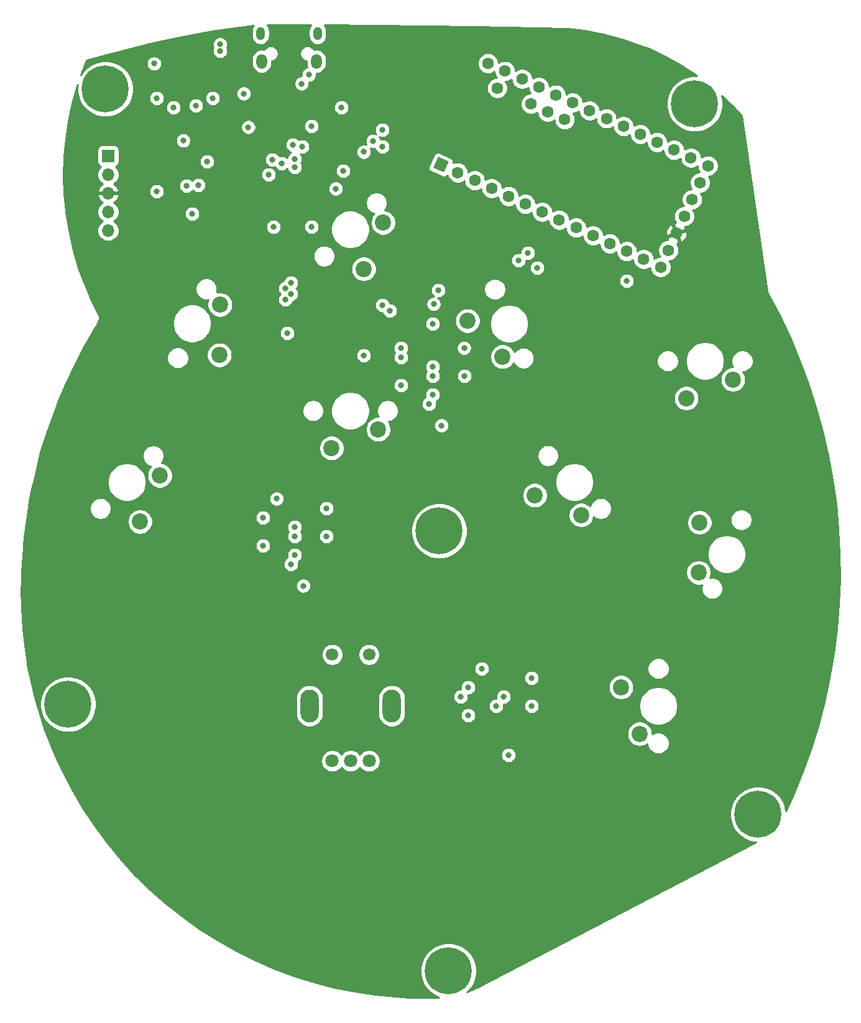
<source format=gbr>
G04 #@! TF.GenerationSoftware,KiCad,Pcbnew,(5.1.5)-3*
G04 #@! TF.CreationDate,2021-10-20T23:00:28+02:00*
G04 #@! TF.ProjectId,WFP_v2_0,5746505f-7632-45f3-902e-6b696361645f,v 0.2*
G04 #@! TF.SameCoordinates,Original*
G04 #@! TF.FileFunction,Copper,L2,Inr*
G04 #@! TF.FilePolarity,Positive*
%FSLAX46Y46*%
G04 Gerber Fmt 4.6, Leading zero omitted, Abs format (unit mm)*
G04 Created by KiCad (PCBNEW (5.1.5)-3) date 2021-10-20 23:00:28*
%MOMM*%
%LPD*%
G04 APERTURE LIST*
%ADD10C,2.200000*%
%ADD11C,0.800000*%
%ADD12C,6.400000*%
%ADD13R,1.700000X1.700000*%
%ADD14O,1.700000X1.700000*%
%ADD15O,1.450000X2.000000*%
%ADD16O,1.150000X1.800000*%
%ADD17C,1.800000*%
%ADD18C,1.700000*%
%ADD19O,2.500000X4.500000*%
%ADD20C,0.100000*%
%ADD21C,1.600000*%
%ADD22C,0.254000*%
G04 APERTURE END LIST*
D10*
X89422203Y-71285275D03*
X92061321Y-64975825D03*
X69843386Y-76161349D03*
X69760000Y-83000000D03*
X58950000Y-105720000D03*
X61644077Y-99433821D03*
X91389200Y-93141800D03*
X85039200Y-95681800D03*
X133350000Y-88900000D03*
X139700000Y-86360000D03*
D11*
X55917056Y-45072944D03*
X54220000Y-44370000D03*
X52522944Y-45072944D03*
X51820000Y-46770000D03*
X52522944Y-48467056D03*
X54220000Y-49170000D03*
X55917056Y-48467056D03*
X56620000Y-46770000D03*
D12*
X54220000Y-46770000D03*
X99686000Y-106968000D03*
D11*
X102086000Y-106968000D03*
X101383056Y-108665056D03*
X99686000Y-109368000D03*
X97988944Y-108665056D03*
X97286000Y-106968000D03*
X97988944Y-105270944D03*
X99686000Y-104568000D03*
X101383056Y-105270944D03*
D12*
X134484000Y-48802000D03*
D11*
X136884000Y-48802000D03*
X136181056Y-50499056D03*
X134484000Y-51202000D03*
X132786944Y-50499056D03*
X132084000Y-48802000D03*
X132786944Y-47104944D03*
X134484000Y-46402000D03*
X136181056Y-47104944D03*
X50837056Y-128892944D03*
X49140000Y-128190000D03*
X47442944Y-128892944D03*
X46740000Y-130590000D03*
X47442944Y-132287056D03*
X49140000Y-132990000D03*
X50837056Y-132287056D03*
X51540000Y-130590000D03*
D12*
X49140000Y-130590000D03*
X100959000Y-166912000D03*
D11*
X103359000Y-166912000D03*
X102656056Y-168609056D03*
X100959000Y-169312000D03*
X99261944Y-168609056D03*
X98559000Y-166912000D03*
X99261944Y-165214944D03*
X100959000Y-164512000D03*
X102656056Y-165214944D03*
X144817056Y-143878944D03*
X143120000Y-143176000D03*
X141422944Y-143878944D03*
X140720000Y-145576000D03*
X141422944Y-147273056D03*
X143120000Y-147976000D03*
X144817056Y-147273056D03*
X145520000Y-145576000D03*
D12*
X143120000Y-145576000D03*
D13*
X54610000Y-55880000D03*
D14*
X54610000Y-58420000D03*
X54610000Y-60960000D03*
X54610000Y-63500000D03*
X54610000Y-66040000D03*
D15*
X75523000Y-42998000D03*
X82973000Y-42998000D03*
D16*
X75373000Y-39198000D03*
X83123000Y-39198000D03*
D10*
X119006179Y-104814077D03*
X112720000Y-102120000D03*
X135153400Y-105816400D03*
X135010340Y-112654063D03*
X124460000Y-128270000D03*
X127000000Y-134620000D03*
D17*
X90130000Y-138310000D03*
X87630000Y-138310000D03*
X85130000Y-138310000D03*
D18*
X90130000Y-123810000D03*
X85130000Y-123810000D03*
D19*
X82030000Y-130810000D03*
X93230000Y-130810000D03*
D10*
X108326694Y-83234619D03*
X103550000Y-78340000D03*
G04 #@! TA.AperFunction,ViaPad*
D20*
G36*
X98853366Y-57465590D02*
G01*
X99529555Y-56015497D01*
X100979648Y-56691686D01*
X100303459Y-58141779D01*
X98853366Y-57465590D01*
G37*
G04 #@! TD.AperFunction*
D21*
X102218529Y-58152088D03*
X104520551Y-59225539D03*
X106822573Y-60298989D03*
X109124594Y-61372439D03*
X111426616Y-62445890D03*
X113728638Y-63519340D03*
X116030660Y-64592791D03*
X118332682Y-65666241D03*
X120634703Y-66739691D03*
X122936725Y-67813142D03*
X125238747Y-68886592D03*
X127540769Y-69960042D03*
X116793868Y-50935781D03*
X114491846Y-49862330D03*
X112189825Y-48788880D03*
X107585781Y-46641979D03*
X106357210Y-43266507D03*
X108659231Y-44339958D03*
X110961253Y-45413408D03*
X113263275Y-46486858D03*
X115565297Y-47560309D03*
X117867318Y-48633759D03*
X120169340Y-49707209D03*
X122471362Y-50780660D03*
X124773384Y-51854110D03*
X127075406Y-52927561D03*
X129377427Y-54001011D03*
X131679449Y-55074461D03*
X133981471Y-56147912D03*
X129842790Y-71033493D03*
X130916241Y-68731471D03*
X131989691Y-66429449D03*
X136283493Y-57221362D03*
X135210042Y-59523384D03*
X134136592Y-61825406D03*
X133063142Y-64127428D03*
D11*
X61214000Y-60706000D03*
X77114400Y-65557400D03*
X82296000Y-65532000D03*
X60858400Y-43307000D03*
X69850000Y-41579800D03*
X69850000Y-40690800D03*
X73075800Y-47396400D03*
X73685400Y-51968400D03*
X85598000Y-60350400D03*
X99999800Y-92608400D03*
X77546200Y-102590600D03*
X81178400Y-114452400D03*
X105486200Y-125730000D03*
X109118400Y-137515600D03*
X94488000Y-82042000D03*
X65278000Y-59944000D03*
X76962000Y-56388000D03*
X76454000Y-58420000D03*
X61214000Y-48006000D03*
X68834000Y-48006000D03*
X66548000Y-49022000D03*
X63500000Y-49276000D03*
X81935138Y-44810862D03*
X80962340Y-46037660D03*
X82296000Y-51816000D03*
X65532000Y-58420000D03*
X61214000Y-57150000D03*
X108712000Y-50038000D03*
X78105000Y-61569600D03*
X62661800Y-43332400D03*
X66802000Y-42976800D03*
X66802000Y-43865800D03*
X69850000Y-43865800D03*
X69850000Y-42976800D03*
X72364600Y-50419000D03*
X83007200Y-60375800D03*
X102997000Y-91338400D03*
X84175600Y-113182400D03*
X112166400Y-136245600D03*
X93345000Y-121640600D03*
X81788000Y-140716000D03*
X93268800Y-140690600D03*
X124409200Y-133858000D03*
X133070600Y-110921800D03*
X116586000Y-105994200D03*
X90551000Y-95707200D03*
X139014200Y-88900000D03*
X105613200Y-83413600D03*
X93472000Y-67259200D03*
X62865000Y-101828600D03*
X71932800Y-77851000D03*
X78231984Y-56896000D03*
X64831400Y-53786600D03*
X86360000Y-49276000D03*
X66878200Y-59867800D03*
X80010000Y-56293325D03*
X80010000Y-57404000D03*
X79756000Y-54356000D03*
X81026000Y-54610000D03*
X66040000Y-63754000D03*
X86614000Y-57912000D03*
X102616000Y-129540000D03*
X89408000Y-83058000D03*
X75692000Y-108966000D03*
X79502000Y-73152000D03*
X75692000Y-105156000D03*
X78740000Y-73914000D03*
X84328000Y-103886000D03*
X79502000Y-74676000D03*
X84328000Y-107696000D03*
X78740000Y-75438000D03*
X91948000Y-76200000D03*
X94488000Y-87122000D03*
X92964000Y-76962000D03*
X94488000Y-83312000D03*
X99568000Y-74168000D03*
X103086000Y-82042000D03*
X98933000Y-76073000D03*
X103124000Y-85852000D03*
X125222000Y-72898000D03*
X113030000Y-71120000D03*
X103632000Y-132080000D03*
X111760000Y-69088000D03*
X108458000Y-129540000D03*
X112268000Y-127000000D03*
X91948000Y-54610000D03*
X91948000Y-52324000D03*
X112268000Y-130810000D03*
X90678000Y-53848000D03*
X103632000Y-128270000D03*
X89408000Y-55335010D03*
X80010000Y-110236000D03*
X79502000Y-111506000D03*
X80010000Y-106426000D03*
X80010000Y-107696000D03*
X98806000Y-78740000D03*
X98806000Y-88392000D03*
X98298000Y-89662000D03*
X98806000Y-85852000D03*
X98806000Y-84582000D03*
X110490000Y-70104000D03*
X107442000Y-130810000D03*
X78994000Y-80010000D03*
X68072000Y-56642000D03*
D22*
G36*
X82112054Y-38197509D02*
G01*
X81999697Y-38407714D01*
X81930508Y-38635800D01*
X81913000Y-38813564D01*
X81913000Y-39582437D01*
X81930508Y-39760201D01*
X81999697Y-39988287D01*
X82112055Y-40198492D01*
X82263262Y-40382739D01*
X82447509Y-40533946D01*
X82657714Y-40646303D01*
X82885800Y-40715492D01*
X83123000Y-40738854D01*
X83360201Y-40715492D01*
X83588287Y-40646303D01*
X83798492Y-40533946D01*
X83982739Y-40382739D01*
X84133946Y-40198492D01*
X84246303Y-39988287D01*
X84315492Y-39760200D01*
X84333000Y-39582436D01*
X84333000Y-38813563D01*
X84315492Y-38635799D01*
X84246303Y-38407713D01*
X84133946Y-38197508D01*
X84033714Y-38075374D01*
X104467614Y-38298267D01*
X117203896Y-38514881D01*
X119478492Y-38767614D01*
X122008808Y-39273677D01*
X124793880Y-40033242D01*
X127391726Y-40961044D01*
X128231663Y-41292106D01*
X129817784Y-42038882D01*
X130667722Y-42463851D01*
X132150177Y-43282613D01*
X132755942Y-43646072D01*
X134410458Y-44704665D01*
X134767427Y-44967000D01*
X134106285Y-44967000D01*
X133365372Y-45114377D01*
X132667446Y-45403467D01*
X132039330Y-45823161D01*
X131505161Y-46357330D01*
X131085467Y-46985446D01*
X130796377Y-47683372D01*
X130649000Y-48424285D01*
X130649000Y-49179715D01*
X130796377Y-49920628D01*
X131085467Y-50618554D01*
X131505161Y-51246670D01*
X132039330Y-51780839D01*
X132667446Y-52200533D01*
X133365372Y-52489623D01*
X134106285Y-52637000D01*
X134861715Y-52637000D01*
X135602628Y-52489623D01*
X136300554Y-52200533D01*
X136928670Y-51780839D01*
X137462839Y-51246670D01*
X137882533Y-50618554D01*
X138171623Y-49920628D01*
X138319000Y-49179715D01*
X138319000Y-48424285D01*
X138171623Y-47683372D01*
X138162616Y-47661627D01*
X139818703Y-49244879D01*
X140901492Y-50405083D01*
X144357434Y-74325454D01*
X144383400Y-74430804D01*
X144444808Y-74561918D01*
X144455375Y-74576279D01*
X146019216Y-77535446D01*
X147468986Y-80594818D01*
X148783924Y-83714506D01*
X149961535Y-86888592D01*
X150999577Y-90111036D01*
X151896066Y-93375672D01*
X152649302Y-96676314D01*
X153257845Y-100006658D01*
X153720544Y-103360386D01*
X154036515Y-106731104D01*
X154205158Y-110112413D01*
X154226150Y-113497842D01*
X154099450Y-116880962D01*
X153825303Y-120255329D01*
X153404225Y-123614556D01*
X152837025Y-126952190D01*
X152124775Y-130261924D01*
X151268842Y-133537415D01*
X150270841Y-136772476D01*
X149132680Y-139960923D01*
X147856522Y-143096694D01*
X146936053Y-145103032D01*
X146807623Y-144457372D01*
X146518533Y-143759446D01*
X146098839Y-143131330D01*
X145564670Y-142597161D01*
X144936554Y-142177467D01*
X144238628Y-141888377D01*
X143497715Y-141741000D01*
X142742285Y-141741000D01*
X142001372Y-141888377D01*
X141303446Y-142177467D01*
X140675330Y-142597161D01*
X140141161Y-143131330D01*
X139721467Y-143759446D01*
X139432377Y-144457372D01*
X139285000Y-145198285D01*
X139285000Y-145953715D01*
X139432377Y-146694628D01*
X139721467Y-147392554D01*
X140141161Y-148020670D01*
X140675330Y-148554839D01*
X141303446Y-148974533D01*
X142001372Y-149263623D01*
X142742285Y-149411000D01*
X142868325Y-149411000D01*
X104959165Y-169056587D01*
X103481921Y-169812588D01*
X103937839Y-169356670D01*
X104357533Y-168728554D01*
X104646623Y-168030628D01*
X104794000Y-167289715D01*
X104794000Y-166534285D01*
X104646623Y-165793372D01*
X104357533Y-165095446D01*
X103937839Y-164467330D01*
X103403670Y-163933161D01*
X102775554Y-163513467D01*
X102077628Y-163224377D01*
X101336715Y-163077000D01*
X100581285Y-163077000D01*
X99840372Y-163224377D01*
X99142446Y-163513467D01*
X98514330Y-163933161D01*
X97980161Y-164467330D01*
X97560467Y-165095446D01*
X97271377Y-165793372D01*
X97124000Y-166534285D01*
X97124000Y-167289715D01*
X97271377Y-168030628D01*
X97560467Y-168728554D01*
X97980161Y-169356670D01*
X98514330Y-169890839D01*
X99142446Y-170310533D01*
X99643410Y-170518039D01*
X99247780Y-170542766D01*
X96801043Y-170562826D01*
X95549681Y-170507528D01*
X90915423Y-170136788D01*
X88210444Y-169731065D01*
X85389003Y-169155485D01*
X82601554Y-168433031D01*
X79855733Y-167565682D01*
X77159064Y-166555816D01*
X74518951Y-165406203D01*
X71942601Y-164119983D01*
X69437135Y-162700711D01*
X67009349Y-161152237D01*
X64665945Y-159478837D01*
X62413338Y-157685089D01*
X60257685Y-155775898D01*
X58204899Y-153756499D01*
X56260625Y-151632444D01*
X54430176Y-149409542D01*
X52718569Y-147093880D01*
X51130510Y-144691829D01*
X49670342Y-142209959D01*
X48641513Y-140231047D01*
X48225938Y-139399896D01*
X47661136Y-138158816D01*
X83595000Y-138158816D01*
X83595000Y-138461184D01*
X83653989Y-138757743D01*
X83769701Y-139037095D01*
X83937688Y-139288505D01*
X84151495Y-139502312D01*
X84402905Y-139670299D01*
X84682257Y-139786011D01*
X84978816Y-139845000D01*
X85281184Y-139845000D01*
X85577743Y-139786011D01*
X85857095Y-139670299D01*
X86108505Y-139502312D01*
X86322312Y-139288505D01*
X86380000Y-139202169D01*
X86437688Y-139288505D01*
X86651495Y-139502312D01*
X86902905Y-139670299D01*
X87182257Y-139786011D01*
X87478816Y-139845000D01*
X87781184Y-139845000D01*
X88077743Y-139786011D01*
X88357095Y-139670299D01*
X88608505Y-139502312D01*
X88822312Y-139288505D01*
X88880000Y-139202169D01*
X88937688Y-139288505D01*
X89151495Y-139502312D01*
X89402905Y-139670299D01*
X89682257Y-139786011D01*
X89978816Y-139845000D01*
X90281184Y-139845000D01*
X90577743Y-139786011D01*
X90857095Y-139670299D01*
X91108505Y-139502312D01*
X91322312Y-139288505D01*
X91490299Y-139037095D01*
X91606011Y-138757743D01*
X91665000Y-138461184D01*
X91665000Y-138158816D01*
X91606011Y-137862257D01*
X91490299Y-137582905D01*
X91377214Y-137413661D01*
X108083400Y-137413661D01*
X108083400Y-137617539D01*
X108123174Y-137817498D01*
X108201195Y-138005856D01*
X108314463Y-138175374D01*
X108458626Y-138319537D01*
X108628144Y-138432805D01*
X108816502Y-138510826D01*
X109016461Y-138550600D01*
X109220339Y-138550600D01*
X109420298Y-138510826D01*
X109608656Y-138432805D01*
X109778174Y-138319537D01*
X109922337Y-138175374D01*
X110035605Y-138005856D01*
X110113626Y-137817498D01*
X110153400Y-137617539D01*
X110153400Y-137413661D01*
X110113626Y-137213702D01*
X110035605Y-137025344D01*
X109922337Y-136855826D01*
X109778174Y-136711663D01*
X109608656Y-136598395D01*
X109420298Y-136520374D01*
X109220339Y-136480600D01*
X109016461Y-136480600D01*
X108816502Y-136520374D01*
X108628144Y-136598395D01*
X108458626Y-136711663D01*
X108314463Y-136855826D01*
X108201195Y-137025344D01*
X108123174Y-137213702D01*
X108083400Y-137413661D01*
X91377214Y-137413661D01*
X91322312Y-137331495D01*
X91108505Y-137117688D01*
X90857095Y-136949701D01*
X90577743Y-136833989D01*
X90281184Y-136775000D01*
X89978816Y-136775000D01*
X89682257Y-136833989D01*
X89402905Y-136949701D01*
X89151495Y-137117688D01*
X88937688Y-137331495D01*
X88880000Y-137417831D01*
X88822312Y-137331495D01*
X88608505Y-137117688D01*
X88357095Y-136949701D01*
X88077743Y-136833989D01*
X87781184Y-136775000D01*
X87478816Y-136775000D01*
X87182257Y-136833989D01*
X86902905Y-136949701D01*
X86651495Y-137117688D01*
X86437688Y-137331495D01*
X86380000Y-137417831D01*
X86322312Y-137331495D01*
X86108505Y-137117688D01*
X85857095Y-136949701D01*
X85577743Y-136833989D01*
X85281184Y-136775000D01*
X84978816Y-136775000D01*
X84682257Y-136833989D01*
X84402905Y-136949701D01*
X84151495Y-137117688D01*
X83937688Y-137331495D01*
X83769701Y-137582905D01*
X83653989Y-137862257D01*
X83595000Y-138158816D01*
X47661136Y-138158816D01*
X47149312Y-137034149D01*
X46132618Y-134449117D01*
X125265000Y-134449117D01*
X125265000Y-134790883D01*
X125331675Y-135126081D01*
X125462463Y-135441831D01*
X125652337Y-135725998D01*
X125894002Y-135967663D01*
X126178169Y-136157537D01*
X126493919Y-136288325D01*
X126829117Y-136355000D01*
X127170883Y-136355000D01*
X127506081Y-136288325D01*
X127821831Y-136157537D01*
X128055000Y-136001739D01*
X128055000Y-136036260D01*
X128112068Y-136323158D01*
X128224010Y-136593411D01*
X128386525Y-136836632D01*
X128593368Y-137043475D01*
X128836589Y-137205990D01*
X129106842Y-137317932D01*
X129393740Y-137375000D01*
X129686260Y-137375000D01*
X129973158Y-137317932D01*
X130243411Y-137205990D01*
X130486632Y-137043475D01*
X130693475Y-136836632D01*
X130855990Y-136593411D01*
X130967932Y-136323158D01*
X131025000Y-136036260D01*
X131025000Y-135743740D01*
X130967932Y-135456842D01*
X130855990Y-135186589D01*
X130693475Y-134943368D01*
X130486632Y-134736525D01*
X130243411Y-134574010D01*
X129973158Y-134462068D01*
X129686260Y-134405000D01*
X129393740Y-134405000D01*
X129106842Y-134462068D01*
X128836589Y-134574010D01*
X128735000Y-134641890D01*
X128735000Y-134449117D01*
X128668325Y-134113919D01*
X128537537Y-133798169D01*
X128347663Y-133514002D01*
X128105998Y-133272337D01*
X127821831Y-133082463D01*
X127506081Y-132951675D01*
X127170883Y-132885000D01*
X126829117Y-132885000D01*
X126493919Y-132951675D01*
X126178169Y-133082463D01*
X125894002Y-133272337D01*
X125652337Y-133514002D01*
X125462463Y-133798169D01*
X125331675Y-134113919D01*
X125265000Y-134449117D01*
X46132618Y-134449117D01*
X46095366Y-134354402D01*
X45183110Y-131623162D01*
X44792642Y-130212285D01*
X45305000Y-130212285D01*
X45305000Y-130967715D01*
X45452377Y-131708628D01*
X45741467Y-132406554D01*
X46161161Y-133034670D01*
X46695330Y-133568839D01*
X47323446Y-133988533D01*
X48021372Y-134277623D01*
X48762285Y-134425000D01*
X49517715Y-134425000D01*
X50258628Y-134277623D01*
X50956554Y-133988533D01*
X51584670Y-133568839D01*
X52118839Y-133034670D01*
X52538533Y-132406554D01*
X52827623Y-131708628D01*
X52975000Y-130967715D01*
X52975000Y-130212285D01*
X52876562Y-129717404D01*
X80145000Y-129717404D01*
X80145001Y-131902597D01*
X80172276Y-132179524D01*
X80280062Y-132534848D01*
X80455098Y-132862317D01*
X80690656Y-133149345D01*
X80977684Y-133384903D01*
X81305153Y-133559939D01*
X81660477Y-133667725D01*
X82030000Y-133704120D01*
X82399524Y-133667725D01*
X82754848Y-133559939D01*
X83082317Y-133384903D01*
X83369345Y-133149345D01*
X83604903Y-132862317D01*
X83779939Y-132534848D01*
X83887725Y-132179524D01*
X83915000Y-131902597D01*
X83915000Y-129717404D01*
X91345000Y-129717404D01*
X91345001Y-131902597D01*
X91372276Y-132179524D01*
X91480062Y-132534848D01*
X91655098Y-132862317D01*
X91890656Y-133149345D01*
X92177684Y-133384903D01*
X92505153Y-133559939D01*
X92860477Y-133667725D01*
X93230000Y-133704120D01*
X93599524Y-133667725D01*
X93954848Y-133559939D01*
X94282317Y-133384903D01*
X94569345Y-133149345D01*
X94804903Y-132862317D01*
X94979939Y-132534848D01*
X95087725Y-132179524D01*
X95107567Y-131978061D01*
X102597000Y-131978061D01*
X102597000Y-132181939D01*
X102636774Y-132381898D01*
X102714795Y-132570256D01*
X102828063Y-132739774D01*
X102972226Y-132883937D01*
X103141744Y-132997205D01*
X103330102Y-133075226D01*
X103530061Y-133115000D01*
X103733939Y-133115000D01*
X103933898Y-133075226D01*
X104122256Y-132997205D01*
X104291774Y-132883937D01*
X104435937Y-132739774D01*
X104549205Y-132570256D01*
X104627226Y-132381898D01*
X104667000Y-132181939D01*
X104667000Y-131978061D01*
X104627226Y-131778102D01*
X104549205Y-131589744D01*
X104435937Y-131420226D01*
X104291774Y-131276063D01*
X104122256Y-131162795D01*
X103933898Y-131084774D01*
X103733939Y-131045000D01*
X103530061Y-131045000D01*
X103330102Y-131084774D01*
X103141744Y-131162795D01*
X102972226Y-131276063D01*
X102828063Y-131420226D01*
X102714795Y-131589744D01*
X102636774Y-131778102D01*
X102597000Y-131978061D01*
X95107567Y-131978061D01*
X95115000Y-131902597D01*
X95115000Y-130708061D01*
X106407000Y-130708061D01*
X106407000Y-130911939D01*
X106446774Y-131111898D01*
X106524795Y-131300256D01*
X106638063Y-131469774D01*
X106782226Y-131613937D01*
X106951744Y-131727205D01*
X107140102Y-131805226D01*
X107340061Y-131845000D01*
X107543939Y-131845000D01*
X107743898Y-131805226D01*
X107932256Y-131727205D01*
X108101774Y-131613937D01*
X108245937Y-131469774D01*
X108359205Y-131300256D01*
X108437226Y-131111898D01*
X108477000Y-130911939D01*
X108477000Y-130708061D01*
X111233000Y-130708061D01*
X111233000Y-130911939D01*
X111272774Y-131111898D01*
X111350795Y-131300256D01*
X111464063Y-131469774D01*
X111608226Y-131613937D01*
X111777744Y-131727205D01*
X111966102Y-131805226D01*
X112166061Y-131845000D01*
X112369939Y-131845000D01*
X112569898Y-131805226D01*
X112758256Y-131727205D01*
X112927774Y-131613937D01*
X113071937Y-131469774D01*
X113185205Y-131300256D01*
X113263226Y-131111898D01*
X113303000Y-130911939D01*
X113303000Y-130708061D01*
X113271655Y-130550475D01*
X126905000Y-130550475D01*
X126905000Y-131069525D01*
X127006261Y-131578601D01*
X127204893Y-132058141D01*
X127493262Y-132489715D01*
X127860285Y-132856738D01*
X128291859Y-133145107D01*
X128771399Y-133343739D01*
X129280475Y-133445000D01*
X129799525Y-133445000D01*
X130308601Y-133343739D01*
X130788141Y-133145107D01*
X131219715Y-132856738D01*
X131586738Y-132489715D01*
X131875107Y-132058141D01*
X132073739Y-131578601D01*
X132175000Y-131069525D01*
X132175000Y-130550475D01*
X132073739Y-130041399D01*
X131875107Y-129561859D01*
X131586738Y-129130285D01*
X131219715Y-128763262D01*
X130788141Y-128474893D01*
X130308601Y-128276261D01*
X129799525Y-128175000D01*
X129280475Y-128175000D01*
X128771399Y-128276261D01*
X128291859Y-128474893D01*
X127860285Y-128763262D01*
X127493262Y-129130285D01*
X127204893Y-129561859D01*
X127006261Y-130041399D01*
X126905000Y-130550475D01*
X113271655Y-130550475D01*
X113263226Y-130508102D01*
X113185205Y-130319744D01*
X113071937Y-130150226D01*
X112927774Y-130006063D01*
X112758256Y-129892795D01*
X112569898Y-129814774D01*
X112369939Y-129775000D01*
X112166061Y-129775000D01*
X111966102Y-129814774D01*
X111777744Y-129892795D01*
X111608226Y-130006063D01*
X111464063Y-130150226D01*
X111350795Y-130319744D01*
X111272774Y-130508102D01*
X111233000Y-130708061D01*
X108477000Y-130708061D01*
X108450533Y-130575000D01*
X108559939Y-130575000D01*
X108759898Y-130535226D01*
X108948256Y-130457205D01*
X109117774Y-130343937D01*
X109261937Y-130199774D01*
X109375205Y-130030256D01*
X109453226Y-129841898D01*
X109493000Y-129641939D01*
X109493000Y-129438061D01*
X109453226Y-129238102D01*
X109375205Y-129049744D01*
X109261937Y-128880226D01*
X109117774Y-128736063D01*
X108948256Y-128622795D01*
X108759898Y-128544774D01*
X108559939Y-128505000D01*
X108356061Y-128505000D01*
X108156102Y-128544774D01*
X107967744Y-128622795D01*
X107798226Y-128736063D01*
X107654063Y-128880226D01*
X107540795Y-129049744D01*
X107462774Y-129238102D01*
X107423000Y-129438061D01*
X107423000Y-129641939D01*
X107449467Y-129775000D01*
X107340061Y-129775000D01*
X107140102Y-129814774D01*
X106951744Y-129892795D01*
X106782226Y-130006063D01*
X106638063Y-130150226D01*
X106524795Y-130319744D01*
X106446774Y-130508102D01*
X106407000Y-130708061D01*
X95115000Y-130708061D01*
X95115000Y-129717403D01*
X95087725Y-129440476D01*
X95086993Y-129438061D01*
X101581000Y-129438061D01*
X101581000Y-129641939D01*
X101620774Y-129841898D01*
X101698795Y-130030256D01*
X101812063Y-130199774D01*
X101956226Y-130343937D01*
X102125744Y-130457205D01*
X102314102Y-130535226D01*
X102514061Y-130575000D01*
X102717939Y-130575000D01*
X102917898Y-130535226D01*
X103106256Y-130457205D01*
X103275774Y-130343937D01*
X103419937Y-130199774D01*
X103533205Y-130030256D01*
X103611226Y-129841898D01*
X103651000Y-129641939D01*
X103651000Y-129438061D01*
X103624533Y-129305000D01*
X103733939Y-129305000D01*
X103933898Y-129265226D01*
X104122256Y-129187205D01*
X104291774Y-129073937D01*
X104435937Y-128929774D01*
X104549205Y-128760256D01*
X104627226Y-128571898D01*
X104667000Y-128371939D01*
X104667000Y-128168061D01*
X104653287Y-128099117D01*
X122725000Y-128099117D01*
X122725000Y-128440883D01*
X122791675Y-128776081D01*
X122922463Y-129091831D01*
X123112337Y-129375998D01*
X123354002Y-129617663D01*
X123638169Y-129807537D01*
X123953919Y-129938325D01*
X124289117Y-130005000D01*
X124630883Y-130005000D01*
X124966081Y-129938325D01*
X125281831Y-129807537D01*
X125565998Y-129617663D01*
X125807663Y-129375998D01*
X125997537Y-129091831D01*
X126128325Y-128776081D01*
X126195000Y-128440883D01*
X126195000Y-128099117D01*
X126128325Y-127763919D01*
X125997537Y-127448169D01*
X125807663Y-127164002D01*
X125565998Y-126922337D01*
X125281831Y-126732463D01*
X124966081Y-126601675D01*
X124630883Y-126535000D01*
X124289117Y-126535000D01*
X123953919Y-126601675D01*
X123638169Y-126732463D01*
X123354002Y-126922337D01*
X123112337Y-127164002D01*
X122922463Y-127448169D01*
X122791675Y-127763919D01*
X122725000Y-128099117D01*
X104653287Y-128099117D01*
X104627226Y-127968102D01*
X104549205Y-127779744D01*
X104435937Y-127610226D01*
X104291774Y-127466063D01*
X104122256Y-127352795D01*
X103933898Y-127274774D01*
X103733939Y-127235000D01*
X103530061Y-127235000D01*
X103330102Y-127274774D01*
X103141744Y-127352795D01*
X102972226Y-127466063D01*
X102828063Y-127610226D01*
X102714795Y-127779744D01*
X102636774Y-127968102D01*
X102597000Y-128168061D01*
X102597000Y-128371939D01*
X102623467Y-128505000D01*
X102514061Y-128505000D01*
X102314102Y-128544774D01*
X102125744Y-128622795D01*
X101956226Y-128736063D01*
X101812063Y-128880226D01*
X101698795Y-129049744D01*
X101620774Y-129238102D01*
X101581000Y-129438061D01*
X95086993Y-129438061D01*
X94979939Y-129085152D01*
X94804903Y-128757683D01*
X94569345Y-128470655D01*
X94282317Y-128235097D01*
X93954847Y-128060061D01*
X93599523Y-127952275D01*
X93230000Y-127915880D01*
X92860476Y-127952275D01*
X92505152Y-128060061D01*
X92177683Y-128235097D01*
X91890655Y-128470655D01*
X91655097Y-128757683D01*
X91480061Y-129085153D01*
X91372275Y-129440477D01*
X91345000Y-129717404D01*
X83915000Y-129717404D01*
X83915000Y-129717403D01*
X83887725Y-129440476D01*
X83779939Y-129085152D01*
X83604903Y-128757683D01*
X83369345Y-128470655D01*
X83082317Y-128235097D01*
X82754847Y-128060061D01*
X82399523Y-127952275D01*
X82030000Y-127915880D01*
X81660476Y-127952275D01*
X81305152Y-128060061D01*
X80977683Y-128235097D01*
X80690655Y-128470655D01*
X80455097Y-128757683D01*
X80280061Y-129085153D01*
X80172275Y-129440477D01*
X80145000Y-129717404D01*
X52876562Y-129717404D01*
X52827623Y-129471372D01*
X52538533Y-128773446D01*
X52118839Y-128145330D01*
X51584670Y-127611161D01*
X50956554Y-127191467D01*
X50258628Y-126902377D01*
X50236931Y-126898061D01*
X111233000Y-126898061D01*
X111233000Y-127101939D01*
X111272774Y-127301898D01*
X111350795Y-127490256D01*
X111464063Y-127659774D01*
X111608226Y-127803937D01*
X111777744Y-127917205D01*
X111966102Y-127995226D01*
X112166061Y-128035000D01*
X112369939Y-128035000D01*
X112569898Y-127995226D01*
X112758256Y-127917205D01*
X112927774Y-127803937D01*
X113071937Y-127659774D01*
X113185205Y-127490256D01*
X113263226Y-127301898D01*
X113303000Y-127101939D01*
X113303000Y-126898061D01*
X113263226Y-126698102D01*
X113185205Y-126509744D01*
X113071937Y-126340226D01*
X112927774Y-126196063D01*
X112758256Y-126082795D01*
X112569898Y-126004774D01*
X112369939Y-125965000D01*
X112166061Y-125965000D01*
X111966102Y-126004774D01*
X111777744Y-126082795D01*
X111608226Y-126196063D01*
X111464063Y-126340226D01*
X111350795Y-126509744D01*
X111272774Y-126698102D01*
X111233000Y-126898061D01*
X50236931Y-126898061D01*
X49517715Y-126755000D01*
X48762285Y-126755000D01*
X48021372Y-126902377D01*
X47323446Y-127191467D01*
X46695330Y-127611161D01*
X46161161Y-128145330D01*
X45741467Y-128773446D01*
X45452377Y-129471372D01*
X45305000Y-130212285D01*
X44792642Y-130212285D01*
X44415046Y-128847925D01*
X43793284Y-126036303D01*
X43725190Y-125628061D01*
X104451200Y-125628061D01*
X104451200Y-125831939D01*
X104490974Y-126031898D01*
X104568995Y-126220256D01*
X104682263Y-126389774D01*
X104826426Y-126533937D01*
X104995944Y-126647205D01*
X105184302Y-126725226D01*
X105384261Y-126765000D01*
X105588139Y-126765000D01*
X105788098Y-126725226D01*
X105976456Y-126647205D01*
X106145974Y-126533937D01*
X106290137Y-126389774D01*
X106403405Y-126220256D01*
X106481426Y-126031898D01*
X106521200Y-125831939D01*
X106521200Y-125628061D01*
X106512385Y-125583740D01*
X128055000Y-125583740D01*
X128055000Y-125876260D01*
X128112068Y-126163158D01*
X128224010Y-126433411D01*
X128386525Y-126676632D01*
X128593368Y-126883475D01*
X128836589Y-127045990D01*
X129106842Y-127157932D01*
X129393740Y-127215000D01*
X129686260Y-127215000D01*
X129973158Y-127157932D01*
X130243411Y-127045990D01*
X130486632Y-126883475D01*
X130693475Y-126676632D01*
X130855990Y-126433411D01*
X130967932Y-126163158D01*
X131025000Y-125876260D01*
X131025000Y-125583740D01*
X130967932Y-125296842D01*
X130855990Y-125026589D01*
X130693475Y-124783368D01*
X130486632Y-124576525D01*
X130243411Y-124414010D01*
X129973158Y-124302068D01*
X129686260Y-124245000D01*
X129393740Y-124245000D01*
X129106842Y-124302068D01*
X128836589Y-124414010D01*
X128593368Y-124576525D01*
X128386525Y-124783368D01*
X128224010Y-125026589D01*
X128112068Y-125296842D01*
X128055000Y-125583740D01*
X106512385Y-125583740D01*
X106481426Y-125428102D01*
X106403405Y-125239744D01*
X106290137Y-125070226D01*
X106145974Y-124926063D01*
X105976456Y-124812795D01*
X105788098Y-124734774D01*
X105588139Y-124695000D01*
X105384261Y-124695000D01*
X105184302Y-124734774D01*
X104995944Y-124812795D01*
X104826426Y-124926063D01*
X104682263Y-125070226D01*
X104568995Y-125239744D01*
X104490974Y-125428102D01*
X104451200Y-125628061D01*
X43725190Y-125628061D01*
X43397541Y-123663740D01*
X83645000Y-123663740D01*
X83645000Y-123956260D01*
X83702068Y-124243158D01*
X83814010Y-124513411D01*
X83976525Y-124756632D01*
X84183368Y-124963475D01*
X84426589Y-125125990D01*
X84696842Y-125237932D01*
X84983740Y-125295000D01*
X85276260Y-125295000D01*
X85563158Y-125237932D01*
X85833411Y-125125990D01*
X86076632Y-124963475D01*
X86283475Y-124756632D01*
X86445990Y-124513411D01*
X86557932Y-124243158D01*
X86615000Y-123956260D01*
X86615000Y-123663740D01*
X88645000Y-123663740D01*
X88645000Y-123956260D01*
X88702068Y-124243158D01*
X88814010Y-124513411D01*
X88976525Y-124756632D01*
X89183368Y-124963475D01*
X89426589Y-125125990D01*
X89696842Y-125237932D01*
X89983740Y-125295000D01*
X90276260Y-125295000D01*
X90563158Y-125237932D01*
X90833411Y-125125990D01*
X91076632Y-124963475D01*
X91283475Y-124756632D01*
X91445990Y-124513411D01*
X91557932Y-124243158D01*
X91615000Y-123956260D01*
X91615000Y-123663740D01*
X91557932Y-123376842D01*
X91445990Y-123106589D01*
X91283475Y-122863368D01*
X91076632Y-122656525D01*
X90833411Y-122494010D01*
X90563158Y-122382068D01*
X90276260Y-122325000D01*
X89983740Y-122325000D01*
X89696842Y-122382068D01*
X89426589Y-122494010D01*
X89183368Y-122656525D01*
X88976525Y-122863368D01*
X88814010Y-123106589D01*
X88702068Y-123376842D01*
X88645000Y-123663740D01*
X86615000Y-123663740D01*
X86557932Y-123376842D01*
X86445990Y-123106589D01*
X86283475Y-122863368D01*
X86076632Y-122656525D01*
X85833411Y-122494010D01*
X85563158Y-122382068D01*
X85276260Y-122325000D01*
X84983740Y-122325000D01*
X84696842Y-122382068D01*
X84426589Y-122494010D01*
X84183368Y-122656525D01*
X83976525Y-122863368D01*
X83814010Y-123106589D01*
X83702068Y-123376842D01*
X83645000Y-123663740D01*
X43397541Y-123663740D01*
X43319520Y-123195988D01*
X42995058Y-120334787D01*
X42820782Y-117460491D01*
X42797154Y-114578579D01*
X42805692Y-114350461D01*
X80143400Y-114350461D01*
X80143400Y-114554339D01*
X80183174Y-114754298D01*
X80261195Y-114942656D01*
X80374463Y-115112174D01*
X80518626Y-115256337D01*
X80688144Y-115369605D01*
X80876502Y-115447626D01*
X81076461Y-115487400D01*
X81280339Y-115487400D01*
X81480298Y-115447626D01*
X81668656Y-115369605D01*
X81838174Y-115256337D01*
X81982337Y-115112174D01*
X82095605Y-114942656D01*
X82173626Y-114754298D01*
X82213400Y-114554339D01*
X82213400Y-114350461D01*
X82173626Y-114150502D01*
X82095605Y-113962144D01*
X81982337Y-113792626D01*
X81838174Y-113648463D01*
X81668656Y-113535195D01*
X81480298Y-113457174D01*
X81280339Y-113417400D01*
X81076461Y-113417400D01*
X80876502Y-113457174D01*
X80688144Y-113535195D01*
X80518626Y-113648463D01*
X80374463Y-113792626D01*
X80261195Y-113962144D01*
X80183174Y-114150502D01*
X80143400Y-114350461D01*
X42805692Y-114350461D01*
X42877273Y-112438195D01*
X42937205Y-111404061D01*
X78467000Y-111404061D01*
X78467000Y-111607939D01*
X78506774Y-111807898D01*
X78584795Y-111996256D01*
X78698063Y-112165774D01*
X78842226Y-112309937D01*
X79011744Y-112423205D01*
X79200102Y-112501226D01*
X79400061Y-112541000D01*
X79603939Y-112541000D01*
X79803898Y-112501226D01*
X79847464Y-112483180D01*
X133275340Y-112483180D01*
X133275340Y-112824946D01*
X133342015Y-113160144D01*
X133472803Y-113475894D01*
X133662677Y-113760061D01*
X133904342Y-114001726D01*
X134188509Y-114191600D01*
X134504259Y-114322388D01*
X134839457Y-114389063D01*
X135181223Y-114389063D01*
X135443077Y-114336977D01*
X135424261Y-114382403D01*
X135367193Y-114669301D01*
X135367193Y-114961821D01*
X135424261Y-115248719D01*
X135536203Y-115518972D01*
X135698718Y-115762193D01*
X135905561Y-115969036D01*
X136148782Y-116131551D01*
X136419035Y-116243493D01*
X136705933Y-116300561D01*
X136998453Y-116300561D01*
X137285351Y-116243493D01*
X137555604Y-116131551D01*
X137798825Y-115969036D01*
X138005668Y-115762193D01*
X138168183Y-115518972D01*
X138280125Y-115248719D01*
X138337193Y-114961821D01*
X138337193Y-114669301D01*
X138280125Y-114382403D01*
X138168183Y-114112150D01*
X138005668Y-113868929D01*
X137798825Y-113662086D01*
X137555604Y-113499571D01*
X137285351Y-113387629D01*
X136998453Y-113330561D01*
X136705933Y-113330561D01*
X136599289Y-113351774D01*
X136678665Y-113160144D01*
X136745340Y-112824946D01*
X136745340Y-112483180D01*
X136678665Y-112147982D01*
X136547877Y-111832232D01*
X136358003Y-111548065D01*
X136116338Y-111306400D01*
X135832171Y-111116526D01*
X135516421Y-110985738D01*
X135181223Y-110919063D01*
X134839457Y-110919063D01*
X134504259Y-110985738D01*
X134188509Y-111116526D01*
X133904342Y-111306400D01*
X133662677Y-111548065D01*
X133472803Y-111832232D01*
X133342015Y-112147982D01*
X133275340Y-112483180D01*
X79847464Y-112483180D01*
X79992256Y-112423205D01*
X80161774Y-112309937D01*
X80305937Y-112165774D01*
X80419205Y-111996256D01*
X80497226Y-111807898D01*
X80537000Y-111607939D01*
X80537000Y-111404061D01*
X80497226Y-111204102D01*
X80479675Y-111161730D01*
X80500256Y-111153205D01*
X80669774Y-111039937D01*
X80813937Y-110895774D01*
X80927205Y-110726256D01*
X81005226Y-110537898D01*
X81045000Y-110337939D01*
X81045000Y-110134061D01*
X81005226Y-109934102D01*
X80927205Y-109745744D01*
X80813937Y-109576226D01*
X80669774Y-109432063D01*
X80500256Y-109318795D01*
X80311898Y-109240774D01*
X80111939Y-109201000D01*
X79908061Y-109201000D01*
X79708102Y-109240774D01*
X79519744Y-109318795D01*
X79350226Y-109432063D01*
X79206063Y-109576226D01*
X79092795Y-109745744D01*
X79014774Y-109934102D01*
X78975000Y-110134061D01*
X78975000Y-110337939D01*
X79014774Y-110537898D01*
X79032325Y-110580270D01*
X79011744Y-110588795D01*
X78842226Y-110702063D01*
X78698063Y-110846226D01*
X78584795Y-111015744D01*
X78506774Y-111204102D01*
X78467000Y-111404061D01*
X42937205Y-111404061D01*
X43062824Y-109236522D01*
X43102081Y-108864061D01*
X74657000Y-108864061D01*
X74657000Y-109067939D01*
X74696774Y-109267898D01*
X74774795Y-109456256D01*
X74888063Y-109625774D01*
X75032226Y-109769937D01*
X75201744Y-109883205D01*
X75390102Y-109961226D01*
X75590061Y-110001000D01*
X75793939Y-110001000D01*
X75993898Y-109961226D01*
X76182256Y-109883205D01*
X76351774Y-109769937D01*
X76495937Y-109625774D01*
X76609205Y-109456256D01*
X76687226Y-109267898D01*
X76727000Y-109067939D01*
X76727000Y-108864061D01*
X76687226Y-108664102D01*
X76609205Y-108475744D01*
X76495937Y-108306226D01*
X76351774Y-108162063D01*
X76182256Y-108048795D01*
X75993898Y-107970774D01*
X75793939Y-107931000D01*
X75590061Y-107931000D01*
X75390102Y-107970774D01*
X75201744Y-108048795D01*
X75032226Y-108162063D01*
X74888063Y-108306226D01*
X74774795Y-108475744D01*
X74696774Y-108664102D01*
X74657000Y-108864061D01*
X43102081Y-108864061D01*
X43216669Y-107776909D01*
X43513708Y-105549117D01*
X57215000Y-105549117D01*
X57215000Y-105890883D01*
X57281675Y-106226081D01*
X57412463Y-106541831D01*
X57602337Y-106825998D01*
X57844002Y-107067663D01*
X58128169Y-107257537D01*
X58443919Y-107388325D01*
X58779117Y-107455000D01*
X59120883Y-107455000D01*
X59456081Y-107388325D01*
X59771831Y-107257537D01*
X60055998Y-107067663D01*
X60297663Y-106825998D01*
X60487537Y-106541831D01*
X60577740Y-106324061D01*
X78975000Y-106324061D01*
X78975000Y-106527939D01*
X79014774Y-106727898D01*
X79092795Y-106916256D01*
X79189510Y-107061000D01*
X79092795Y-107205744D01*
X79014774Y-107394102D01*
X78975000Y-107594061D01*
X78975000Y-107797939D01*
X79014774Y-107997898D01*
X79092795Y-108186256D01*
X79206063Y-108355774D01*
X79350226Y-108499937D01*
X79519744Y-108613205D01*
X79708102Y-108691226D01*
X79908061Y-108731000D01*
X80111939Y-108731000D01*
X80311898Y-108691226D01*
X80500256Y-108613205D01*
X80669774Y-108499937D01*
X80813937Y-108355774D01*
X80927205Y-108186256D01*
X81005226Y-107997898D01*
X81045000Y-107797939D01*
X81045000Y-107594061D01*
X83293000Y-107594061D01*
X83293000Y-107797939D01*
X83332774Y-107997898D01*
X83410795Y-108186256D01*
X83524063Y-108355774D01*
X83668226Y-108499937D01*
X83837744Y-108613205D01*
X84026102Y-108691226D01*
X84226061Y-108731000D01*
X84429939Y-108731000D01*
X84629898Y-108691226D01*
X84818256Y-108613205D01*
X84987774Y-108499937D01*
X85131937Y-108355774D01*
X85245205Y-108186256D01*
X85323226Y-107997898D01*
X85363000Y-107797939D01*
X85363000Y-107594061D01*
X85323226Y-107394102D01*
X85245205Y-107205744D01*
X85131937Y-107036226D01*
X84987774Y-106892063D01*
X84818256Y-106778795D01*
X84629898Y-106700774D01*
X84429939Y-106661000D01*
X84226061Y-106661000D01*
X84026102Y-106700774D01*
X83837744Y-106778795D01*
X83668226Y-106892063D01*
X83524063Y-107036226D01*
X83410795Y-107205744D01*
X83332774Y-107394102D01*
X83293000Y-107594061D01*
X81045000Y-107594061D01*
X81005226Y-107394102D01*
X80927205Y-107205744D01*
X80830490Y-107061000D01*
X80927205Y-106916256D01*
X81005226Y-106727898D01*
X81032598Y-106590285D01*
X95851000Y-106590285D01*
X95851000Y-107345715D01*
X95998377Y-108086628D01*
X96287467Y-108784554D01*
X96707161Y-109412670D01*
X97241330Y-109946839D01*
X97869446Y-110366533D01*
X98567372Y-110655623D01*
X99308285Y-110803000D01*
X100063715Y-110803000D01*
X100804628Y-110655623D01*
X101502554Y-110366533D01*
X102130670Y-109946839D01*
X102197638Y-109879871D01*
X136202108Y-109879871D01*
X136202108Y-110398921D01*
X136303369Y-110907997D01*
X136502001Y-111387537D01*
X136790370Y-111819111D01*
X137157393Y-112186134D01*
X137588967Y-112474503D01*
X138068507Y-112673135D01*
X138577583Y-112774396D01*
X139096633Y-112774396D01*
X139605709Y-112673135D01*
X140085249Y-112474503D01*
X140516823Y-112186134D01*
X140883846Y-111819111D01*
X141172215Y-111387537D01*
X141370847Y-110907997D01*
X141472108Y-110398921D01*
X141472108Y-109879871D01*
X141370847Y-109370795D01*
X141172215Y-108891255D01*
X140883846Y-108459681D01*
X140516823Y-108092658D01*
X140085249Y-107804289D01*
X139605709Y-107605657D01*
X139096633Y-107504396D01*
X138577583Y-107504396D01*
X138068507Y-107605657D01*
X137588967Y-107804289D01*
X137157393Y-108092658D01*
X136790370Y-108459681D01*
X136502001Y-108891255D01*
X136303369Y-109370795D01*
X136202108Y-109879871D01*
X102197638Y-109879871D01*
X102664839Y-109412670D01*
X103084533Y-108784554D01*
X103373623Y-108086628D01*
X103521000Y-107345715D01*
X103521000Y-106590285D01*
X103373623Y-105849372D01*
X103084533Y-105151446D01*
X102744930Y-104643194D01*
X117271179Y-104643194D01*
X117271179Y-104984960D01*
X117337854Y-105320158D01*
X117468642Y-105635908D01*
X117658516Y-105920075D01*
X117900181Y-106161740D01*
X118184348Y-106351614D01*
X118500098Y-106482402D01*
X118835296Y-106549077D01*
X119177062Y-106549077D01*
X119512260Y-106482402D01*
X119828010Y-106351614D01*
X120112177Y-106161740D01*
X120353842Y-105920075D01*
X120537295Y-105645517D01*
X133418400Y-105645517D01*
X133418400Y-105987283D01*
X133485075Y-106322481D01*
X133615863Y-106638231D01*
X133805737Y-106922398D01*
X134047402Y-107164063D01*
X134331569Y-107353937D01*
X134647319Y-107484725D01*
X134982517Y-107551400D01*
X135324283Y-107551400D01*
X135659481Y-107484725D01*
X135975231Y-107353937D01*
X136259398Y-107164063D01*
X136501063Y-106922398D01*
X136690937Y-106638231D01*
X136821725Y-106322481D01*
X136888400Y-105987283D01*
X136888400Y-105645517D01*
X136823049Y-105316972D01*
X139337022Y-105316972D01*
X139337022Y-105609492D01*
X139394090Y-105896390D01*
X139506032Y-106166643D01*
X139668547Y-106409864D01*
X139875390Y-106616707D01*
X140118611Y-106779222D01*
X140388864Y-106891164D01*
X140675762Y-106948232D01*
X140968282Y-106948232D01*
X141255180Y-106891164D01*
X141525433Y-106779222D01*
X141768654Y-106616707D01*
X141975497Y-106409864D01*
X142138012Y-106166643D01*
X142249954Y-105896390D01*
X142307022Y-105609492D01*
X142307022Y-105316972D01*
X142249954Y-105030074D01*
X142138012Y-104759821D01*
X141975497Y-104516600D01*
X141768654Y-104309757D01*
X141525433Y-104147242D01*
X141255180Y-104035300D01*
X140968282Y-103978232D01*
X140675762Y-103978232D01*
X140388864Y-104035300D01*
X140118611Y-104147242D01*
X139875390Y-104309757D01*
X139668547Y-104516600D01*
X139506032Y-104759821D01*
X139394090Y-105030074D01*
X139337022Y-105316972D01*
X136823049Y-105316972D01*
X136821725Y-105310319D01*
X136690937Y-104994569D01*
X136501063Y-104710402D01*
X136259398Y-104468737D01*
X135975231Y-104278863D01*
X135659481Y-104148075D01*
X135324283Y-104081400D01*
X134982517Y-104081400D01*
X134647319Y-104148075D01*
X134331569Y-104278863D01*
X134047402Y-104468737D01*
X133805737Y-104710402D01*
X133615863Y-104994569D01*
X133485075Y-105310319D01*
X133418400Y-105645517D01*
X120537295Y-105645517D01*
X120543716Y-105635908D01*
X120674504Y-105320158D01*
X120729213Y-105045115D01*
X120753624Y-105069526D01*
X120996845Y-105232041D01*
X121267098Y-105343983D01*
X121553996Y-105401051D01*
X121846516Y-105401051D01*
X122133414Y-105343983D01*
X122403667Y-105232041D01*
X122646888Y-105069526D01*
X122853731Y-104862683D01*
X123016246Y-104619462D01*
X123128188Y-104349209D01*
X123185256Y-104062311D01*
X123185256Y-103769791D01*
X123128188Y-103482893D01*
X123016246Y-103212640D01*
X122853731Y-102969419D01*
X122646888Y-102762576D01*
X122403667Y-102600061D01*
X122133414Y-102488119D01*
X121846516Y-102431051D01*
X121553996Y-102431051D01*
X121267098Y-102488119D01*
X120996845Y-102600061D01*
X120753624Y-102762576D01*
X120546781Y-102969419D01*
X120384266Y-103212640D01*
X120272324Y-103482893D01*
X120248488Y-103602725D01*
X120112177Y-103466414D01*
X119828010Y-103276540D01*
X119512260Y-103145752D01*
X119177062Y-103079077D01*
X118835296Y-103079077D01*
X118500098Y-103145752D01*
X118184348Y-103276540D01*
X117900181Y-103466414D01*
X117658516Y-103708079D01*
X117468642Y-103992246D01*
X117337854Y-104307996D01*
X117271179Y-104643194D01*
X102744930Y-104643194D01*
X102664839Y-104523330D01*
X102130670Y-103989161D01*
X101502554Y-103569467D01*
X100804628Y-103280377D01*
X100063715Y-103133000D01*
X99308285Y-103133000D01*
X98567372Y-103280377D01*
X97869446Y-103569467D01*
X97241330Y-103989161D01*
X96707161Y-104523330D01*
X96287467Y-105151446D01*
X95998377Y-105849372D01*
X95851000Y-106590285D01*
X81032598Y-106590285D01*
X81045000Y-106527939D01*
X81045000Y-106324061D01*
X81005226Y-106124102D01*
X80927205Y-105935744D01*
X80813937Y-105766226D01*
X80669774Y-105622063D01*
X80500256Y-105508795D01*
X80311898Y-105430774D01*
X80111939Y-105391000D01*
X79908061Y-105391000D01*
X79708102Y-105430774D01*
X79519744Y-105508795D01*
X79350226Y-105622063D01*
X79206063Y-105766226D01*
X79092795Y-105935744D01*
X79014774Y-106124102D01*
X78975000Y-106324061D01*
X60577740Y-106324061D01*
X60618325Y-106226081D01*
X60685000Y-105890883D01*
X60685000Y-105549117D01*
X60618325Y-105213919D01*
X60552110Y-105054061D01*
X74657000Y-105054061D01*
X74657000Y-105257939D01*
X74696774Y-105457898D01*
X74774795Y-105646256D01*
X74888063Y-105815774D01*
X75032226Y-105959937D01*
X75201744Y-106073205D01*
X75390102Y-106151226D01*
X75590061Y-106191000D01*
X75793939Y-106191000D01*
X75993898Y-106151226D01*
X76182256Y-106073205D01*
X76351774Y-105959937D01*
X76495937Y-105815774D01*
X76609205Y-105646256D01*
X76687226Y-105457898D01*
X76727000Y-105257939D01*
X76727000Y-105054061D01*
X76687226Y-104854102D01*
X76609205Y-104665744D01*
X76495937Y-104496226D01*
X76351774Y-104352063D01*
X76182256Y-104238795D01*
X75993898Y-104160774D01*
X75793939Y-104121000D01*
X75590061Y-104121000D01*
X75390102Y-104160774D01*
X75201744Y-104238795D01*
X75032226Y-104352063D01*
X74888063Y-104496226D01*
X74774795Y-104665744D01*
X74696774Y-104854102D01*
X74657000Y-105054061D01*
X60552110Y-105054061D01*
X60487537Y-104898169D01*
X60297663Y-104614002D01*
X60055998Y-104372337D01*
X59771831Y-104182463D01*
X59456081Y-104051675D01*
X59120883Y-103985000D01*
X58779117Y-103985000D01*
X58443919Y-104051675D01*
X58128169Y-104182463D01*
X57844002Y-104372337D01*
X57602337Y-104614002D01*
X57412463Y-104898169D01*
X57281675Y-105213919D01*
X57215000Y-105549117D01*
X43513708Y-105549117D01*
X43749899Y-103777689D01*
X52076846Y-103777689D01*
X52076846Y-104070209D01*
X52133914Y-104357107D01*
X52245856Y-104627360D01*
X52408371Y-104870581D01*
X52615214Y-105077424D01*
X52858435Y-105239939D01*
X53128688Y-105351881D01*
X53415586Y-105408949D01*
X53708106Y-105408949D01*
X53995004Y-105351881D01*
X54265257Y-105239939D01*
X54508478Y-105077424D01*
X54715321Y-104870581D01*
X54877836Y-104627360D01*
X54989778Y-104357107D01*
X55046846Y-104070209D01*
X55046846Y-103784061D01*
X83293000Y-103784061D01*
X83293000Y-103987939D01*
X83332774Y-104187898D01*
X83410795Y-104376256D01*
X83524063Y-104545774D01*
X83668226Y-104689937D01*
X83837744Y-104803205D01*
X84026102Y-104881226D01*
X84226061Y-104921000D01*
X84429939Y-104921000D01*
X84629898Y-104881226D01*
X84818256Y-104803205D01*
X84987774Y-104689937D01*
X85131937Y-104545774D01*
X85245205Y-104376256D01*
X85323226Y-104187898D01*
X85363000Y-103987939D01*
X85363000Y-103784061D01*
X85323226Y-103584102D01*
X85245205Y-103395744D01*
X85131937Y-103226226D01*
X84987774Y-103082063D01*
X84818256Y-102968795D01*
X84629898Y-102890774D01*
X84429939Y-102851000D01*
X84226061Y-102851000D01*
X84026102Y-102890774D01*
X83837744Y-102968795D01*
X83668226Y-103082063D01*
X83524063Y-103226226D01*
X83410795Y-103395744D01*
X83332774Y-103584102D01*
X83293000Y-103784061D01*
X55046846Y-103784061D01*
X55046846Y-103777689D01*
X54989778Y-103490791D01*
X54877836Y-103220538D01*
X54715321Y-102977317D01*
X54508478Y-102770474D01*
X54265257Y-102607959D01*
X53995004Y-102496017D01*
X53708106Y-102438949D01*
X53415586Y-102438949D01*
X53128688Y-102496017D01*
X52858435Y-102607959D01*
X52615214Y-102770474D01*
X52408371Y-102977317D01*
X52245856Y-103220538D01*
X52133914Y-103490791D01*
X52076846Y-103777689D01*
X43749899Y-103777689D01*
X43766476Y-103653362D01*
X43882508Y-102896577D01*
X44223989Y-101205585D01*
X44497535Y-100072321D01*
X54518949Y-100072321D01*
X54518949Y-100591371D01*
X54620210Y-101100447D01*
X54818842Y-101579987D01*
X55107211Y-102011561D01*
X55474234Y-102378584D01*
X55905808Y-102666953D01*
X56385348Y-102865585D01*
X56894424Y-102966846D01*
X57413474Y-102966846D01*
X57922550Y-102865585D01*
X58402090Y-102666953D01*
X58668922Y-102488661D01*
X76511200Y-102488661D01*
X76511200Y-102692539D01*
X76550974Y-102892498D01*
X76628995Y-103080856D01*
X76742263Y-103250374D01*
X76886426Y-103394537D01*
X77055944Y-103507805D01*
X77244302Y-103585826D01*
X77444261Y-103625600D01*
X77648139Y-103625600D01*
X77848098Y-103585826D01*
X78036456Y-103507805D01*
X78205974Y-103394537D01*
X78350137Y-103250374D01*
X78463405Y-103080856D01*
X78541426Y-102892498D01*
X78581200Y-102692539D01*
X78581200Y-102488661D01*
X78541426Y-102288702D01*
X78463405Y-102100344D01*
X78362359Y-101949117D01*
X110985000Y-101949117D01*
X110985000Y-102290883D01*
X111051675Y-102626081D01*
X111182463Y-102941831D01*
X111372337Y-103225998D01*
X111614002Y-103467663D01*
X111898169Y-103657537D01*
X112213919Y-103788325D01*
X112549117Y-103855000D01*
X112890883Y-103855000D01*
X113226081Y-103788325D01*
X113541831Y-103657537D01*
X113825998Y-103467663D01*
X114067663Y-103225998D01*
X114257537Y-102941831D01*
X114388325Y-102626081D01*
X114455000Y-102290883D01*
X114455000Y-101949117D01*
X114388325Y-101613919D01*
X114257537Y-101298169D01*
X114067663Y-101014002D01*
X113825998Y-100772337D01*
X113541831Y-100582463D01*
X113226081Y-100451675D01*
X112890883Y-100385000D01*
X112549117Y-100385000D01*
X112213919Y-100451675D01*
X111898169Y-100582463D01*
X111614002Y-100772337D01*
X111372337Y-101014002D01*
X111182463Y-101298169D01*
X111051675Y-101613919D01*
X110985000Y-101949117D01*
X78362359Y-101949117D01*
X78350137Y-101930826D01*
X78205974Y-101786663D01*
X78036456Y-101673395D01*
X77848098Y-101595374D01*
X77648139Y-101555600D01*
X77444261Y-101555600D01*
X77244302Y-101595374D01*
X77055944Y-101673395D01*
X76886426Y-101786663D01*
X76742263Y-101930826D01*
X76628995Y-102100344D01*
X76550974Y-102288702D01*
X76511200Y-102488661D01*
X58668922Y-102488661D01*
X58833664Y-102378584D01*
X59200687Y-102011561D01*
X59489056Y-101579987D01*
X59687688Y-101100447D01*
X59788949Y-100591371D01*
X59788949Y-100072321D01*
X59687688Y-99563245D01*
X59489056Y-99083705D01*
X59200687Y-98652131D01*
X58833664Y-98285108D01*
X58402090Y-97996739D01*
X57922550Y-97798107D01*
X57413474Y-97696846D01*
X56894424Y-97696846D01*
X56385348Y-97798107D01*
X55905808Y-97996739D01*
X55474234Y-98285108D01*
X55107211Y-98652131D01*
X54818842Y-99083705D01*
X54620210Y-99563245D01*
X54518949Y-100072321D01*
X44497535Y-100072321D01*
X45337253Y-96593484D01*
X59261051Y-96593484D01*
X59261051Y-96886004D01*
X59318119Y-97172902D01*
X59430061Y-97443155D01*
X59592576Y-97686376D01*
X59799419Y-97893219D01*
X60042640Y-98055734D01*
X60312893Y-98167676D01*
X60432725Y-98191512D01*
X60296414Y-98327823D01*
X60106540Y-98611990D01*
X59975752Y-98927740D01*
X59909077Y-99262938D01*
X59909077Y-99604704D01*
X59975752Y-99939902D01*
X60106540Y-100255652D01*
X60296414Y-100539819D01*
X60538079Y-100781484D01*
X60822246Y-100971358D01*
X61137996Y-101102146D01*
X61473194Y-101168821D01*
X61814960Y-101168821D01*
X62150158Y-101102146D01*
X62465908Y-100971358D01*
X62750075Y-100781484D01*
X62991740Y-100539819D01*
X63181614Y-100255652D01*
X63260823Y-100064424D01*
X115473154Y-100064424D01*
X115473154Y-100583474D01*
X115574415Y-101092550D01*
X115773047Y-101572090D01*
X116061416Y-102003664D01*
X116428439Y-102370687D01*
X116860013Y-102659056D01*
X117339553Y-102857688D01*
X117848629Y-102958949D01*
X118367679Y-102958949D01*
X118876755Y-102857688D01*
X119356295Y-102659056D01*
X119787869Y-102370687D01*
X120154892Y-102003664D01*
X120443261Y-101572090D01*
X120641893Y-101092550D01*
X120743154Y-100583474D01*
X120743154Y-100064424D01*
X120641893Y-99555348D01*
X120443261Y-99075808D01*
X120154892Y-98644234D01*
X119787869Y-98277211D01*
X119356295Y-97988842D01*
X118876755Y-97790210D01*
X118367679Y-97688949D01*
X117848629Y-97688949D01*
X117339553Y-97790210D01*
X116860013Y-97988842D01*
X116428439Y-98277211D01*
X116061416Y-98644234D01*
X115773047Y-99075808D01*
X115574415Y-99555348D01*
X115473154Y-100064424D01*
X63260823Y-100064424D01*
X63312402Y-99939902D01*
X63379077Y-99604704D01*
X63379077Y-99262938D01*
X63312402Y-98927740D01*
X63181614Y-98611990D01*
X62991740Y-98327823D01*
X62750075Y-98086158D01*
X62465908Y-97896284D01*
X62150158Y-97765496D01*
X61875115Y-97710787D01*
X61899526Y-97686376D01*
X62062041Y-97443155D01*
X62173983Y-97172902D01*
X62231051Y-96886004D01*
X62231051Y-96593484D01*
X62173983Y-96306586D01*
X62062041Y-96036333D01*
X61899526Y-95793112D01*
X61692683Y-95586269D01*
X61579911Y-95510917D01*
X83304200Y-95510917D01*
X83304200Y-95852683D01*
X83370875Y-96187881D01*
X83501663Y-96503631D01*
X83691537Y-96787798D01*
X83933202Y-97029463D01*
X84217369Y-97219337D01*
X84533119Y-97350125D01*
X84868317Y-97416800D01*
X85210083Y-97416800D01*
X85545281Y-97350125D01*
X85861031Y-97219337D01*
X86145198Y-97029463D01*
X86386863Y-96787798D01*
X86521976Y-96585586D01*
X113031051Y-96585586D01*
X113031051Y-96878106D01*
X113088119Y-97165004D01*
X113200061Y-97435257D01*
X113362576Y-97678478D01*
X113569419Y-97885321D01*
X113812640Y-98047836D01*
X114082893Y-98159778D01*
X114369791Y-98216846D01*
X114662311Y-98216846D01*
X114949209Y-98159778D01*
X115219462Y-98047836D01*
X115462683Y-97885321D01*
X115669526Y-97678478D01*
X115832041Y-97435257D01*
X115943983Y-97165004D01*
X116001051Y-96878106D01*
X116001051Y-96585586D01*
X115943983Y-96298688D01*
X115832041Y-96028435D01*
X115669526Y-95785214D01*
X115462683Y-95578371D01*
X115219462Y-95415856D01*
X114949209Y-95303914D01*
X114662311Y-95246846D01*
X114369791Y-95246846D01*
X114082893Y-95303914D01*
X113812640Y-95415856D01*
X113569419Y-95578371D01*
X113362576Y-95785214D01*
X113200061Y-96028435D01*
X113088119Y-96298688D01*
X113031051Y-96585586D01*
X86521976Y-96585586D01*
X86576737Y-96503631D01*
X86707525Y-96187881D01*
X86774200Y-95852683D01*
X86774200Y-95510917D01*
X86707525Y-95175719D01*
X86576737Y-94859969D01*
X86386863Y-94575802D01*
X86145198Y-94334137D01*
X85861031Y-94144263D01*
X85545281Y-94013475D01*
X85210083Y-93946800D01*
X84868317Y-93946800D01*
X84533119Y-94013475D01*
X84217369Y-94144263D01*
X83933202Y-94334137D01*
X83691537Y-94575802D01*
X83501663Y-94859969D01*
X83370875Y-95175719D01*
X83304200Y-95510917D01*
X61579911Y-95510917D01*
X61449462Y-95423754D01*
X61179209Y-95311812D01*
X60892311Y-95254744D01*
X60599791Y-95254744D01*
X60312893Y-95311812D01*
X60042640Y-95423754D01*
X59799419Y-95586269D01*
X59592576Y-95793112D01*
X59430061Y-96036333D01*
X59318119Y-96306586D01*
X59261051Y-96593484D01*
X45337253Y-96593484D01*
X45422055Y-96242165D01*
X46112806Y-93956712D01*
X47396569Y-90455540D01*
X81014200Y-90455540D01*
X81014200Y-90748060D01*
X81071268Y-91034958D01*
X81183210Y-91305211D01*
X81345725Y-91548432D01*
X81552568Y-91755275D01*
X81795789Y-91917790D01*
X82066042Y-92029732D01*
X82352940Y-92086800D01*
X82645460Y-92086800D01*
X82932358Y-92029732D01*
X83202611Y-91917790D01*
X83445832Y-91755275D01*
X83652675Y-91548432D01*
X83815190Y-91305211D01*
X83927132Y-91034958D01*
X83984200Y-90748060D01*
X83984200Y-90455540D01*
X83961671Y-90342275D01*
X84944200Y-90342275D01*
X84944200Y-90861325D01*
X85045461Y-91370401D01*
X85244093Y-91849941D01*
X85532462Y-92281515D01*
X85899485Y-92648538D01*
X86331059Y-92936907D01*
X86810599Y-93135539D01*
X87319675Y-93236800D01*
X87838725Y-93236800D01*
X88347801Y-93135539D01*
X88745233Y-92970917D01*
X89654200Y-92970917D01*
X89654200Y-93312683D01*
X89720875Y-93647881D01*
X89851663Y-93963631D01*
X90041537Y-94247798D01*
X90283202Y-94489463D01*
X90567369Y-94679337D01*
X90883119Y-94810125D01*
X91218317Y-94876800D01*
X91560083Y-94876800D01*
X91895281Y-94810125D01*
X92211031Y-94679337D01*
X92495198Y-94489463D01*
X92736863Y-94247798D01*
X92926737Y-93963631D01*
X93057525Y-93647881D01*
X93124200Y-93312683D01*
X93124200Y-92970917D01*
X93057525Y-92635719D01*
X93003985Y-92506461D01*
X98964800Y-92506461D01*
X98964800Y-92710339D01*
X99004574Y-92910298D01*
X99082595Y-93098656D01*
X99195863Y-93268174D01*
X99340026Y-93412337D01*
X99509544Y-93525605D01*
X99697902Y-93603626D01*
X99897861Y-93643400D01*
X100101739Y-93643400D01*
X100301698Y-93603626D01*
X100490056Y-93525605D01*
X100659574Y-93412337D01*
X100803737Y-93268174D01*
X100917005Y-93098656D01*
X100995026Y-92910298D01*
X101034800Y-92710339D01*
X101034800Y-92506461D01*
X100995026Y-92306502D01*
X100917005Y-92118144D01*
X100803737Y-91948626D01*
X100659574Y-91804463D01*
X100490056Y-91691195D01*
X100301698Y-91613174D01*
X100101739Y-91573400D01*
X99897861Y-91573400D01*
X99697902Y-91613174D01*
X99509544Y-91691195D01*
X99340026Y-91804463D01*
X99195863Y-91948626D01*
X99082595Y-92118144D01*
X99004574Y-92306502D01*
X98964800Y-92506461D01*
X93003985Y-92506461D01*
X92926737Y-92319969D01*
X92770939Y-92086800D01*
X92805460Y-92086800D01*
X93092358Y-92029732D01*
X93362611Y-91917790D01*
X93605832Y-91755275D01*
X93812675Y-91548432D01*
X93975190Y-91305211D01*
X94087132Y-91034958D01*
X94144200Y-90748060D01*
X94144200Y-90455540D01*
X94087132Y-90168642D01*
X93975190Y-89898389D01*
X93812675Y-89655168D01*
X93717568Y-89560061D01*
X97263000Y-89560061D01*
X97263000Y-89763939D01*
X97302774Y-89963898D01*
X97380795Y-90152256D01*
X97494063Y-90321774D01*
X97638226Y-90465937D01*
X97807744Y-90579205D01*
X97996102Y-90657226D01*
X98196061Y-90697000D01*
X98399939Y-90697000D01*
X98599898Y-90657226D01*
X98788256Y-90579205D01*
X98957774Y-90465937D01*
X99101937Y-90321774D01*
X99215205Y-90152256D01*
X99293226Y-89963898D01*
X99333000Y-89763939D01*
X99333000Y-89560061D01*
X99293226Y-89360102D01*
X99275675Y-89317730D01*
X99296256Y-89309205D01*
X99465774Y-89195937D01*
X99609937Y-89051774D01*
X99723205Y-88882256D01*
X99786637Y-88729117D01*
X131615000Y-88729117D01*
X131615000Y-89070883D01*
X131681675Y-89406081D01*
X131812463Y-89721831D01*
X132002337Y-90005998D01*
X132244002Y-90247663D01*
X132528169Y-90437537D01*
X132843919Y-90568325D01*
X133179117Y-90635000D01*
X133520883Y-90635000D01*
X133856081Y-90568325D01*
X134171831Y-90437537D01*
X134455998Y-90247663D01*
X134697663Y-90005998D01*
X134887537Y-89721831D01*
X135018325Y-89406081D01*
X135085000Y-89070883D01*
X135085000Y-88729117D01*
X135018325Y-88393919D01*
X134887537Y-88078169D01*
X134697663Y-87794002D01*
X134455998Y-87552337D01*
X134171831Y-87362463D01*
X133856081Y-87231675D01*
X133520883Y-87165000D01*
X133179117Y-87165000D01*
X132843919Y-87231675D01*
X132528169Y-87362463D01*
X132244002Y-87552337D01*
X132002337Y-87794002D01*
X131812463Y-88078169D01*
X131681675Y-88393919D01*
X131615000Y-88729117D01*
X99786637Y-88729117D01*
X99801226Y-88693898D01*
X99841000Y-88493939D01*
X99841000Y-88290061D01*
X99801226Y-88090102D01*
X99723205Y-87901744D01*
X99609937Y-87732226D01*
X99465774Y-87588063D01*
X99296256Y-87474795D01*
X99107898Y-87396774D01*
X98907939Y-87357000D01*
X98704061Y-87357000D01*
X98504102Y-87396774D01*
X98315744Y-87474795D01*
X98146226Y-87588063D01*
X98002063Y-87732226D01*
X97888795Y-87901744D01*
X97810774Y-88090102D01*
X97771000Y-88290061D01*
X97771000Y-88493939D01*
X97810774Y-88693898D01*
X97828325Y-88736270D01*
X97807744Y-88744795D01*
X97638226Y-88858063D01*
X97494063Y-89002226D01*
X97380795Y-89171744D01*
X97302774Y-89360102D01*
X97263000Y-89560061D01*
X93717568Y-89560061D01*
X93605832Y-89448325D01*
X93362611Y-89285810D01*
X93092358Y-89173868D01*
X92805460Y-89116800D01*
X92512940Y-89116800D01*
X92226042Y-89173868D01*
X91955789Y-89285810D01*
X91712568Y-89448325D01*
X91505725Y-89655168D01*
X91343210Y-89898389D01*
X91231268Y-90168642D01*
X91174200Y-90455540D01*
X91174200Y-90748060D01*
X91231268Y-91034958D01*
X91343210Y-91305211D01*
X91411090Y-91406800D01*
X91218317Y-91406800D01*
X90883119Y-91473475D01*
X90567369Y-91604263D01*
X90283202Y-91794137D01*
X90041537Y-92035802D01*
X89851663Y-92319969D01*
X89720875Y-92635719D01*
X89654200Y-92970917D01*
X88745233Y-92970917D01*
X88827341Y-92936907D01*
X89258915Y-92648538D01*
X89625938Y-92281515D01*
X89914307Y-91849941D01*
X90112939Y-91370401D01*
X90214200Y-90861325D01*
X90214200Y-90342275D01*
X90112939Y-89833199D01*
X89914307Y-89353659D01*
X89625938Y-88922085D01*
X89258915Y-88555062D01*
X88827341Y-88266693D01*
X88347801Y-88068061D01*
X87838725Y-87966800D01*
X87319675Y-87966800D01*
X86810599Y-88068061D01*
X86331059Y-88266693D01*
X85899485Y-88555062D01*
X85532462Y-88922085D01*
X85244093Y-89353659D01*
X85045461Y-89833199D01*
X84944200Y-90342275D01*
X83961671Y-90342275D01*
X83927132Y-90168642D01*
X83815190Y-89898389D01*
X83652675Y-89655168D01*
X83445832Y-89448325D01*
X83202611Y-89285810D01*
X82932358Y-89173868D01*
X82645460Y-89116800D01*
X82352940Y-89116800D01*
X82066042Y-89173868D01*
X81795789Y-89285810D01*
X81552568Y-89448325D01*
X81345725Y-89655168D01*
X81183210Y-89898389D01*
X81071268Y-90168642D01*
X81014200Y-90455540D01*
X47396569Y-90455540D01*
X47872259Y-89158204D01*
X48497283Y-87627916D01*
X48779656Y-87020061D01*
X93453000Y-87020061D01*
X93453000Y-87223939D01*
X93492774Y-87423898D01*
X93570795Y-87612256D01*
X93684063Y-87781774D01*
X93828226Y-87925937D01*
X93997744Y-88039205D01*
X94186102Y-88117226D01*
X94386061Y-88157000D01*
X94589939Y-88157000D01*
X94789898Y-88117226D01*
X94978256Y-88039205D01*
X95147774Y-87925937D01*
X95291937Y-87781774D01*
X95405205Y-87612256D01*
X95483226Y-87423898D01*
X95523000Y-87223939D01*
X95523000Y-87020061D01*
X95483226Y-86820102D01*
X95405205Y-86631744D01*
X95291937Y-86462226D01*
X95147774Y-86318063D01*
X94978256Y-86204795D01*
X94789898Y-86126774D01*
X94589939Y-86087000D01*
X94386061Y-86087000D01*
X94186102Y-86126774D01*
X93997744Y-86204795D01*
X93828226Y-86318063D01*
X93684063Y-86462226D01*
X93570795Y-86631744D01*
X93492774Y-86820102D01*
X93453000Y-87020061D01*
X48779656Y-87020061D01*
X49844283Y-84728284D01*
X50614335Y-83256362D01*
X62609676Y-83256362D01*
X62609676Y-83548882D01*
X62666744Y-83835780D01*
X62778686Y-84106033D01*
X62941201Y-84349254D01*
X63148044Y-84556097D01*
X63391265Y-84718612D01*
X63661518Y-84830554D01*
X63948416Y-84887622D01*
X64240936Y-84887622D01*
X64527834Y-84830554D01*
X64798087Y-84718612D01*
X65041308Y-84556097D01*
X65248151Y-84349254D01*
X65410666Y-84106033D01*
X65522608Y-83835780D01*
X65579676Y-83548882D01*
X65579676Y-83256362D01*
X65522608Y-82969464D01*
X65464475Y-82829117D01*
X68025000Y-82829117D01*
X68025000Y-83170883D01*
X68091675Y-83506081D01*
X68222463Y-83821831D01*
X68412337Y-84105998D01*
X68654002Y-84347663D01*
X68938169Y-84537537D01*
X69253919Y-84668325D01*
X69589117Y-84735000D01*
X69930883Y-84735000D01*
X70266081Y-84668325D01*
X70581831Y-84537537D01*
X70667850Y-84480061D01*
X97771000Y-84480061D01*
X97771000Y-84683939D01*
X97810774Y-84883898D01*
X97888795Y-85072256D01*
X97985510Y-85217000D01*
X97888795Y-85361744D01*
X97810774Y-85550102D01*
X97771000Y-85750061D01*
X97771000Y-85953939D01*
X97810774Y-86153898D01*
X97888795Y-86342256D01*
X98002063Y-86511774D01*
X98146226Y-86655937D01*
X98315744Y-86769205D01*
X98504102Y-86847226D01*
X98704061Y-86887000D01*
X98907939Y-86887000D01*
X99107898Y-86847226D01*
X99296256Y-86769205D01*
X99465774Y-86655937D01*
X99609937Y-86511774D01*
X99723205Y-86342256D01*
X99801226Y-86153898D01*
X99841000Y-85953939D01*
X99841000Y-85750061D01*
X102089000Y-85750061D01*
X102089000Y-85953939D01*
X102128774Y-86153898D01*
X102206795Y-86342256D01*
X102320063Y-86511774D01*
X102464226Y-86655937D01*
X102633744Y-86769205D01*
X102822102Y-86847226D01*
X103022061Y-86887000D01*
X103225939Y-86887000D01*
X103425898Y-86847226D01*
X103614256Y-86769205D01*
X103783774Y-86655937D01*
X103927937Y-86511774D01*
X104041205Y-86342256D01*
X104119226Y-86153898D01*
X104159000Y-85953939D01*
X104159000Y-85750061D01*
X104119226Y-85550102D01*
X104041205Y-85361744D01*
X103927937Y-85192226D01*
X103783774Y-85048063D01*
X103614256Y-84934795D01*
X103425898Y-84856774D01*
X103225939Y-84817000D01*
X103022061Y-84817000D01*
X102822102Y-84856774D01*
X102633744Y-84934795D01*
X102464226Y-85048063D01*
X102320063Y-85192226D01*
X102206795Y-85361744D01*
X102128774Y-85550102D01*
X102089000Y-85750061D01*
X99841000Y-85750061D01*
X99801226Y-85550102D01*
X99723205Y-85361744D01*
X99626490Y-85217000D01*
X99723205Y-85072256D01*
X99801226Y-84883898D01*
X99841000Y-84683939D01*
X99841000Y-84480061D01*
X99801226Y-84280102D01*
X99723205Y-84091744D01*
X99609937Y-83922226D01*
X99465774Y-83778063D01*
X99296256Y-83664795D01*
X99107898Y-83586774D01*
X98907939Y-83547000D01*
X98704061Y-83547000D01*
X98504102Y-83586774D01*
X98315744Y-83664795D01*
X98146226Y-83778063D01*
X98002063Y-83922226D01*
X97888795Y-84091744D01*
X97810774Y-84280102D01*
X97771000Y-84480061D01*
X70667850Y-84480061D01*
X70865998Y-84347663D01*
X71107663Y-84105998D01*
X71297537Y-83821831D01*
X71428325Y-83506081D01*
X71495000Y-83170883D01*
X71495000Y-82956061D01*
X88373000Y-82956061D01*
X88373000Y-83159939D01*
X88412774Y-83359898D01*
X88490795Y-83548256D01*
X88604063Y-83717774D01*
X88748226Y-83861937D01*
X88917744Y-83975205D01*
X89106102Y-84053226D01*
X89306061Y-84093000D01*
X89509939Y-84093000D01*
X89709898Y-84053226D01*
X89898256Y-83975205D01*
X90067774Y-83861937D01*
X90211937Y-83717774D01*
X90325205Y-83548256D01*
X90403226Y-83359898D01*
X90443000Y-83159939D01*
X90443000Y-82956061D01*
X90403226Y-82756102D01*
X90325205Y-82567744D01*
X90211937Y-82398226D01*
X90067774Y-82254063D01*
X89898256Y-82140795D01*
X89709898Y-82062774D01*
X89509939Y-82023000D01*
X89306061Y-82023000D01*
X89106102Y-82062774D01*
X88917744Y-82140795D01*
X88748226Y-82254063D01*
X88604063Y-82398226D01*
X88490795Y-82567744D01*
X88412774Y-82756102D01*
X88373000Y-82956061D01*
X71495000Y-82956061D01*
X71495000Y-82829117D01*
X71428325Y-82493919D01*
X71297537Y-82178169D01*
X71138439Y-81940061D01*
X93453000Y-81940061D01*
X93453000Y-82143939D01*
X93492774Y-82343898D01*
X93570795Y-82532256D01*
X93667510Y-82677000D01*
X93570795Y-82821744D01*
X93492774Y-83010102D01*
X93453000Y-83210061D01*
X93453000Y-83413939D01*
X93492774Y-83613898D01*
X93570795Y-83802256D01*
X93684063Y-83971774D01*
X93828226Y-84115937D01*
X93997744Y-84229205D01*
X94186102Y-84307226D01*
X94386061Y-84347000D01*
X94589939Y-84347000D01*
X94789898Y-84307226D01*
X94978256Y-84229205D01*
X95147774Y-84115937D01*
X95291937Y-83971774D01*
X95405205Y-83802256D01*
X95483226Y-83613898D01*
X95523000Y-83413939D01*
X95523000Y-83210061D01*
X95483226Y-83010102D01*
X95405205Y-82821744D01*
X95308490Y-82677000D01*
X95405205Y-82532256D01*
X95483226Y-82343898D01*
X95523000Y-82143939D01*
X95523000Y-81940061D01*
X102051000Y-81940061D01*
X102051000Y-82143939D01*
X102090774Y-82343898D01*
X102168795Y-82532256D01*
X102282063Y-82701774D01*
X102426226Y-82845937D01*
X102595744Y-82959205D01*
X102784102Y-83037226D01*
X102984061Y-83077000D01*
X103187939Y-83077000D01*
X103254622Y-83063736D01*
X106591694Y-83063736D01*
X106591694Y-83405502D01*
X106658369Y-83740700D01*
X106789157Y-84056450D01*
X106979031Y-84340617D01*
X107220696Y-84582282D01*
X107504863Y-84772156D01*
X107820613Y-84902944D01*
X108155811Y-84969619D01*
X108497577Y-84969619D01*
X108832775Y-84902944D01*
X109148525Y-84772156D01*
X109432692Y-84582282D01*
X109674357Y-84340617D01*
X109830155Y-84107448D01*
X109843366Y-84139341D01*
X110005881Y-84382562D01*
X110212724Y-84589405D01*
X110455945Y-84751920D01*
X110726198Y-84863862D01*
X111013096Y-84920930D01*
X111305616Y-84920930D01*
X111592514Y-84863862D01*
X111862767Y-84751920D01*
X112105988Y-84589405D01*
X112312831Y-84382562D01*
X112475346Y-84139341D01*
X112587288Y-83869088D01*
X112626145Y-83673740D01*
X129325000Y-83673740D01*
X129325000Y-83966260D01*
X129382068Y-84253158D01*
X129494010Y-84523411D01*
X129656525Y-84766632D01*
X129863368Y-84973475D01*
X130106589Y-85135990D01*
X130376842Y-85247932D01*
X130663740Y-85305000D01*
X130956260Y-85305000D01*
X131243158Y-85247932D01*
X131513411Y-85135990D01*
X131756632Y-84973475D01*
X131963475Y-84766632D01*
X132125990Y-84523411D01*
X132237932Y-84253158D01*
X132295000Y-83966260D01*
X132295000Y-83673740D01*
X132272471Y-83560475D01*
X133255000Y-83560475D01*
X133255000Y-84079525D01*
X133356261Y-84588601D01*
X133554893Y-85068141D01*
X133843262Y-85499715D01*
X134210285Y-85866738D01*
X134641859Y-86155107D01*
X135121399Y-86353739D01*
X135630475Y-86455000D01*
X136149525Y-86455000D01*
X136658601Y-86353739D01*
X137056033Y-86189117D01*
X137965000Y-86189117D01*
X137965000Y-86530883D01*
X138031675Y-86866081D01*
X138162463Y-87181831D01*
X138352337Y-87465998D01*
X138594002Y-87707663D01*
X138878169Y-87897537D01*
X139193919Y-88028325D01*
X139529117Y-88095000D01*
X139870883Y-88095000D01*
X140206081Y-88028325D01*
X140521831Y-87897537D01*
X140805998Y-87707663D01*
X141047663Y-87465998D01*
X141237537Y-87181831D01*
X141368325Y-86866081D01*
X141435000Y-86530883D01*
X141435000Y-86189117D01*
X141368325Y-85853919D01*
X141237537Y-85538169D01*
X141081739Y-85305000D01*
X141116260Y-85305000D01*
X141403158Y-85247932D01*
X141673411Y-85135990D01*
X141916632Y-84973475D01*
X142123475Y-84766632D01*
X142285990Y-84523411D01*
X142397932Y-84253158D01*
X142455000Y-83966260D01*
X142455000Y-83673740D01*
X142397932Y-83386842D01*
X142285990Y-83116589D01*
X142123475Y-82873368D01*
X141916632Y-82666525D01*
X141673411Y-82504010D01*
X141403158Y-82392068D01*
X141116260Y-82335000D01*
X140823740Y-82335000D01*
X140536842Y-82392068D01*
X140266589Y-82504010D01*
X140023368Y-82666525D01*
X139816525Y-82873368D01*
X139654010Y-83116589D01*
X139542068Y-83386842D01*
X139485000Y-83673740D01*
X139485000Y-83966260D01*
X139542068Y-84253158D01*
X139654010Y-84523411D01*
X139721890Y-84625000D01*
X139529117Y-84625000D01*
X139193919Y-84691675D01*
X138878169Y-84822463D01*
X138594002Y-85012337D01*
X138352337Y-85254002D01*
X138162463Y-85538169D01*
X138031675Y-85853919D01*
X137965000Y-86189117D01*
X137056033Y-86189117D01*
X137138141Y-86155107D01*
X137569715Y-85866738D01*
X137936738Y-85499715D01*
X138225107Y-85068141D01*
X138423739Y-84588601D01*
X138525000Y-84079525D01*
X138525000Y-83560475D01*
X138423739Y-83051399D01*
X138225107Y-82571859D01*
X137936738Y-82140285D01*
X137569715Y-81773262D01*
X137138141Y-81484893D01*
X136658601Y-81286261D01*
X136149525Y-81185000D01*
X135630475Y-81185000D01*
X135121399Y-81286261D01*
X134641859Y-81484893D01*
X134210285Y-81773262D01*
X133843262Y-82140285D01*
X133554893Y-82571859D01*
X133356261Y-83051399D01*
X133255000Y-83560475D01*
X132272471Y-83560475D01*
X132237932Y-83386842D01*
X132125990Y-83116589D01*
X131963475Y-82873368D01*
X131756632Y-82666525D01*
X131513411Y-82504010D01*
X131243158Y-82392068D01*
X130956260Y-82335000D01*
X130663740Y-82335000D01*
X130376842Y-82392068D01*
X130106589Y-82504010D01*
X129863368Y-82666525D01*
X129656525Y-82873368D01*
X129494010Y-83116589D01*
X129382068Y-83386842D01*
X129325000Y-83673740D01*
X112626145Y-83673740D01*
X112644356Y-83582190D01*
X112644356Y-83289670D01*
X112587288Y-83002772D01*
X112475346Y-82732519D01*
X112312831Y-82489298D01*
X112105988Y-82282455D01*
X111862767Y-82119940D01*
X111592514Y-82007998D01*
X111305616Y-81950930D01*
X111013096Y-81950930D01*
X110726198Y-82007998D01*
X110455945Y-82119940D01*
X110212724Y-82282455D01*
X110005881Y-82489298D01*
X109938002Y-82590886D01*
X109864231Y-82412788D01*
X109674357Y-82128621D01*
X109432692Y-81886956D01*
X109148525Y-81697082D01*
X108832775Y-81566294D01*
X108497577Y-81499619D01*
X108155811Y-81499619D01*
X107820613Y-81566294D01*
X107504863Y-81697082D01*
X107220696Y-81886956D01*
X106979031Y-82128621D01*
X106789157Y-82412788D01*
X106658369Y-82728538D01*
X106591694Y-83063736D01*
X103254622Y-83063736D01*
X103387898Y-83037226D01*
X103576256Y-82959205D01*
X103745774Y-82845937D01*
X103889937Y-82701774D01*
X104003205Y-82532256D01*
X104081226Y-82343898D01*
X104121000Y-82143939D01*
X104121000Y-81940061D01*
X104081226Y-81740102D01*
X104003205Y-81551744D01*
X103889937Y-81382226D01*
X103745774Y-81238063D01*
X103576256Y-81124795D01*
X103387898Y-81046774D01*
X103187939Y-81007000D01*
X102984061Y-81007000D01*
X102784102Y-81046774D01*
X102595744Y-81124795D01*
X102426226Y-81238063D01*
X102282063Y-81382226D01*
X102168795Y-81551744D01*
X102090774Y-81740102D01*
X102051000Y-81940061D01*
X95523000Y-81940061D01*
X95483226Y-81740102D01*
X95405205Y-81551744D01*
X95291937Y-81382226D01*
X95147774Y-81238063D01*
X94978256Y-81124795D01*
X94789898Y-81046774D01*
X94589939Y-81007000D01*
X94386061Y-81007000D01*
X94186102Y-81046774D01*
X93997744Y-81124795D01*
X93828226Y-81238063D01*
X93684063Y-81382226D01*
X93570795Y-81551744D01*
X93492774Y-81740102D01*
X93453000Y-81940061D01*
X71138439Y-81940061D01*
X71107663Y-81894002D01*
X70865998Y-81652337D01*
X70581831Y-81462463D01*
X70266081Y-81331675D01*
X69930883Y-81265000D01*
X69589117Y-81265000D01*
X69253919Y-81331675D01*
X68938169Y-81462463D01*
X68654002Y-81652337D01*
X68412337Y-81894002D01*
X68222463Y-82178169D01*
X68091675Y-82493919D01*
X68025000Y-82829117D01*
X65464475Y-82829117D01*
X65410666Y-82699211D01*
X65248151Y-82455990D01*
X65041308Y-82249147D01*
X64798087Y-82086632D01*
X64527834Y-81974690D01*
X64240936Y-81917622D01*
X63948416Y-81917622D01*
X63661518Y-81974690D01*
X63391265Y-82086632D01*
X63148044Y-82249147D01*
X62941201Y-82455990D01*
X62778686Y-82699211D01*
X62666744Y-82969464D01*
X62609676Y-83256362D01*
X50614335Y-83256362D01*
X51326392Y-81895297D01*
X52944569Y-79127988D01*
X52959201Y-79104314D01*
X53279769Y-78449789D01*
X63403708Y-78449789D01*
X63403708Y-78968839D01*
X63504969Y-79477915D01*
X63703601Y-79957455D01*
X63991970Y-80389029D01*
X64358993Y-80756052D01*
X64790567Y-81044421D01*
X65270107Y-81243053D01*
X65779183Y-81344314D01*
X66298233Y-81344314D01*
X66807309Y-81243053D01*
X67286849Y-81044421D01*
X67718423Y-80756052D01*
X68085446Y-80389029D01*
X68373815Y-79957455D01*
X68394274Y-79908061D01*
X77959000Y-79908061D01*
X77959000Y-80111939D01*
X77998774Y-80311898D01*
X78076795Y-80500256D01*
X78190063Y-80669774D01*
X78334226Y-80813937D01*
X78503744Y-80927205D01*
X78692102Y-81005226D01*
X78892061Y-81045000D01*
X79095939Y-81045000D01*
X79295898Y-81005226D01*
X79484256Y-80927205D01*
X79653774Y-80813937D01*
X79797937Y-80669774D01*
X79911205Y-80500256D01*
X79989226Y-80311898D01*
X80029000Y-80111939D01*
X80029000Y-79908061D01*
X79989226Y-79708102D01*
X79911205Y-79519744D01*
X79797937Y-79350226D01*
X79653774Y-79206063D01*
X79484256Y-79092795D01*
X79295898Y-79014774D01*
X79095939Y-78975000D01*
X78892061Y-78975000D01*
X78692102Y-79014774D01*
X78503744Y-79092795D01*
X78334226Y-79206063D01*
X78190063Y-79350226D01*
X78076795Y-79519744D01*
X77998774Y-79708102D01*
X77959000Y-79908061D01*
X68394274Y-79908061D01*
X68572447Y-79477915D01*
X68673708Y-78968839D01*
X68673708Y-78638061D01*
X97771000Y-78638061D01*
X97771000Y-78841939D01*
X97810774Y-79041898D01*
X97888795Y-79230256D01*
X98002063Y-79399774D01*
X98146226Y-79543937D01*
X98315744Y-79657205D01*
X98504102Y-79735226D01*
X98704061Y-79775000D01*
X98907939Y-79775000D01*
X99107898Y-79735226D01*
X99296256Y-79657205D01*
X99465774Y-79543937D01*
X99609937Y-79399774D01*
X99723205Y-79230256D01*
X99801226Y-79041898D01*
X99841000Y-78841939D01*
X99841000Y-78638061D01*
X99801226Y-78438102D01*
X99723205Y-78249744D01*
X99669332Y-78169117D01*
X101815000Y-78169117D01*
X101815000Y-78510883D01*
X101881675Y-78846081D01*
X102012463Y-79161831D01*
X102202337Y-79445998D01*
X102444002Y-79687663D01*
X102728169Y-79877537D01*
X103043919Y-80008325D01*
X103379117Y-80075000D01*
X103720883Y-80075000D01*
X104056081Y-80008325D01*
X104371831Y-79877537D01*
X104655998Y-79687663D01*
X104897663Y-79445998D01*
X105087537Y-79161831D01*
X105218325Y-78846081D01*
X105285000Y-78510883D01*
X105285000Y-78483097D01*
X106580324Y-78483097D01*
X106580324Y-79002147D01*
X106681585Y-79511223D01*
X106880217Y-79990763D01*
X107168586Y-80422337D01*
X107535609Y-80789360D01*
X107967183Y-81077729D01*
X108446723Y-81276361D01*
X108955799Y-81377622D01*
X109474849Y-81377622D01*
X109983925Y-81276361D01*
X110463465Y-81077729D01*
X110895039Y-80789360D01*
X111262062Y-80422337D01*
X111550431Y-79990763D01*
X111749063Y-79511223D01*
X111850324Y-79002147D01*
X111850324Y-78483097D01*
X111749063Y-77974021D01*
X111550431Y-77494481D01*
X111262062Y-77062907D01*
X110895039Y-76695884D01*
X110463465Y-76407515D01*
X109983925Y-76208883D01*
X109474849Y-76107622D01*
X108955799Y-76107622D01*
X108446723Y-76208883D01*
X107967183Y-76407515D01*
X107535609Y-76695884D01*
X107168586Y-77062907D01*
X106880217Y-77494481D01*
X106681585Y-77974021D01*
X106580324Y-78483097D01*
X105285000Y-78483097D01*
X105285000Y-78169117D01*
X105218325Y-77833919D01*
X105087537Y-77518169D01*
X104897663Y-77234002D01*
X104655998Y-76992337D01*
X104371831Y-76802463D01*
X104056081Y-76671675D01*
X103720883Y-76605000D01*
X103379117Y-76605000D01*
X103043919Y-76671675D01*
X102728169Y-76802463D01*
X102444002Y-76992337D01*
X102202337Y-77234002D01*
X102012463Y-77518169D01*
X101881675Y-77833919D01*
X101815000Y-78169117D01*
X99669332Y-78169117D01*
X99609937Y-78080226D01*
X99465774Y-77936063D01*
X99296256Y-77822795D01*
X99107898Y-77744774D01*
X98907939Y-77705000D01*
X98704061Y-77705000D01*
X98504102Y-77744774D01*
X98315744Y-77822795D01*
X98146226Y-77936063D01*
X98002063Y-78080226D01*
X97888795Y-78249744D01*
X97810774Y-78438102D01*
X97771000Y-78638061D01*
X68673708Y-78638061D01*
X68673708Y-78449789D01*
X68572447Y-77940713D01*
X68373815Y-77461173D01*
X68085446Y-77029599D01*
X67718423Y-76662576D01*
X67286849Y-76374207D01*
X66807309Y-76175575D01*
X66298233Y-76074314D01*
X65779183Y-76074314D01*
X65270107Y-76175575D01*
X64790567Y-76374207D01*
X64358993Y-76662576D01*
X63991970Y-77029599D01*
X63703601Y-77461173D01*
X63504969Y-77940713D01*
X63403708Y-78449789D01*
X53279769Y-78449789D01*
X53380771Y-78243569D01*
X53418715Y-78141917D01*
X53441911Y-77999005D01*
X53436781Y-77854313D01*
X53403521Y-77713403D01*
X53343410Y-77581689D01*
X53336209Y-77571698D01*
X52248491Y-75383990D01*
X51607718Y-73869746D01*
X66497740Y-73869746D01*
X66497740Y-74162266D01*
X66554808Y-74449164D01*
X66666750Y-74719417D01*
X66829265Y-74962638D01*
X67036108Y-75169481D01*
X67279329Y-75331996D01*
X67549582Y-75443938D01*
X67836480Y-75501006D01*
X68129000Y-75501006D01*
X68248832Y-75477170D01*
X68175061Y-75655268D01*
X68108386Y-75990466D01*
X68108386Y-76332232D01*
X68175061Y-76667430D01*
X68305849Y-76983180D01*
X68495723Y-77267347D01*
X68737388Y-77509012D01*
X69021555Y-77698886D01*
X69337305Y-77829674D01*
X69672503Y-77896349D01*
X70014269Y-77896349D01*
X70349467Y-77829674D01*
X70665217Y-77698886D01*
X70949384Y-77509012D01*
X71191049Y-77267347D01*
X71380923Y-76983180D01*
X71511711Y-76667430D01*
X71578386Y-76332232D01*
X71578386Y-75990466D01*
X71511711Y-75655268D01*
X71380923Y-75339518D01*
X71191049Y-75055351D01*
X70949384Y-74813686D01*
X70665217Y-74623812D01*
X70349467Y-74493024D01*
X70014269Y-74426349D01*
X69672503Y-74426349D01*
X69397461Y-74481058D01*
X69410672Y-74449164D01*
X69467740Y-74162266D01*
X69467740Y-73869746D01*
X69456266Y-73812061D01*
X77705000Y-73812061D01*
X77705000Y-74015939D01*
X77744774Y-74215898D01*
X77822795Y-74404256D01*
X77936063Y-74573774D01*
X78038289Y-74676000D01*
X77936063Y-74778226D01*
X77822795Y-74947744D01*
X77744774Y-75136102D01*
X77705000Y-75336061D01*
X77705000Y-75539939D01*
X77744774Y-75739898D01*
X77822795Y-75928256D01*
X77936063Y-76097774D01*
X78080226Y-76241937D01*
X78249744Y-76355205D01*
X78438102Y-76433226D01*
X78638061Y-76473000D01*
X78841939Y-76473000D01*
X79041898Y-76433226D01*
X79230256Y-76355205D01*
X79399774Y-76241937D01*
X79543650Y-76098061D01*
X90913000Y-76098061D01*
X90913000Y-76301939D01*
X90952774Y-76501898D01*
X91030795Y-76690256D01*
X91144063Y-76859774D01*
X91288226Y-77003937D01*
X91457744Y-77117205D01*
X91646102Y-77195226D01*
X91846061Y-77235000D01*
X91963026Y-77235000D01*
X91968774Y-77263898D01*
X92046795Y-77452256D01*
X92160063Y-77621774D01*
X92304226Y-77765937D01*
X92473744Y-77879205D01*
X92662102Y-77957226D01*
X92862061Y-77997000D01*
X93065939Y-77997000D01*
X93265898Y-77957226D01*
X93454256Y-77879205D01*
X93623774Y-77765937D01*
X93767937Y-77621774D01*
X93881205Y-77452256D01*
X93959226Y-77263898D01*
X93999000Y-77063939D01*
X93999000Y-76860061D01*
X93959226Y-76660102D01*
X93881205Y-76471744D01*
X93767937Y-76302226D01*
X93623774Y-76158063D01*
X93454256Y-76044795D01*
X93276248Y-75971061D01*
X97898000Y-75971061D01*
X97898000Y-76174939D01*
X97937774Y-76374898D01*
X98015795Y-76563256D01*
X98129063Y-76732774D01*
X98273226Y-76876937D01*
X98442744Y-76990205D01*
X98631102Y-77068226D01*
X98831061Y-77108000D01*
X99034939Y-77108000D01*
X99234898Y-77068226D01*
X99423256Y-76990205D01*
X99592774Y-76876937D01*
X99736937Y-76732774D01*
X99850205Y-76563256D01*
X99928226Y-76374898D01*
X99968000Y-76174939D01*
X99968000Y-75971061D01*
X99928226Y-75771102D01*
X99850205Y-75582744D01*
X99736937Y-75413226D01*
X99592774Y-75269063D01*
X99493903Y-75203000D01*
X99669939Y-75203000D01*
X99869898Y-75163226D01*
X100058256Y-75085205D01*
X100227774Y-74971937D01*
X100371937Y-74827774D01*
X100485205Y-74658256D01*
X100563226Y-74469898D01*
X100603000Y-74269939D01*
X100603000Y-74066061D01*
X100570577Y-73903054D01*
X105786292Y-73903054D01*
X105786292Y-74195574D01*
X105843360Y-74482472D01*
X105955302Y-74752725D01*
X106117817Y-74995946D01*
X106324660Y-75202789D01*
X106567881Y-75365304D01*
X106838134Y-75477246D01*
X107125032Y-75534314D01*
X107417552Y-75534314D01*
X107704450Y-75477246D01*
X107974703Y-75365304D01*
X108217924Y-75202789D01*
X108424767Y-74995946D01*
X108587282Y-74752725D01*
X108699224Y-74482472D01*
X108756292Y-74195574D01*
X108756292Y-73903054D01*
X108699224Y-73616156D01*
X108587282Y-73345903D01*
X108424767Y-73102682D01*
X108217924Y-72895839D01*
X108068596Y-72796061D01*
X124187000Y-72796061D01*
X124187000Y-72999939D01*
X124226774Y-73199898D01*
X124304795Y-73388256D01*
X124418063Y-73557774D01*
X124562226Y-73701937D01*
X124731744Y-73815205D01*
X124920102Y-73893226D01*
X125120061Y-73933000D01*
X125323939Y-73933000D01*
X125523898Y-73893226D01*
X125712256Y-73815205D01*
X125881774Y-73701937D01*
X126025937Y-73557774D01*
X126139205Y-73388256D01*
X126217226Y-73199898D01*
X126257000Y-72999939D01*
X126257000Y-72796061D01*
X126217226Y-72596102D01*
X126139205Y-72407744D01*
X126025937Y-72238226D01*
X125881774Y-72094063D01*
X125712256Y-71980795D01*
X125523898Y-71902774D01*
X125323939Y-71863000D01*
X125120061Y-71863000D01*
X124920102Y-71902774D01*
X124731744Y-71980795D01*
X124562226Y-72094063D01*
X124418063Y-72238226D01*
X124304795Y-72407744D01*
X124226774Y-72596102D01*
X124187000Y-72796061D01*
X108068596Y-72796061D01*
X107974703Y-72733324D01*
X107704450Y-72621382D01*
X107417552Y-72564314D01*
X107125032Y-72564314D01*
X106838134Y-72621382D01*
X106567881Y-72733324D01*
X106324660Y-72895839D01*
X106117817Y-73102682D01*
X105955302Y-73345903D01*
X105843360Y-73616156D01*
X105786292Y-73903054D01*
X100570577Y-73903054D01*
X100563226Y-73866102D01*
X100485205Y-73677744D01*
X100371937Y-73508226D01*
X100227774Y-73364063D01*
X100058256Y-73250795D01*
X99869898Y-73172774D01*
X99669939Y-73133000D01*
X99466061Y-73133000D01*
X99266102Y-73172774D01*
X99077744Y-73250795D01*
X98908226Y-73364063D01*
X98764063Y-73508226D01*
X98650795Y-73677744D01*
X98572774Y-73866102D01*
X98533000Y-74066061D01*
X98533000Y-74269939D01*
X98572774Y-74469898D01*
X98650795Y-74658256D01*
X98764063Y-74827774D01*
X98908226Y-74971937D01*
X99007097Y-75038000D01*
X98831061Y-75038000D01*
X98631102Y-75077774D01*
X98442744Y-75155795D01*
X98273226Y-75269063D01*
X98129063Y-75413226D01*
X98015795Y-75582744D01*
X97937774Y-75771102D01*
X97898000Y-75971061D01*
X93276248Y-75971061D01*
X93265898Y-75966774D01*
X93065939Y-75927000D01*
X92948974Y-75927000D01*
X92943226Y-75898102D01*
X92865205Y-75709744D01*
X92751937Y-75540226D01*
X92607774Y-75396063D01*
X92438256Y-75282795D01*
X92249898Y-75204774D01*
X92049939Y-75165000D01*
X91846061Y-75165000D01*
X91646102Y-75204774D01*
X91457744Y-75282795D01*
X91288226Y-75396063D01*
X91144063Y-75540226D01*
X91030795Y-75709744D01*
X90952774Y-75898102D01*
X90913000Y-76098061D01*
X79543650Y-76098061D01*
X79543937Y-76097774D01*
X79657205Y-75928256D01*
X79735226Y-75739898D01*
X79746619Y-75682619D01*
X79803898Y-75671226D01*
X79992256Y-75593205D01*
X80161774Y-75479937D01*
X80305937Y-75335774D01*
X80419205Y-75166256D01*
X80497226Y-74977898D01*
X80537000Y-74777939D01*
X80537000Y-74574061D01*
X80497226Y-74374102D01*
X80419205Y-74185744D01*
X80305937Y-74016226D01*
X80203711Y-73914000D01*
X80305937Y-73811774D01*
X80419205Y-73642256D01*
X80497226Y-73453898D01*
X80537000Y-73253939D01*
X80537000Y-73050061D01*
X80497226Y-72850102D01*
X80419205Y-72661744D01*
X80305937Y-72492226D01*
X80161774Y-72348063D01*
X79992256Y-72234795D01*
X79803898Y-72156774D01*
X79603939Y-72117000D01*
X79400061Y-72117000D01*
X79200102Y-72156774D01*
X79011744Y-72234795D01*
X78842226Y-72348063D01*
X78698063Y-72492226D01*
X78584795Y-72661744D01*
X78506774Y-72850102D01*
X78495381Y-72907381D01*
X78438102Y-72918774D01*
X78249744Y-72996795D01*
X78080226Y-73110063D01*
X77936063Y-73254226D01*
X77822795Y-73423744D01*
X77744774Y-73612102D01*
X77705000Y-73812061D01*
X69456266Y-73812061D01*
X69410672Y-73582848D01*
X69298730Y-73312595D01*
X69136215Y-73069374D01*
X68929372Y-72862531D01*
X68686151Y-72700016D01*
X68415898Y-72588074D01*
X68129000Y-72531006D01*
X67836480Y-72531006D01*
X67549582Y-72588074D01*
X67279329Y-72700016D01*
X67036108Y-72862531D01*
X66829265Y-73069374D01*
X66666750Y-73312595D01*
X66554808Y-73582848D01*
X66497740Y-73869746D01*
X51607718Y-73869746D01*
X51281696Y-73099309D01*
X50581280Y-71114392D01*
X87687203Y-71114392D01*
X87687203Y-71456158D01*
X87753878Y-71791356D01*
X87884666Y-72107106D01*
X88074540Y-72391273D01*
X88316205Y-72632938D01*
X88600372Y-72822812D01*
X88916122Y-72953600D01*
X89251320Y-73020275D01*
X89593086Y-73020275D01*
X89928284Y-72953600D01*
X90244034Y-72822812D01*
X90528201Y-72632938D01*
X90769866Y-72391273D01*
X90959740Y-72107106D01*
X91090528Y-71791356D01*
X91157203Y-71456158D01*
X91157203Y-71114392D01*
X91090528Y-70779194D01*
X90959740Y-70463444D01*
X90769866Y-70179277D01*
X90592650Y-70002061D01*
X109455000Y-70002061D01*
X109455000Y-70205939D01*
X109494774Y-70405898D01*
X109572795Y-70594256D01*
X109686063Y-70763774D01*
X109830226Y-70907937D01*
X109999744Y-71021205D01*
X110188102Y-71099226D01*
X110388061Y-71139000D01*
X110591939Y-71139000D01*
X110791898Y-71099226D01*
X110980256Y-71021205D01*
X110984961Y-71018061D01*
X111995000Y-71018061D01*
X111995000Y-71221939D01*
X112034774Y-71421898D01*
X112112795Y-71610256D01*
X112226063Y-71779774D01*
X112370226Y-71923937D01*
X112539744Y-72037205D01*
X112728102Y-72115226D01*
X112928061Y-72155000D01*
X113131939Y-72155000D01*
X113331898Y-72115226D01*
X113520256Y-72037205D01*
X113689774Y-71923937D01*
X113833937Y-71779774D01*
X113947205Y-71610256D01*
X114025226Y-71421898D01*
X114065000Y-71221939D01*
X114065000Y-71018061D01*
X114025226Y-70818102D01*
X113947205Y-70629744D01*
X113833937Y-70460226D01*
X113689774Y-70316063D01*
X113520256Y-70202795D01*
X113331898Y-70124774D01*
X113131939Y-70085000D01*
X112928061Y-70085000D01*
X112728102Y-70124774D01*
X112539744Y-70202795D01*
X112370226Y-70316063D01*
X112226063Y-70460226D01*
X112112795Y-70629744D01*
X112034774Y-70818102D01*
X111995000Y-71018061D01*
X110984961Y-71018061D01*
X111149774Y-70907937D01*
X111293937Y-70763774D01*
X111407205Y-70594256D01*
X111485226Y-70405898D01*
X111525000Y-70205939D01*
X111525000Y-70096533D01*
X111658061Y-70123000D01*
X111861939Y-70123000D01*
X112061898Y-70083226D01*
X112250256Y-70005205D01*
X112419774Y-69891937D01*
X112563937Y-69747774D01*
X112677205Y-69578256D01*
X112755226Y-69389898D01*
X112795000Y-69189939D01*
X112795000Y-68986061D01*
X112755226Y-68786102D01*
X112677205Y-68597744D01*
X112563937Y-68428226D01*
X112419774Y-68284063D01*
X112250256Y-68170795D01*
X112061898Y-68092774D01*
X111861939Y-68053000D01*
X111658061Y-68053000D01*
X111458102Y-68092774D01*
X111269744Y-68170795D01*
X111100226Y-68284063D01*
X110956063Y-68428226D01*
X110842795Y-68597744D01*
X110764774Y-68786102D01*
X110725000Y-68986061D01*
X110725000Y-69095467D01*
X110591939Y-69069000D01*
X110388061Y-69069000D01*
X110188102Y-69108774D01*
X109999744Y-69186795D01*
X109830226Y-69300063D01*
X109686063Y-69444226D01*
X109572795Y-69613744D01*
X109494774Y-69802102D01*
X109455000Y-70002061D01*
X90592650Y-70002061D01*
X90528201Y-69937612D01*
X90244034Y-69747738D01*
X89928284Y-69616950D01*
X89593086Y-69550275D01*
X89251320Y-69550275D01*
X88916122Y-69616950D01*
X88600372Y-69747738D01*
X88316205Y-69937612D01*
X88074540Y-70179277D01*
X87884666Y-70463444D01*
X87753878Y-70779194D01*
X87687203Y-71114392D01*
X50581280Y-71114392D01*
X50456184Y-70759881D01*
X50065039Y-69390052D01*
X82533581Y-69390052D01*
X82533581Y-69682572D01*
X82590649Y-69969470D01*
X82702591Y-70239723D01*
X82865106Y-70482944D01*
X83071949Y-70689787D01*
X83315170Y-70852302D01*
X83585423Y-70964244D01*
X83872321Y-71021312D01*
X84164841Y-71021312D01*
X84451739Y-70964244D01*
X84721992Y-70852302D01*
X84965213Y-70689787D01*
X85172056Y-70482944D01*
X85334571Y-70239723D01*
X85446513Y-69969470D01*
X85503581Y-69682572D01*
X85503581Y-69390052D01*
X85446513Y-69103154D01*
X85334571Y-68832901D01*
X85172056Y-68589680D01*
X84965213Y-68382837D01*
X84721992Y-68220322D01*
X84451739Y-68108380D01*
X84164841Y-68051312D01*
X83872321Y-68051312D01*
X83585423Y-68108380D01*
X83315170Y-68220322D01*
X83071949Y-68382837D01*
X82865106Y-68589680D01*
X82702591Y-68832901D01*
X82590649Y-69103154D01*
X82533581Y-69390052D01*
X50065039Y-69390052D01*
X49775035Y-68374430D01*
X49240779Y-65951825D01*
X48855420Y-63501141D01*
X48841393Y-63353740D01*
X53125000Y-63353740D01*
X53125000Y-63646260D01*
X53182068Y-63933158D01*
X53294010Y-64203411D01*
X53456525Y-64446632D01*
X53663368Y-64653475D01*
X53837760Y-64770000D01*
X53663368Y-64886525D01*
X53456525Y-65093368D01*
X53294010Y-65336589D01*
X53182068Y-65606842D01*
X53125000Y-65893740D01*
X53125000Y-66186260D01*
X53182068Y-66473158D01*
X53294010Y-66743411D01*
X53456525Y-66986632D01*
X53663368Y-67193475D01*
X53906589Y-67355990D01*
X54176842Y-67467932D01*
X54463740Y-67525000D01*
X54756260Y-67525000D01*
X55043158Y-67467932D01*
X55313411Y-67355990D01*
X55556632Y-67193475D01*
X55763475Y-66986632D01*
X55925990Y-66743411D01*
X56037932Y-66473158D01*
X56095000Y-66186260D01*
X56095000Y-65893740D01*
X56037932Y-65606842D01*
X55975229Y-65455461D01*
X76079400Y-65455461D01*
X76079400Y-65659339D01*
X76119174Y-65859298D01*
X76197195Y-66047656D01*
X76310463Y-66217174D01*
X76454626Y-66361337D01*
X76624144Y-66474605D01*
X76812502Y-66552626D01*
X77012461Y-66592400D01*
X77216339Y-66592400D01*
X77416298Y-66552626D01*
X77604656Y-66474605D01*
X77774174Y-66361337D01*
X77918337Y-66217174D01*
X78031605Y-66047656D01*
X78109626Y-65859298D01*
X78149400Y-65659339D01*
X78149400Y-65455461D01*
X78144348Y-65430061D01*
X81261000Y-65430061D01*
X81261000Y-65633939D01*
X81300774Y-65833898D01*
X81378795Y-66022256D01*
X81492063Y-66191774D01*
X81636226Y-66335937D01*
X81805744Y-66449205D01*
X81994102Y-66527226D01*
X82194061Y-66567000D01*
X82397939Y-66567000D01*
X82597898Y-66527226D01*
X82786256Y-66449205D01*
X82955774Y-66335937D01*
X83099937Y-66191774D01*
X83213205Y-66022256D01*
X83291226Y-65833898D01*
X83327114Y-65653475D01*
X84944200Y-65653475D01*
X84944200Y-66172525D01*
X85045461Y-66681601D01*
X85244093Y-67161141D01*
X85532462Y-67592715D01*
X85899485Y-67959738D01*
X86331059Y-68248107D01*
X86810599Y-68446739D01*
X87319675Y-68548000D01*
X87838725Y-68548000D01*
X88347801Y-68446739D01*
X88827341Y-68248107D01*
X89258915Y-67959738D01*
X89625938Y-67592715D01*
X89914307Y-67161141D01*
X90112939Y-66681601D01*
X90214200Y-66172525D01*
X90214200Y-65653475D01*
X90112939Y-65144399D01*
X89914307Y-64664859D01*
X89625938Y-64233285D01*
X89258915Y-63866262D01*
X88827341Y-63577893D01*
X88347801Y-63379261D01*
X87838725Y-63278000D01*
X87319675Y-63278000D01*
X86810599Y-63379261D01*
X86331059Y-63577893D01*
X85899485Y-63866262D01*
X85532462Y-64233285D01*
X85244093Y-64664859D01*
X85045461Y-65144399D01*
X84944200Y-65653475D01*
X83327114Y-65653475D01*
X83331000Y-65633939D01*
X83331000Y-65430061D01*
X83291226Y-65230102D01*
X83213205Y-65041744D01*
X83099937Y-64872226D01*
X82955774Y-64728063D01*
X82786256Y-64614795D01*
X82597898Y-64536774D01*
X82397939Y-64497000D01*
X82194061Y-64497000D01*
X81994102Y-64536774D01*
X81805744Y-64614795D01*
X81636226Y-64728063D01*
X81492063Y-64872226D01*
X81378795Y-65041744D01*
X81300774Y-65230102D01*
X81261000Y-65430061D01*
X78144348Y-65430061D01*
X78109626Y-65255502D01*
X78031605Y-65067144D01*
X77918337Y-64897626D01*
X77774174Y-64753463D01*
X77604656Y-64640195D01*
X77416298Y-64562174D01*
X77216339Y-64522400D01*
X77012461Y-64522400D01*
X76812502Y-64562174D01*
X76624144Y-64640195D01*
X76454626Y-64753463D01*
X76310463Y-64897626D01*
X76197195Y-65067144D01*
X76119174Y-65255502D01*
X76079400Y-65455461D01*
X55975229Y-65455461D01*
X55925990Y-65336589D01*
X55763475Y-65093368D01*
X55556632Y-64886525D01*
X55382240Y-64770000D01*
X55556632Y-64653475D01*
X55763475Y-64446632D01*
X55925990Y-64203411D01*
X56037932Y-63933158D01*
X56093846Y-63652061D01*
X65005000Y-63652061D01*
X65005000Y-63855939D01*
X65044774Y-64055898D01*
X65122795Y-64244256D01*
X65236063Y-64413774D01*
X65380226Y-64557937D01*
X65549744Y-64671205D01*
X65738102Y-64749226D01*
X65938061Y-64789000D01*
X66141939Y-64789000D01*
X66341898Y-64749226D01*
X66530256Y-64671205D01*
X66699774Y-64557937D01*
X66843937Y-64413774D01*
X66957205Y-64244256D01*
X67035226Y-64055898D01*
X67075000Y-63855939D01*
X67075000Y-63652061D01*
X67035226Y-63452102D01*
X66957205Y-63263744D01*
X66843937Y-63094226D01*
X66699774Y-62950063D01*
X66530256Y-62836795D01*
X66341898Y-62758774D01*
X66141939Y-62719000D01*
X65938061Y-62719000D01*
X65738102Y-62758774D01*
X65549744Y-62836795D01*
X65380226Y-62950063D01*
X65236063Y-63094226D01*
X65122795Y-63263744D01*
X65044774Y-63452102D01*
X65005000Y-63652061D01*
X56093846Y-63652061D01*
X56095000Y-63646260D01*
X56095000Y-63353740D01*
X56037932Y-63066842D01*
X55925990Y-62796589D01*
X55763475Y-62553368D01*
X55556632Y-62346525D01*
X55374466Y-62224805D01*
X55491355Y-62155178D01*
X55504390Y-62143428D01*
X89654819Y-62143428D01*
X89654819Y-62435948D01*
X89711887Y-62722846D01*
X89823829Y-62993099D01*
X89986344Y-63236320D01*
X90193187Y-63443163D01*
X90436408Y-63605678D01*
X90706661Y-63717620D01*
X90839451Y-63744034D01*
X90713658Y-63869827D01*
X90523784Y-64153994D01*
X90392996Y-64469744D01*
X90326321Y-64804942D01*
X90326321Y-65146708D01*
X90392996Y-65481906D01*
X90523784Y-65797656D01*
X90713658Y-66081823D01*
X90955323Y-66323488D01*
X91239490Y-66513362D01*
X91555240Y-66644150D01*
X91890438Y-66710825D01*
X92232204Y-66710825D01*
X92567402Y-66644150D01*
X92883152Y-66513362D01*
X93167319Y-66323488D01*
X93408984Y-66081823D01*
X93598858Y-65797656D01*
X93729646Y-65481906D01*
X93796321Y-65146708D01*
X93796321Y-64804942D01*
X93729646Y-64469744D01*
X93598858Y-64153994D01*
X93408984Y-63869827D01*
X93167319Y-63628162D01*
X92883152Y-63438288D01*
X92567402Y-63307500D01*
X92279401Y-63250213D01*
X92293294Y-63236320D01*
X92455809Y-62993099D01*
X92567751Y-62722846D01*
X92624819Y-62435948D01*
X92624819Y-62143428D01*
X92567751Y-61856530D01*
X92455809Y-61586277D01*
X92293294Y-61343056D01*
X92086451Y-61136213D01*
X91843230Y-60973698D01*
X91572977Y-60861756D01*
X91286079Y-60804688D01*
X90993559Y-60804688D01*
X90706661Y-60861756D01*
X90436408Y-60973698D01*
X90193187Y-61136213D01*
X89986344Y-61343056D01*
X89823829Y-61586277D01*
X89711887Y-61856530D01*
X89654819Y-62143428D01*
X55504390Y-62143428D01*
X55707588Y-61960269D01*
X55881641Y-61726920D01*
X56006825Y-61464099D01*
X56051476Y-61316890D01*
X55930155Y-61087000D01*
X54737000Y-61087000D01*
X54737000Y-61107000D01*
X54483000Y-61107000D01*
X54483000Y-61087000D01*
X53289845Y-61087000D01*
X53168524Y-61316890D01*
X53213175Y-61464099D01*
X53338359Y-61726920D01*
X53512412Y-61960269D01*
X53728645Y-62155178D01*
X53845534Y-62224805D01*
X53663368Y-62346525D01*
X53456525Y-62553368D01*
X53294010Y-62796589D01*
X53182068Y-63066842D01*
X53125000Y-63353740D01*
X48841393Y-63353740D01*
X48620387Y-61031486D01*
X48536563Y-58552102D01*
X48604258Y-56072219D01*
X48696607Y-55030000D01*
X53121928Y-55030000D01*
X53121928Y-56730000D01*
X53134188Y-56854482D01*
X53170498Y-56974180D01*
X53229463Y-57084494D01*
X53308815Y-57181185D01*
X53405506Y-57260537D01*
X53515820Y-57319502D01*
X53588380Y-57341513D01*
X53456525Y-57473368D01*
X53294010Y-57716589D01*
X53182068Y-57986842D01*
X53125000Y-58273740D01*
X53125000Y-58566260D01*
X53182068Y-58853158D01*
X53294010Y-59123411D01*
X53456525Y-59366632D01*
X53663368Y-59573475D01*
X53845534Y-59695195D01*
X53728645Y-59764822D01*
X53512412Y-59959731D01*
X53338359Y-60193080D01*
X53213175Y-60455901D01*
X53168524Y-60603110D01*
X53289845Y-60833000D01*
X54483000Y-60833000D01*
X54483000Y-60813000D01*
X54737000Y-60813000D01*
X54737000Y-60833000D01*
X55930155Y-60833000D01*
X56050974Y-60604061D01*
X60179000Y-60604061D01*
X60179000Y-60807939D01*
X60218774Y-61007898D01*
X60296795Y-61196256D01*
X60410063Y-61365774D01*
X60554226Y-61509937D01*
X60723744Y-61623205D01*
X60912102Y-61701226D01*
X61112061Y-61741000D01*
X61315939Y-61741000D01*
X61515898Y-61701226D01*
X61704256Y-61623205D01*
X61873774Y-61509937D01*
X62017937Y-61365774D01*
X62131205Y-61196256D01*
X62209226Y-61007898D01*
X62249000Y-60807939D01*
X62249000Y-60604061D01*
X62209226Y-60404102D01*
X62131205Y-60215744D01*
X62017937Y-60046226D01*
X61873774Y-59902063D01*
X61783975Y-59842061D01*
X64243000Y-59842061D01*
X64243000Y-60045939D01*
X64282774Y-60245898D01*
X64360795Y-60434256D01*
X64474063Y-60603774D01*
X64618226Y-60747937D01*
X64787744Y-60861205D01*
X64976102Y-60939226D01*
X65176061Y-60979000D01*
X65379939Y-60979000D01*
X65579898Y-60939226D01*
X65768256Y-60861205D01*
X65937774Y-60747937D01*
X66081937Y-60603774D01*
X66109385Y-60562696D01*
X66218426Y-60671737D01*
X66387944Y-60785005D01*
X66576302Y-60863026D01*
X66776261Y-60902800D01*
X66980139Y-60902800D01*
X67180098Y-60863026D01*
X67368456Y-60785005D01*
X67537974Y-60671737D01*
X67682137Y-60527574D01*
X67795405Y-60358056D01*
X67840801Y-60248461D01*
X84563000Y-60248461D01*
X84563000Y-60452339D01*
X84602774Y-60652298D01*
X84680795Y-60840656D01*
X84794063Y-61010174D01*
X84938226Y-61154337D01*
X85107744Y-61267605D01*
X85296102Y-61345626D01*
X85496061Y-61385400D01*
X85699939Y-61385400D01*
X85899898Y-61345626D01*
X86088256Y-61267605D01*
X86257774Y-61154337D01*
X86401937Y-61010174D01*
X86515205Y-60840656D01*
X86593226Y-60652298D01*
X86633000Y-60452339D01*
X86633000Y-60248461D01*
X86593226Y-60048502D01*
X86515205Y-59860144D01*
X86401937Y-59690626D01*
X86257774Y-59546463D01*
X86088256Y-59433195D01*
X85899898Y-59355174D01*
X85699939Y-59315400D01*
X85496061Y-59315400D01*
X85296102Y-59355174D01*
X85107744Y-59433195D01*
X84938226Y-59546463D01*
X84794063Y-59690626D01*
X84680795Y-59860144D01*
X84602774Y-60048502D01*
X84563000Y-60248461D01*
X67840801Y-60248461D01*
X67873426Y-60169698D01*
X67913200Y-59969739D01*
X67913200Y-59765861D01*
X67873426Y-59565902D01*
X67795405Y-59377544D01*
X67682137Y-59208026D01*
X67537974Y-59063863D01*
X67368456Y-58950595D01*
X67180098Y-58872574D01*
X66980139Y-58832800D01*
X66776261Y-58832800D01*
X66576302Y-58872574D01*
X66387944Y-58950595D01*
X66218426Y-59063863D01*
X66074263Y-59208026D01*
X66046815Y-59249104D01*
X65937774Y-59140063D01*
X65768256Y-59026795D01*
X65579898Y-58948774D01*
X65379939Y-58909000D01*
X65176061Y-58909000D01*
X64976102Y-58948774D01*
X64787744Y-59026795D01*
X64618226Y-59140063D01*
X64474063Y-59284226D01*
X64360795Y-59453744D01*
X64282774Y-59642102D01*
X64243000Y-59842061D01*
X61783975Y-59842061D01*
X61704256Y-59788795D01*
X61515898Y-59710774D01*
X61315939Y-59671000D01*
X61112061Y-59671000D01*
X60912102Y-59710774D01*
X60723744Y-59788795D01*
X60554226Y-59902063D01*
X60410063Y-60046226D01*
X60296795Y-60215744D01*
X60218774Y-60404102D01*
X60179000Y-60604061D01*
X56050974Y-60604061D01*
X56051476Y-60603110D01*
X56006825Y-60455901D01*
X55881641Y-60193080D01*
X55707588Y-59959731D01*
X55491355Y-59764822D01*
X55374466Y-59695195D01*
X55556632Y-59573475D01*
X55763475Y-59366632D01*
X55925990Y-59123411D01*
X56037932Y-58853158D01*
X56095000Y-58566260D01*
X56095000Y-58318061D01*
X75419000Y-58318061D01*
X75419000Y-58521939D01*
X75458774Y-58721898D01*
X75536795Y-58910256D01*
X75650063Y-59079774D01*
X75794226Y-59223937D01*
X75963744Y-59337205D01*
X76152102Y-59415226D01*
X76352061Y-59455000D01*
X76555939Y-59455000D01*
X76755898Y-59415226D01*
X76944256Y-59337205D01*
X77113774Y-59223937D01*
X77257937Y-59079774D01*
X77371205Y-58910256D01*
X77449226Y-58721898D01*
X77489000Y-58521939D01*
X77489000Y-58318061D01*
X77449226Y-58118102D01*
X77371205Y-57929744D01*
X77257937Y-57760226D01*
X77113774Y-57616063D01*
X76944256Y-57502795D01*
X76755898Y-57424774D01*
X76555939Y-57385000D01*
X76352061Y-57385000D01*
X76152102Y-57424774D01*
X75963744Y-57502795D01*
X75794226Y-57616063D01*
X75650063Y-57760226D01*
X75536795Y-57929744D01*
X75458774Y-58118102D01*
X75419000Y-58318061D01*
X56095000Y-58318061D01*
X56095000Y-58273740D01*
X56037932Y-57986842D01*
X55925990Y-57716589D01*
X55763475Y-57473368D01*
X55631620Y-57341513D01*
X55704180Y-57319502D01*
X55814494Y-57260537D01*
X55911185Y-57181185D01*
X55990537Y-57084494D01*
X56049502Y-56974180D01*
X56085812Y-56854482D01*
X56098072Y-56730000D01*
X56098072Y-56540061D01*
X67037000Y-56540061D01*
X67037000Y-56743939D01*
X67076774Y-56943898D01*
X67154795Y-57132256D01*
X67268063Y-57301774D01*
X67412226Y-57445937D01*
X67581744Y-57559205D01*
X67770102Y-57637226D01*
X67970061Y-57677000D01*
X68173939Y-57677000D01*
X68373898Y-57637226D01*
X68562256Y-57559205D01*
X68731774Y-57445937D01*
X68875937Y-57301774D01*
X68989205Y-57132256D01*
X69067226Y-56943898D01*
X69107000Y-56743939D01*
X69107000Y-56540061D01*
X69067226Y-56340102D01*
X69044842Y-56286061D01*
X75927000Y-56286061D01*
X75927000Y-56489939D01*
X75966774Y-56689898D01*
X76044795Y-56878256D01*
X76158063Y-57047774D01*
X76302226Y-57191937D01*
X76471744Y-57305205D01*
X76660102Y-57383226D01*
X76860061Y-57423000D01*
X77063939Y-57423000D01*
X77263898Y-57383226D01*
X77306256Y-57365680D01*
X77314779Y-57386256D01*
X77428047Y-57555774D01*
X77572210Y-57699937D01*
X77741728Y-57813205D01*
X77930086Y-57891226D01*
X78130045Y-57931000D01*
X78333923Y-57931000D01*
X78533882Y-57891226D01*
X78722240Y-57813205D01*
X78891758Y-57699937D01*
X78993375Y-57598320D01*
X79014774Y-57705898D01*
X79092795Y-57894256D01*
X79206063Y-58063774D01*
X79350226Y-58207937D01*
X79519744Y-58321205D01*
X79708102Y-58399226D01*
X79908061Y-58439000D01*
X80111939Y-58439000D01*
X80311898Y-58399226D01*
X80500256Y-58321205D01*
X80669774Y-58207937D01*
X80813937Y-58063774D01*
X80927205Y-57894256D01*
X80962079Y-57810061D01*
X85579000Y-57810061D01*
X85579000Y-58013939D01*
X85618774Y-58213898D01*
X85696795Y-58402256D01*
X85810063Y-58571774D01*
X85954226Y-58715937D01*
X86123744Y-58829205D01*
X86312102Y-58907226D01*
X86512061Y-58947000D01*
X86715939Y-58947000D01*
X86915898Y-58907226D01*
X87104256Y-58829205D01*
X87273774Y-58715937D01*
X87417937Y-58571774D01*
X87531205Y-58402256D01*
X87609226Y-58213898D01*
X87649000Y-58013939D01*
X87649000Y-57810061D01*
X87609226Y-57610102D01*
X87537839Y-57437758D01*
X98215901Y-57437758D01*
X98222720Y-57562656D01*
X98253775Y-57683824D01*
X98307871Y-57796605D01*
X98382930Y-57896665D01*
X98476068Y-57980160D01*
X98583705Y-58043880D01*
X100033798Y-58720069D01*
X100151798Y-58761565D01*
X100275627Y-58779244D01*
X100400525Y-58772425D01*
X100521693Y-58741370D01*
X100634474Y-58687274D01*
X100734534Y-58612215D01*
X100818029Y-58519077D01*
X100825803Y-58505945D01*
X100838676Y-58570662D01*
X100946849Y-58831815D01*
X101103892Y-59066847D01*
X101303770Y-59266725D01*
X101538802Y-59423768D01*
X101799955Y-59531941D01*
X102077194Y-59587088D01*
X102359864Y-59587088D01*
X102637103Y-59531941D01*
X102898256Y-59423768D01*
X103085551Y-59298622D01*
X103085551Y-59366874D01*
X103140698Y-59644113D01*
X103248871Y-59905266D01*
X103405914Y-60140298D01*
X103605792Y-60340176D01*
X103840824Y-60497219D01*
X104101977Y-60605392D01*
X104379216Y-60660539D01*
X104661886Y-60660539D01*
X104939125Y-60605392D01*
X105200278Y-60497219D01*
X105387573Y-60372073D01*
X105387573Y-60440324D01*
X105442720Y-60717563D01*
X105550893Y-60978716D01*
X105707936Y-61213748D01*
X105907814Y-61413626D01*
X106142846Y-61570669D01*
X106403999Y-61678842D01*
X106681238Y-61733989D01*
X106963908Y-61733989D01*
X107241147Y-61678842D01*
X107502300Y-61570669D01*
X107689594Y-61445523D01*
X107689594Y-61513774D01*
X107744741Y-61791013D01*
X107852914Y-62052166D01*
X108009957Y-62287198D01*
X108209835Y-62487076D01*
X108444867Y-62644119D01*
X108706020Y-62752292D01*
X108983259Y-62807439D01*
X109265929Y-62807439D01*
X109543168Y-62752292D01*
X109804321Y-62644119D01*
X109991616Y-62518973D01*
X109991616Y-62587225D01*
X110046763Y-62864464D01*
X110154936Y-63125617D01*
X110311979Y-63360649D01*
X110511857Y-63560527D01*
X110746889Y-63717570D01*
X111008042Y-63825743D01*
X111285281Y-63880890D01*
X111567951Y-63880890D01*
X111845190Y-63825743D01*
X112106343Y-63717570D01*
X112293638Y-63592424D01*
X112293638Y-63660675D01*
X112348785Y-63937914D01*
X112456958Y-64199067D01*
X112614001Y-64434099D01*
X112813879Y-64633977D01*
X113048911Y-64791020D01*
X113310064Y-64899193D01*
X113587303Y-64954340D01*
X113869973Y-64954340D01*
X114147212Y-64899193D01*
X114408365Y-64791020D01*
X114595660Y-64665874D01*
X114595660Y-64734126D01*
X114650807Y-65011365D01*
X114758980Y-65272518D01*
X114916023Y-65507550D01*
X115115901Y-65707428D01*
X115350933Y-65864471D01*
X115612086Y-65972644D01*
X115889325Y-66027791D01*
X116171995Y-66027791D01*
X116449234Y-65972644D01*
X116710387Y-65864471D01*
X116897682Y-65739325D01*
X116897682Y-65807576D01*
X116952829Y-66084815D01*
X117061002Y-66345968D01*
X117218045Y-66581000D01*
X117417923Y-66780878D01*
X117652955Y-66937921D01*
X117914108Y-67046094D01*
X118191347Y-67101241D01*
X118474017Y-67101241D01*
X118751256Y-67046094D01*
X119012409Y-66937921D01*
X119199703Y-66812775D01*
X119199703Y-66881026D01*
X119254850Y-67158265D01*
X119363023Y-67419418D01*
X119520066Y-67654450D01*
X119719944Y-67854328D01*
X119954976Y-68011371D01*
X120216129Y-68119544D01*
X120493368Y-68174691D01*
X120776038Y-68174691D01*
X121053277Y-68119544D01*
X121314430Y-68011371D01*
X121501725Y-67886225D01*
X121501725Y-67954477D01*
X121556872Y-68231716D01*
X121665045Y-68492869D01*
X121822088Y-68727901D01*
X122021966Y-68927779D01*
X122256998Y-69084822D01*
X122518151Y-69192995D01*
X122795390Y-69248142D01*
X123078060Y-69248142D01*
X123355299Y-69192995D01*
X123616452Y-69084822D01*
X123803747Y-68959676D01*
X123803747Y-69027927D01*
X123858894Y-69305166D01*
X123967067Y-69566319D01*
X124124110Y-69801351D01*
X124323988Y-70001229D01*
X124559020Y-70158272D01*
X124820173Y-70266445D01*
X125097412Y-70321592D01*
X125380082Y-70321592D01*
X125657321Y-70266445D01*
X125918474Y-70158272D01*
X126105769Y-70033126D01*
X126105769Y-70101377D01*
X126160916Y-70378616D01*
X126269089Y-70639769D01*
X126426132Y-70874801D01*
X126626010Y-71074679D01*
X126861042Y-71231722D01*
X127122195Y-71339895D01*
X127399434Y-71395042D01*
X127682104Y-71395042D01*
X127959343Y-71339895D01*
X128220496Y-71231722D01*
X128407790Y-71106576D01*
X128407790Y-71174828D01*
X128462937Y-71452067D01*
X128571110Y-71713220D01*
X128728153Y-71948252D01*
X128928031Y-72148130D01*
X129163063Y-72305173D01*
X129424216Y-72413346D01*
X129701455Y-72468493D01*
X129984125Y-72468493D01*
X130261364Y-72413346D01*
X130522517Y-72305173D01*
X130757549Y-72148130D01*
X130957427Y-71948252D01*
X131114470Y-71713220D01*
X131222643Y-71452067D01*
X131277790Y-71174828D01*
X131277790Y-70892158D01*
X131222643Y-70614919D01*
X131114470Y-70353766D01*
X130989324Y-70166471D01*
X131057576Y-70166471D01*
X131334815Y-70111324D01*
X131595968Y-70003151D01*
X131831000Y-69846108D01*
X132030878Y-69646230D01*
X132187921Y-69411198D01*
X132296094Y-69150045D01*
X132351241Y-68872806D01*
X132351241Y-68590136D01*
X132296094Y-68312897D01*
X132187921Y-68051744D01*
X132064933Y-67867680D01*
X132139091Y-67863631D01*
X132307073Y-67672772D01*
X131938533Y-66660215D01*
X131975550Y-66623198D01*
X131857705Y-66505353D01*
X132152469Y-66505353D01*
X132545755Y-67585899D01*
X132797118Y-67624129D01*
X133014674Y-67443652D01*
X133192841Y-67224200D01*
X133324771Y-66974206D01*
X133405394Y-66703277D01*
X133431613Y-66421825D01*
X133423873Y-66280049D01*
X133233014Y-66112067D01*
X132152469Y-66505353D01*
X131857705Y-66505353D01*
X131795942Y-66443590D01*
X131494811Y-66744722D01*
X130833241Y-66985513D01*
X130795011Y-67236876D01*
X130844449Y-67296471D01*
X130774906Y-67296471D01*
X130497667Y-67351618D01*
X130236514Y-67459791D01*
X130001482Y-67616834D01*
X129801604Y-67816712D01*
X129644561Y-68051744D01*
X129536388Y-68312897D01*
X129481241Y-68590136D01*
X129481241Y-68872806D01*
X129536388Y-69150045D01*
X129644561Y-69411198D01*
X129769707Y-69598493D01*
X129701455Y-69598493D01*
X129424216Y-69653640D01*
X129163063Y-69761813D01*
X128975769Y-69886959D01*
X128975769Y-69818707D01*
X128920622Y-69541468D01*
X128812449Y-69280315D01*
X128655406Y-69045283D01*
X128455528Y-68845405D01*
X128220496Y-68688362D01*
X127959343Y-68580189D01*
X127682104Y-68525042D01*
X127399434Y-68525042D01*
X127122195Y-68580189D01*
X126861042Y-68688362D01*
X126673747Y-68813508D01*
X126673747Y-68745257D01*
X126618600Y-68468018D01*
X126510427Y-68206865D01*
X126353384Y-67971833D01*
X126153506Y-67771955D01*
X125918474Y-67614912D01*
X125657321Y-67506739D01*
X125380082Y-67451592D01*
X125097412Y-67451592D01*
X124820173Y-67506739D01*
X124559020Y-67614912D01*
X124371725Y-67740058D01*
X124371725Y-67671807D01*
X124316578Y-67394568D01*
X124208405Y-67133415D01*
X124051362Y-66898383D01*
X123851484Y-66698505D01*
X123616452Y-66541462D01*
X123364435Y-66437073D01*
X130547769Y-66437073D01*
X130555509Y-66578849D01*
X130746368Y-66746831D01*
X131826913Y-66353545D01*
X131433627Y-65272999D01*
X131182264Y-65234769D01*
X130964708Y-65415246D01*
X130786541Y-65634698D01*
X130654611Y-65884692D01*
X130573988Y-66155621D01*
X130547769Y-66437073D01*
X123364435Y-66437073D01*
X123355299Y-66433289D01*
X123078060Y-66378142D01*
X122795390Y-66378142D01*
X122518151Y-66433289D01*
X122256998Y-66541462D01*
X122069703Y-66666608D01*
X122069703Y-66598356D01*
X122014556Y-66321117D01*
X121906383Y-66059964D01*
X121749340Y-65824932D01*
X121549462Y-65625054D01*
X121314430Y-65468011D01*
X121053277Y-65359838D01*
X120776038Y-65304691D01*
X120493368Y-65304691D01*
X120216129Y-65359838D01*
X119954976Y-65468011D01*
X119767682Y-65593157D01*
X119767682Y-65524906D01*
X119712535Y-65247667D01*
X119604362Y-64986514D01*
X119447319Y-64751482D01*
X119247441Y-64551604D01*
X119012409Y-64394561D01*
X118751256Y-64286388D01*
X118474017Y-64231241D01*
X118191347Y-64231241D01*
X117914108Y-64286388D01*
X117652955Y-64394561D01*
X117465660Y-64519707D01*
X117465660Y-64451456D01*
X117410513Y-64174217D01*
X117302340Y-63913064D01*
X117145297Y-63678032D01*
X116945419Y-63478154D01*
X116710387Y-63321111D01*
X116449234Y-63212938D01*
X116171995Y-63157791D01*
X115889325Y-63157791D01*
X115612086Y-63212938D01*
X115350933Y-63321111D01*
X115163638Y-63446257D01*
X115163638Y-63378005D01*
X115108491Y-63100766D01*
X115000318Y-62839613D01*
X114843275Y-62604581D01*
X114643397Y-62404703D01*
X114408365Y-62247660D01*
X114147212Y-62139487D01*
X113869973Y-62084340D01*
X113587303Y-62084340D01*
X113310064Y-62139487D01*
X113048911Y-62247660D01*
X112861616Y-62372806D01*
X112861616Y-62304555D01*
X112806469Y-62027316D01*
X112698296Y-61766163D01*
X112541253Y-61531131D01*
X112341375Y-61331253D01*
X112106343Y-61174210D01*
X111845190Y-61066037D01*
X111567951Y-61010890D01*
X111285281Y-61010890D01*
X111008042Y-61066037D01*
X110746889Y-61174210D01*
X110559594Y-61299356D01*
X110559594Y-61231104D01*
X110504447Y-60953865D01*
X110396274Y-60692712D01*
X110239231Y-60457680D01*
X110039353Y-60257802D01*
X109804321Y-60100759D01*
X109543168Y-59992586D01*
X109265929Y-59937439D01*
X108983259Y-59937439D01*
X108706020Y-59992586D01*
X108444867Y-60100759D01*
X108257573Y-60225905D01*
X108257573Y-60157654D01*
X108202426Y-59880415D01*
X108094253Y-59619262D01*
X107937210Y-59384230D01*
X107737332Y-59184352D01*
X107502300Y-59027309D01*
X107241147Y-58919136D01*
X106963908Y-58863989D01*
X106681238Y-58863989D01*
X106403999Y-58919136D01*
X106142846Y-59027309D01*
X105955551Y-59152455D01*
X105955551Y-59084204D01*
X105900404Y-58806965D01*
X105792231Y-58545812D01*
X105635188Y-58310780D01*
X105435310Y-58110902D01*
X105200278Y-57953859D01*
X104939125Y-57845686D01*
X104661886Y-57790539D01*
X104379216Y-57790539D01*
X104101977Y-57845686D01*
X103840824Y-57953859D01*
X103653529Y-58079005D01*
X103653529Y-58010753D01*
X103598382Y-57733514D01*
X103490209Y-57472361D01*
X103333166Y-57237329D01*
X103133288Y-57037451D01*
X102898256Y-56880408D01*
X102637103Y-56772235D01*
X102359864Y-56717088D01*
X102077194Y-56717088D01*
X101799955Y-56772235D01*
X101594517Y-56857330D01*
X101599434Y-56843347D01*
X101617113Y-56719518D01*
X101610294Y-56594620D01*
X101579239Y-56473452D01*
X101525143Y-56360671D01*
X101450084Y-56260611D01*
X101356946Y-56177116D01*
X101249309Y-56113396D01*
X99799216Y-55437207D01*
X99681216Y-55395711D01*
X99557387Y-55378032D01*
X99432489Y-55384851D01*
X99311321Y-55415906D01*
X99198540Y-55470002D01*
X99098480Y-55545061D01*
X99014985Y-55638199D01*
X98951265Y-55745836D01*
X98275076Y-57195929D01*
X98233580Y-57313929D01*
X98215901Y-57437758D01*
X87537839Y-57437758D01*
X87531205Y-57421744D01*
X87417937Y-57252226D01*
X87273774Y-57108063D01*
X87104256Y-56994795D01*
X86915898Y-56916774D01*
X86715939Y-56877000D01*
X86512061Y-56877000D01*
X86312102Y-56916774D01*
X86123744Y-56994795D01*
X85954226Y-57108063D01*
X85810063Y-57252226D01*
X85696795Y-57421744D01*
X85618774Y-57610102D01*
X85579000Y-57810061D01*
X80962079Y-57810061D01*
X81005226Y-57705898D01*
X81045000Y-57505939D01*
X81045000Y-57302061D01*
X81005226Y-57102102D01*
X80927205Y-56913744D01*
X80883719Y-56848663D01*
X80927205Y-56783581D01*
X81005226Y-56595223D01*
X81045000Y-56395264D01*
X81045000Y-56191386D01*
X81005226Y-55991427D01*
X80927205Y-55803069D01*
X80813937Y-55633551D01*
X80800885Y-55620499D01*
X80924061Y-55645000D01*
X81127939Y-55645000D01*
X81327898Y-55605226D01*
X81516256Y-55527205D01*
X81685774Y-55413937D01*
X81829937Y-55269774D01*
X81854461Y-55233071D01*
X88373000Y-55233071D01*
X88373000Y-55436949D01*
X88412774Y-55636908D01*
X88490795Y-55825266D01*
X88604063Y-55994784D01*
X88748226Y-56138947D01*
X88917744Y-56252215D01*
X89106102Y-56330236D01*
X89306061Y-56370010D01*
X89509939Y-56370010D01*
X89709898Y-56330236D01*
X89898256Y-56252215D01*
X90067774Y-56138947D01*
X90211937Y-55994784D01*
X90325205Y-55825266D01*
X90403226Y-55636908D01*
X90443000Y-55436949D01*
X90443000Y-55233071D01*
X90403226Y-55033112D01*
X90325205Y-54844754D01*
X90304316Y-54813491D01*
X90376102Y-54843226D01*
X90576061Y-54883000D01*
X90779939Y-54883000D01*
X90940667Y-54851030D01*
X90952774Y-54911898D01*
X91030795Y-55100256D01*
X91144063Y-55269774D01*
X91288226Y-55413937D01*
X91457744Y-55527205D01*
X91646102Y-55605226D01*
X91846061Y-55645000D01*
X92049939Y-55645000D01*
X92249898Y-55605226D01*
X92438256Y-55527205D01*
X92607774Y-55413937D01*
X92751937Y-55269774D01*
X92865205Y-55100256D01*
X92943226Y-54911898D01*
X92983000Y-54711939D01*
X92983000Y-54508061D01*
X92943226Y-54308102D01*
X92865205Y-54119744D01*
X92751937Y-53950226D01*
X92607774Y-53806063D01*
X92438256Y-53692795D01*
X92249898Y-53614774D01*
X92049939Y-53575000D01*
X91846061Y-53575000D01*
X91685333Y-53606970D01*
X91673226Y-53546102D01*
X91595205Y-53357744D01*
X91540141Y-53275335D01*
X91646102Y-53319226D01*
X91846061Y-53359000D01*
X92049939Y-53359000D01*
X92249898Y-53319226D01*
X92438256Y-53241205D01*
X92607774Y-53127937D01*
X92751937Y-52983774D01*
X92865205Y-52814256D01*
X92943226Y-52625898D01*
X92983000Y-52425939D01*
X92983000Y-52222061D01*
X92943226Y-52022102D01*
X92865205Y-51833744D01*
X92751937Y-51664226D01*
X92607774Y-51520063D01*
X92438256Y-51406795D01*
X92249898Y-51328774D01*
X92049939Y-51289000D01*
X91846061Y-51289000D01*
X91646102Y-51328774D01*
X91457744Y-51406795D01*
X91288226Y-51520063D01*
X91144063Y-51664226D01*
X91030795Y-51833744D01*
X90952774Y-52022102D01*
X90913000Y-52222061D01*
X90913000Y-52425939D01*
X90952774Y-52625898D01*
X91030795Y-52814256D01*
X91085859Y-52896665D01*
X90979898Y-52852774D01*
X90779939Y-52813000D01*
X90576061Y-52813000D01*
X90376102Y-52852774D01*
X90187744Y-52930795D01*
X90018226Y-53044063D01*
X89874063Y-53188226D01*
X89760795Y-53357744D01*
X89682774Y-53546102D01*
X89643000Y-53746061D01*
X89643000Y-53949939D01*
X89682774Y-54149898D01*
X89760795Y-54338256D01*
X89781684Y-54369519D01*
X89709898Y-54339784D01*
X89509939Y-54300010D01*
X89306061Y-54300010D01*
X89106102Y-54339784D01*
X88917744Y-54417805D01*
X88748226Y-54531073D01*
X88604063Y-54675236D01*
X88490795Y-54844754D01*
X88412774Y-55033112D01*
X88373000Y-55233071D01*
X81854461Y-55233071D01*
X81943205Y-55100256D01*
X82021226Y-54911898D01*
X82061000Y-54711939D01*
X82061000Y-54508061D01*
X82021226Y-54308102D01*
X81943205Y-54119744D01*
X81829937Y-53950226D01*
X81685774Y-53806063D01*
X81516256Y-53692795D01*
X81327898Y-53614774D01*
X81127939Y-53575000D01*
X80924061Y-53575000D01*
X80724102Y-53614774D01*
X80550425Y-53686714D01*
X80415774Y-53552063D01*
X80246256Y-53438795D01*
X80057898Y-53360774D01*
X79857939Y-53321000D01*
X79654061Y-53321000D01*
X79454102Y-53360774D01*
X79265744Y-53438795D01*
X79096226Y-53552063D01*
X78952063Y-53696226D01*
X78838795Y-53865744D01*
X78760774Y-54054102D01*
X78721000Y-54254061D01*
X78721000Y-54457939D01*
X78760774Y-54657898D01*
X78838795Y-54846256D01*
X78952063Y-55015774D01*
X79096226Y-55159937D01*
X79265744Y-55273205D01*
X79454102Y-55351226D01*
X79539050Y-55368123D01*
X79519744Y-55376120D01*
X79350226Y-55489388D01*
X79206063Y-55633551D01*
X79092795Y-55803069D01*
X79014774Y-55991427D01*
X78977668Y-56177973D01*
X78891758Y-56092063D01*
X78722240Y-55978795D01*
X78533882Y-55900774D01*
X78333923Y-55861000D01*
X78130045Y-55861000D01*
X77930086Y-55900774D01*
X77887728Y-55918320D01*
X77879205Y-55897744D01*
X77765937Y-55728226D01*
X77621774Y-55584063D01*
X77452256Y-55470795D01*
X77263898Y-55392774D01*
X77063939Y-55353000D01*
X76860061Y-55353000D01*
X76660102Y-55392774D01*
X76471744Y-55470795D01*
X76302226Y-55584063D01*
X76158063Y-55728226D01*
X76044795Y-55897744D01*
X75966774Y-56086102D01*
X75927000Y-56286061D01*
X69044842Y-56286061D01*
X68989205Y-56151744D01*
X68875937Y-55982226D01*
X68731774Y-55838063D01*
X68562256Y-55724795D01*
X68373898Y-55646774D01*
X68173939Y-55607000D01*
X67970061Y-55607000D01*
X67770102Y-55646774D01*
X67581744Y-55724795D01*
X67412226Y-55838063D01*
X67268063Y-55982226D01*
X67154795Y-56151744D01*
X67076774Y-56340102D01*
X67037000Y-56540061D01*
X56098072Y-56540061D01*
X56098072Y-55030000D01*
X56085812Y-54905518D01*
X56049502Y-54785820D01*
X55990537Y-54675506D01*
X55911185Y-54578815D01*
X55814494Y-54499463D01*
X55704180Y-54440498D01*
X55584482Y-54404188D01*
X55460000Y-54391928D01*
X53760000Y-54391928D01*
X53635518Y-54404188D01*
X53515820Y-54440498D01*
X53405506Y-54499463D01*
X53308815Y-54578815D01*
X53229463Y-54675506D01*
X53170498Y-54785820D01*
X53134188Y-54905518D01*
X53121928Y-55030000D01*
X48696607Y-55030000D01*
X48815815Y-53684661D01*
X63796400Y-53684661D01*
X63796400Y-53888539D01*
X63836174Y-54088498D01*
X63914195Y-54276856D01*
X64027463Y-54446374D01*
X64171626Y-54590537D01*
X64341144Y-54703805D01*
X64529502Y-54781826D01*
X64729461Y-54821600D01*
X64933339Y-54821600D01*
X65133298Y-54781826D01*
X65321656Y-54703805D01*
X65491174Y-54590537D01*
X65635337Y-54446374D01*
X65748605Y-54276856D01*
X65826626Y-54088498D01*
X65866400Y-53888539D01*
X65866400Y-53684661D01*
X65826626Y-53484702D01*
X65748605Y-53296344D01*
X65635337Y-53126826D01*
X65491174Y-52982663D01*
X65321656Y-52869395D01*
X65133298Y-52791374D01*
X64933339Y-52751600D01*
X64729461Y-52751600D01*
X64529502Y-52791374D01*
X64341144Y-52869395D01*
X64171626Y-52982663D01*
X64027463Y-53126826D01*
X63914195Y-53296344D01*
X63836174Y-53484702D01*
X63796400Y-53684661D01*
X48815815Y-53684661D01*
X48823218Y-53601114D01*
X49084434Y-51866461D01*
X72650400Y-51866461D01*
X72650400Y-52070339D01*
X72690174Y-52270298D01*
X72768195Y-52458656D01*
X72881463Y-52628174D01*
X73025626Y-52772337D01*
X73195144Y-52885605D01*
X73383502Y-52963626D01*
X73583461Y-53003400D01*
X73787339Y-53003400D01*
X73987298Y-52963626D01*
X74175656Y-52885605D01*
X74345174Y-52772337D01*
X74489337Y-52628174D01*
X74602605Y-52458656D01*
X74680626Y-52270298D01*
X74720400Y-52070339D01*
X74720400Y-51866461D01*
X74690086Y-51714061D01*
X81261000Y-51714061D01*
X81261000Y-51917939D01*
X81300774Y-52117898D01*
X81378795Y-52306256D01*
X81492063Y-52475774D01*
X81636226Y-52619937D01*
X81805744Y-52733205D01*
X81994102Y-52811226D01*
X82194061Y-52851000D01*
X82397939Y-52851000D01*
X82597898Y-52811226D01*
X82786256Y-52733205D01*
X82955774Y-52619937D01*
X83099937Y-52475774D01*
X83213205Y-52306256D01*
X83291226Y-52117898D01*
X83331000Y-51917939D01*
X83331000Y-51714061D01*
X83291226Y-51514102D01*
X83213205Y-51325744D01*
X83099937Y-51156226D01*
X82955774Y-51012063D01*
X82786256Y-50898795D01*
X82597898Y-50820774D01*
X82397939Y-50781000D01*
X82194061Y-50781000D01*
X81994102Y-50820774D01*
X81805744Y-50898795D01*
X81636226Y-51012063D01*
X81492063Y-51156226D01*
X81378795Y-51325744D01*
X81300774Y-51514102D01*
X81261000Y-51714061D01*
X74690086Y-51714061D01*
X74680626Y-51666502D01*
X74602605Y-51478144D01*
X74489337Y-51308626D01*
X74345174Y-51164463D01*
X74175656Y-51051195D01*
X73987298Y-50973174D01*
X73787339Y-50933400D01*
X73583461Y-50933400D01*
X73383502Y-50973174D01*
X73195144Y-51051195D01*
X73025626Y-51164463D01*
X72881463Y-51308626D01*
X72768195Y-51478144D01*
X72690174Y-51666502D01*
X72650400Y-51866461D01*
X49084434Y-51866461D01*
X49192632Y-51147955D01*
X49711113Y-48721943D01*
X50376738Y-46332090D01*
X50424419Y-46194110D01*
X50385000Y-46392285D01*
X50385000Y-47147715D01*
X50532377Y-47888628D01*
X50821467Y-48586554D01*
X51241161Y-49214670D01*
X51775330Y-49748839D01*
X52403446Y-50168533D01*
X53101372Y-50457623D01*
X53842285Y-50605000D01*
X54597715Y-50605000D01*
X55338628Y-50457623D01*
X56036554Y-50168533D01*
X56664670Y-49748839D01*
X57198839Y-49214670D01*
X57225973Y-49174061D01*
X62465000Y-49174061D01*
X62465000Y-49377939D01*
X62504774Y-49577898D01*
X62582795Y-49766256D01*
X62696063Y-49935774D01*
X62840226Y-50079937D01*
X63009744Y-50193205D01*
X63198102Y-50271226D01*
X63398061Y-50311000D01*
X63601939Y-50311000D01*
X63801898Y-50271226D01*
X63990256Y-50193205D01*
X64159774Y-50079937D01*
X64303937Y-49935774D01*
X64417205Y-49766256D01*
X64495226Y-49577898D01*
X64535000Y-49377939D01*
X64535000Y-49174061D01*
X64495226Y-48974102D01*
X64472842Y-48920061D01*
X65513000Y-48920061D01*
X65513000Y-49123939D01*
X65552774Y-49323898D01*
X65630795Y-49512256D01*
X65744063Y-49681774D01*
X65888226Y-49825937D01*
X66057744Y-49939205D01*
X66246102Y-50017226D01*
X66446061Y-50057000D01*
X66649939Y-50057000D01*
X66849898Y-50017226D01*
X67038256Y-49939205D01*
X67207774Y-49825937D01*
X67351937Y-49681774D01*
X67465205Y-49512256D01*
X67543226Y-49323898D01*
X67573030Y-49174061D01*
X85325000Y-49174061D01*
X85325000Y-49377939D01*
X85364774Y-49577898D01*
X85442795Y-49766256D01*
X85556063Y-49935774D01*
X85700226Y-50079937D01*
X85869744Y-50193205D01*
X86058102Y-50271226D01*
X86258061Y-50311000D01*
X86461939Y-50311000D01*
X86661898Y-50271226D01*
X86850256Y-50193205D01*
X87019774Y-50079937D01*
X87163937Y-49935774D01*
X87277205Y-49766256D01*
X87355226Y-49577898D01*
X87395000Y-49377939D01*
X87395000Y-49174061D01*
X87355226Y-48974102D01*
X87277205Y-48785744D01*
X87163937Y-48616226D01*
X87019774Y-48472063D01*
X86850256Y-48358795D01*
X86661898Y-48280774D01*
X86461939Y-48241000D01*
X86258061Y-48241000D01*
X86058102Y-48280774D01*
X85869744Y-48358795D01*
X85700226Y-48472063D01*
X85556063Y-48616226D01*
X85442795Y-48785744D01*
X85364774Y-48974102D01*
X85325000Y-49174061D01*
X67573030Y-49174061D01*
X67583000Y-49123939D01*
X67583000Y-48920061D01*
X67543226Y-48720102D01*
X67465205Y-48531744D01*
X67351937Y-48362226D01*
X67207774Y-48218063D01*
X67038256Y-48104795D01*
X66849898Y-48026774D01*
X66649939Y-47987000D01*
X66446061Y-47987000D01*
X66246102Y-48026774D01*
X66057744Y-48104795D01*
X65888226Y-48218063D01*
X65744063Y-48362226D01*
X65630795Y-48531744D01*
X65552774Y-48720102D01*
X65513000Y-48920061D01*
X64472842Y-48920061D01*
X64417205Y-48785744D01*
X64303937Y-48616226D01*
X64159774Y-48472063D01*
X63990256Y-48358795D01*
X63801898Y-48280774D01*
X63601939Y-48241000D01*
X63398061Y-48241000D01*
X63198102Y-48280774D01*
X63009744Y-48358795D01*
X62840226Y-48472063D01*
X62696063Y-48616226D01*
X62582795Y-48785744D01*
X62504774Y-48974102D01*
X62465000Y-49174061D01*
X57225973Y-49174061D01*
X57618533Y-48586554D01*
X57901230Y-47904061D01*
X60179000Y-47904061D01*
X60179000Y-48107939D01*
X60218774Y-48307898D01*
X60296795Y-48496256D01*
X60410063Y-48665774D01*
X60554226Y-48809937D01*
X60723744Y-48923205D01*
X60912102Y-49001226D01*
X61112061Y-49041000D01*
X61315939Y-49041000D01*
X61515898Y-49001226D01*
X61704256Y-48923205D01*
X61873774Y-48809937D01*
X62017937Y-48665774D01*
X62131205Y-48496256D01*
X62209226Y-48307898D01*
X62249000Y-48107939D01*
X62249000Y-47904061D01*
X67799000Y-47904061D01*
X67799000Y-48107939D01*
X67838774Y-48307898D01*
X67916795Y-48496256D01*
X68030063Y-48665774D01*
X68174226Y-48809937D01*
X68343744Y-48923205D01*
X68532102Y-49001226D01*
X68732061Y-49041000D01*
X68935939Y-49041000D01*
X69135898Y-49001226D01*
X69324256Y-48923205D01*
X69493774Y-48809937D01*
X69637937Y-48665774D01*
X69751205Y-48496256D01*
X69829226Y-48307898D01*
X69869000Y-48107939D01*
X69869000Y-47904061D01*
X69829226Y-47704102D01*
X69751205Y-47515744D01*
X69637937Y-47346226D01*
X69586172Y-47294461D01*
X72040800Y-47294461D01*
X72040800Y-47498339D01*
X72080574Y-47698298D01*
X72158595Y-47886656D01*
X72271863Y-48056174D01*
X72416026Y-48200337D01*
X72585544Y-48313605D01*
X72773902Y-48391626D01*
X72973861Y-48431400D01*
X73177739Y-48431400D01*
X73377698Y-48391626D01*
X73566056Y-48313605D01*
X73735574Y-48200337D01*
X73879737Y-48056174D01*
X73993005Y-47886656D01*
X74071026Y-47698298D01*
X74110800Y-47498339D01*
X74110800Y-47294461D01*
X74071026Y-47094502D01*
X73993005Y-46906144D01*
X73879737Y-46736626D01*
X73735574Y-46592463D01*
X73566056Y-46479195D01*
X73377698Y-46401174D01*
X73177739Y-46361400D01*
X72973861Y-46361400D01*
X72773902Y-46401174D01*
X72585544Y-46479195D01*
X72416026Y-46592463D01*
X72271863Y-46736626D01*
X72158595Y-46906144D01*
X72080574Y-47094502D01*
X72040800Y-47294461D01*
X69586172Y-47294461D01*
X69493774Y-47202063D01*
X69324256Y-47088795D01*
X69135898Y-47010774D01*
X68935939Y-46971000D01*
X68732061Y-46971000D01*
X68532102Y-47010774D01*
X68343744Y-47088795D01*
X68174226Y-47202063D01*
X68030063Y-47346226D01*
X67916795Y-47515744D01*
X67838774Y-47704102D01*
X67799000Y-47904061D01*
X62249000Y-47904061D01*
X62209226Y-47704102D01*
X62131205Y-47515744D01*
X62017937Y-47346226D01*
X61873774Y-47202063D01*
X61704256Y-47088795D01*
X61515898Y-47010774D01*
X61315939Y-46971000D01*
X61112061Y-46971000D01*
X60912102Y-47010774D01*
X60723744Y-47088795D01*
X60554226Y-47202063D01*
X60410063Y-47346226D01*
X60296795Y-47515744D01*
X60218774Y-47704102D01*
X60179000Y-47904061D01*
X57901230Y-47904061D01*
X57907623Y-47888628D01*
X58055000Y-47147715D01*
X58055000Y-46392285D01*
X57964184Y-45935721D01*
X79927340Y-45935721D01*
X79927340Y-46139599D01*
X79967114Y-46339558D01*
X80045135Y-46527916D01*
X80158403Y-46697434D01*
X80302566Y-46841597D01*
X80472084Y-46954865D01*
X80660442Y-47032886D01*
X80860401Y-47072660D01*
X81064279Y-47072660D01*
X81264238Y-47032886D01*
X81452596Y-46954865D01*
X81622114Y-46841597D01*
X81766277Y-46697434D01*
X81879545Y-46527916D01*
X81957566Y-46339558D01*
X81997340Y-46139599D01*
X81997340Y-45935721D01*
X81979466Y-45845862D01*
X82037077Y-45845862D01*
X82237036Y-45806088D01*
X82425394Y-45728067D01*
X82594912Y-45614799D01*
X82739075Y-45470636D01*
X82852343Y-45301118D01*
X82930364Y-45112760D01*
X82970138Y-44912801D01*
X82970138Y-44708923D01*
X82956012Y-44637907D01*
X82973000Y-44639580D01*
X83239607Y-44613322D01*
X83495968Y-44535555D01*
X83732231Y-44409270D01*
X83939318Y-44239318D01*
X84109270Y-44032231D01*
X84235555Y-43795968D01*
X84313322Y-43539606D01*
X84333000Y-43339808D01*
X84333000Y-43125172D01*
X104922210Y-43125172D01*
X104922210Y-43407842D01*
X104977357Y-43685081D01*
X105085530Y-43946234D01*
X105242573Y-44181266D01*
X105442451Y-44381144D01*
X105677483Y-44538187D01*
X105938636Y-44646360D01*
X106215875Y-44701507D01*
X106498545Y-44701507D01*
X106775784Y-44646360D01*
X107036937Y-44538187D01*
X107224231Y-44413041D01*
X107224231Y-44481293D01*
X107279378Y-44758532D01*
X107387551Y-45019685D01*
X107512697Y-45206979D01*
X107444446Y-45206979D01*
X107167207Y-45262126D01*
X106906054Y-45370299D01*
X106671022Y-45527342D01*
X106471144Y-45727220D01*
X106314101Y-45962252D01*
X106205928Y-46223405D01*
X106150781Y-46500644D01*
X106150781Y-46783314D01*
X106205928Y-47060553D01*
X106314101Y-47321706D01*
X106471144Y-47556738D01*
X106671022Y-47756616D01*
X106906054Y-47913659D01*
X107167207Y-48021832D01*
X107444446Y-48076979D01*
X107727116Y-48076979D01*
X108004355Y-48021832D01*
X108265508Y-47913659D01*
X108500540Y-47756616D01*
X108700418Y-47556738D01*
X108857461Y-47321706D01*
X108965634Y-47060553D01*
X109020781Y-46783314D01*
X109020781Y-46500644D01*
X108965634Y-46223405D01*
X108857461Y-45962252D01*
X108732315Y-45774958D01*
X108800566Y-45774958D01*
X109077805Y-45719811D01*
X109338958Y-45611638D01*
X109526253Y-45486492D01*
X109526253Y-45554743D01*
X109581400Y-45831982D01*
X109689573Y-46093135D01*
X109846616Y-46328167D01*
X110046494Y-46528045D01*
X110281526Y-46685088D01*
X110542679Y-46793261D01*
X110819918Y-46848408D01*
X111102588Y-46848408D01*
X111379827Y-46793261D01*
X111640980Y-46685088D01*
X111828275Y-46559942D01*
X111828275Y-46628193D01*
X111883422Y-46905432D01*
X111991595Y-47166585D01*
X112116741Y-47353880D01*
X112048490Y-47353880D01*
X111771251Y-47409027D01*
X111510098Y-47517200D01*
X111275066Y-47674243D01*
X111075188Y-47874121D01*
X110918145Y-48109153D01*
X110809972Y-48370306D01*
X110754825Y-48647545D01*
X110754825Y-48930215D01*
X110809972Y-49207454D01*
X110918145Y-49468607D01*
X111075188Y-49703639D01*
X111275066Y-49903517D01*
X111510098Y-50060560D01*
X111771251Y-50168733D01*
X112048490Y-50223880D01*
X112331160Y-50223880D01*
X112608399Y-50168733D01*
X112869552Y-50060560D01*
X113056846Y-49935414D01*
X113056846Y-50003665D01*
X113111993Y-50280904D01*
X113220166Y-50542057D01*
X113377209Y-50777089D01*
X113577087Y-50976967D01*
X113812119Y-51134010D01*
X114073272Y-51242183D01*
X114350511Y-51297330D01*
X114633181Y-51297330D01*
X114910420Y-51242183D01*
X115171573Y-51134010D01*
X115358868Y-51008864D01*
X115358868Y-51077116D01*
X115414015Y-51354355D01*
X115522188Y-51615508D01*
X115679231Y-51850540D01*
X115879109Y-52050418D01*
X116114141Y-52207461D01*
X116375294Y-52315634D01*
X116652533Y-52370781D01*
X116935203Y-52370781D01*
X117212442Y-52315634D01*
X117473595Y-52207461D01*
X117708627Y-52050418D01*
X117908505Y-51850540D01*
X118065548Y-51615508D01*
X118173721Y-51354355D01*
X118228868Y-51077116D01*
X118228868Y-50794446D01*
X118173721Y-50517207D01*
X118065548Y-50256054D01*
X117940402Y-50068759D01*
X118008653Y-50068759D01*
X118285892Y-50013612D01*
X118547045Y-49905439D01*
X118734340Y-49780293D01*
X118734340Y-49848544D01*
X118789487Y-50125783D01*
X118897660Y-50386936D01*
X119054703Y-50621968D01*
X119254581Y-50821846D01*
X119489613Y-50978889D01*
X119750766Y-51087062D01*
X120028005Y-51142209D01*
X120310675Y-51142209D01*
X120587914Y-51087062D01*
X120849067Y-50978889D01*
X121036362Y-50853743D01*
X121036362Y-50921995D01*
X121091509Y-51199234D01*
X121199682Y-51460387D01*
X121356725Y-51695419D01*
X121556603Y-51895297D01*
X121791635Y-52052340D01*
X122052788Y-52160513D01*
X122330027Y-52215660D01*
X122612697Y-52215660D01*
X122889936Y-52160513D01*
X123151089Y-52052340D01*
X123338384Y-51927194D01*
X123338384Y-51995445D01*
X123393531Y-52272684D01*
X123501704Y-52533837D01*
X123658747Y-52768869D01*
X123858625Y-52968747D01*
X124093657Y-53125790D01*
X124354810Y-53233963D01*
X124632049Y-53289110D01*
X124914719Y-53289110D01*
X125191958Y-53233963D01*
X125453111Y-53125790D01*
X125640406Y-53000644D01*
X125640406Y-53068896D01*
X125695553Y-53346135D01*
X125803726Y-53607288D01*
X125960769Y-53842320D01*
X126160647Y-54042198D01*
X126395679Y-54199241D01*
X126656832Y-54307414D01*
X126934071Y-54362561D01*
X127216741Y-54362561D01*
X127493980Y-54307414D01*
X127755133Y-54199241D01*
X127942427Y-54074095D01*
X127942427Y-54142346D01*
X127997574Y-54419585D01*
X128105747Y-54680738D01*
X128262790Y-54915770D01*
X128462668Y-55115648D01*
X128697700Y-55272691D01*
X128958853Y-55380864D01*
X129236092Y-55436011D01*
X129518762Y-55436011D01*
X129796001Y-55380864D01*
X130057154Y-55272691D01*
X130244449Y-55147545D01*
X130244449Y-55215796D01*
X130299596Y-55493035D01*
X130407769Y-55754188D01*
X130564812Y-55989220D01*
X130764690Y-56189098D01*
X130999722Y-56346141D01*
X131260875Y-56454314D01*
X131538114Y-56509461D01*
X131820784Y-56509461D01*
X132098023Y-56454314D01*
X132359176Y-56346141D01*
X132546471Y-56220995D01*
X132546471Y-56289247D01*
X132601618Y-56566486D01*
X132709791Y-56827639D01*
X132866834Y-57062671D01*
X133066712Y-57262549D01*
X133301744Y-57419592D01*
X133562897Y-57527765D01*
X133840136Y-57582912D01*
X134122806Y-57582912D01*
X134400045Y-57527765D01*
X134661198Y-57419592D01*
X134848493Y-57294446D01*
X134848493Y-57362697D01*
X134903640Y-57639936D01*
X135011813Y-57901089D01*
X135136959Y-58088384D01*
X135068707Y-58088384D01*
X134791468Y-58143531D01*
X134530315Y-58251704D01*
X134295283Y-58408747D01*
X134095405Y-58608625D01*
X133938362Y-58843657D01*
X133830189Y-59104810D01*
X133775042Y-59382049D01*
X133775042Y-59664719D01*
X133830189Y-59941958D01*
X133938362Y-60203111D01*
X134063508Y-60390406D01*
X133995257Y-60390406D01*
X133718018Y-60445553D01*
X133456865Y-60553726D01*
X133221833Y-60710769D01*
X133021955Y-60910647D01*
X132864912Y-61145679D01*
X132756739Y-61406832D01*
X132701592Y-61684071D01*
X132701592Y-61966741D01*
X132756739Y-62243980D01*
X132864912Y-62505133D01*
X132990058Y-62692428D01*
X132921807Y-62692428D01*
X132644568Y-62747575D01*
X132383415Y-62855748D01*
X132148383Y-63012791D01*
X131948505Y-63212669D01*
X131791462Y-63447701D01*
X131683289Y-63708854D01*
X131628142Y-63986093D01*
X131628142Y-64268763D01*
X131683289Y-64546002D01*
X131791462Y-64807155D01*
X131914449Y-64991218D01*
X131840291Y-64995267D01*
X131672309Y-65186126D01*
X132040849Y-66198683D01*
X132003832Y-66235700D01*
X132183440Y-66415308D01*
X132484571Y-66114176D01*
X133146141Y-65873385D01*
X133184371Y-65622022D01*
X133134934Y-65562428D01*
X133204477Y-65562428D01*
X133481716Y-65507281D01*
X133742869Y-65399108D01*
X133977901Y-65242065D01*
X134177779Y-65042187D01*
X134334822Y-64807155D01*
X134442995Y-64546002D01*
X134498142Y-64268763D01*
X134498142Y-63986093D01*
X134442995Y-63708854D01*
X134334822Y-63447701D01*
X134209676Y-63260406D01*
X134277927Y-63260406D01*
X134555166Y-63205259D01*
X134816319Y-63097086D01*
X135051351Y-62940043D01*
X135251229Y-62740165D01*
X135408272Y-62505133D01*
X135516445Y-62243980D01*
X135571592Y-61966741D01*
X135571592Y-61684071D01*
X135516445Y-61406832D01*
X135408272Y-61145679D01*
X135283126Y-60958384D01*
X135351377Y-60958384D01*
X135628616Y-60903237D01*
X135889769Y-60795064D01*
X136124801Y-60638021D01*
X136324679Y-60438143D01*
X136481722Y-60203111D01*
X136589895Y-59941958D01*
X136645042Y-59664719D01*
X136645042Y-59382049D01*
X136589895Y-59104810D01*
X136481722Y-58843657D01*
X136356576Y-58656362D01*
X136424828Y-58656362D01*
X136702067Y-58601215D01*
X136963220Y-58493042D01*
X137198252Y-58335999D01*
X137398130Y-58136121D01*
X137555173Y-57901089D01*
X137663346Y-57639936D01*
X137718493Y-57362697D01*
X137718493Y-57080027D01*
X137663346Y-56802788D01*
X137555173Y-56541635D01*
X137398130Y-56306603D01*
X137198252Y-56106725D01*
X136963220Y-55949682D01*
X136702067Y-55841509D01*
X136424828Y-55786362D01*
X136142158Y-55786362D01*
X135864919Y-55841509D01*
X135603766Y-55949682D01*
X135416471Y-56074828D01*
X135416471Y-56006577D01*
X135361324Y-55729338D01*
X135253151Y-55468185D01*
X135096108Y-55233153D01*
X134896230Y-55033275D01*
X134661198Y-54876232D01*
X134400045Y-54768059D01*
X134122806Y-54712912D01*
X133840136Y-54712912D01*
X133562897Y-54768059D01*
X133301744Y-54876232D01*
X133114449Y-55001378D01*
X133114449Y-54933126D01*
X133059302Y-54655887D01*
X132951129Y-54394734D01*
X132794086Y-54159702D01*
X132594208Y-53959824D01*
X132359176Y-53802781D01*
X132098023Y-53694608D01*
X131820784Y-53639461D01*
X131538114Y-53639461D01*
X131260875Y-53694608D01*
X130999722Y-53802781D01*
X130812427Y-53927927D01*
X130812427Y-53859676D01*
X130757280Y-53582437D01*
X130649107Y-53321284D01*
X130492064Y-53086252D01*
X130292186Y-52886374D01*
X130057154Y-52729331D01*
X129796001Y-52621158D01*
X129518762Y-52566011D01*
X129236092Y-52566011D01*
X128958853Y-52621158D01*
X128697700Y-52729331D01*
X128510406Y-52854477D01*
X128510406Y-52786226D01*
X128455259Y-52508987D01*
X128347086Y-52247834D01*
X128190043Y-52012802D01*
X127990165Y-51812924D01*
X127755133Y-51655881D01*
X127493980Y-51547708D01*
X127216741Y-51492561D01*
X126934071Y-51492561D01*
X126656832Y-51547708D01*
X126395679Y-51655881D01*
X126208384Y-51781027D01*
X126208384Y-51712775D01*
X126153237Y-51435536D01*
X126045064Y-51174383D01*
X125888021Y-50939351D01*
X125688143Y-50739473D01*
X125453111Y-50582430D01*
X125191958Y-50474257D01*
X124914719Y-50419110D01*
X124632049Y-50419110D01*
X124354810Y-50474257D01*
X124093657Y-50582430D01*
X123906362Y-50707576D01*
X123906362Y-50639325D01*
X123851215Y-50362086D01*
X123743042Y-50100933D01*
X123585999Y-49865901D01*
X123386121Y-49666023D01*
X123151089Y-49508980D01*
X122889936Y-49400807D01*
X122612697Y-49345660D01*
X122330027Y-49345660D01*
X122052788Y-49400807D01*
X121791635Y-49508980D01*
X121604340Y-49634126D01*
X121604340Y-49565874D01*
X121549193Y-49288635D01*
X121441020Y-49027482D01*
X121283977Y-48792450D01*
X121084099Y-48592572D01*
X120849067Y-48435529D01*
X120587914Y-48327356D01*
X120310675Y-48272209D01*
X120028005Y-48272209D01*
X119750766Y-48327356D01*
X119489613Y-48435529D01*
X119302318Y-48560675D01*
X119302318Y-48492424D01*
X119247171Y-48215185D01*
X119138998Y-47954032D01*
X118981955Y-47719000D01*
X118782077Y-47519122D01*
X118547045Y-47362079D01*
X118285892Y-47253906D01*
X118008653Y-47198759D01*
X117725983Y-47198759D01*
X117448744Y-47253906D01*
X117187591Y-47362079D01*
X117000297Y-47487225D01*
X117000297Y-47418974D01*
X116945150Y-47141735D01*
X116836977Y-46880582D01*
X116679934Y-46645550D01*
X116480056Y-46445672D01*
X116245024Y-46288629D01*
X115983871Y-46180456D01*
X115706632Y-46125309D01*
X115423962Y-46125309D01*
X115146723Y-46180456D01*
X114885570Y-46288629D01*
X114698275Y-46413775D01*
X114698275Y-46345523D01*
X114643128Y-46068284D01*
X114534955Y-45807131D01*
X114377912Y-45572099D01*
X114178034Y-45372221D01*
X113943002Y-45215178D01*
X113681849Y-45107005D01*
X113404610Y-45051858D01*
X113121940Y-45051858D01*
X112844701Y-45107005D01*
X112583548Y-45215178D01*
X112396253Y-45340324D01*
X112396253Y-45272073D01*
X112341106Y-44994834D01*
X112232933Y-44733681D01*
X112075890Y-44498649D01*
X111876012Y-44298771D01*
X111640980Y-44141728D01*
X111379827Y-44033555D01*
X111102588Y-43978408D01*
X110819918Y-43978408D01*
X110542679Y-44033555D01*
X110281526Y-44141728D01*
X110094231Y-44266874D01*
X110094231Y-44198623D01*
X110039084Y-43921384D01*
X109930911Y-43660231D01*
X109773868Y-43425199D01*
X109573990Y-43225321D01*
X109338958Y-43068278D01*
X109077805Y-42960105D01*
X108800566Y-42904958D01*
X108517896Y-42904958D01*
X108240657Y-42960105D01*
X107979504Y-43068278D01*
X107792210Y-43193424D01*
X107792210Y-43125172D01*
X107737063Y-42847933D01*
X107628890Y-42586780D01*
X107471847Y-42351748D01*
X107271969Y-42151870D01*
X107036937Y-41994827D01*
X106775784Y-41886654D01*
X106498545Y-41831507D01*
X106215875Y-41831507D01*
X105938636Y-41886654D01*
X105677483Y-41994827D01*
X105442451Y-42151870D01*
X105242573Y-42351748D01*
X105085530Y-42586780D01*
X104977357Y-42847933D01*
X104922210Y-43125172D01*
X84333000Y-43125172D01*
X84333000Y-42656191D01*
X84313322Y-42456393D01*
X84235555Y-42200032D01*
X84109270Y-41963769D01*
X83939317Y-41756682D01*
X83732230Y-41586730D01*
X83495967Y-41460445D01*
X83239606Y-41382678D01*
X82973000Y-41356420D01*
X82706393Y-41382678D01*
X82630442Y-41405718D01*
X82551937Y-41288226D01*
X82407774Y-41144063D01*
X82238256Y-41030795D01*
X82049898Y-40952774D01*
X81849939Y-40913000D01*
X81646061Y-40913000D01*
X81446102Y-40952774D01*
X81257744Y-41030795D01*
X81088226Y-41144063D01*
X80944063Y-41288226D01*
X80830795Y-41457744D01*
X80752774Y-41646102D01*
X80713000Y-41846061D01*
X80713000Y-42049939D01*
X80752774Y-42249898D01*
X80830795Y-42438256D01*
X80944063Y-42607774D01*
X81088226Y-42751937D01*
X81257744Y-42865205D01*
X81446102Y-42943226D01*
X81613000Y-42976424D01*
X81613000Y-43339809D01*
X81632678Y-43539607D01*
X81710445Y-43795968D01*
X81712528Y-43799865D01*
X81633240Y-43815636D01*
X81444882Y-43893657D01*
X81275364Y-44006925D01*
X81131201Y-44151088D01*
X81017933Y-44320606D01*
X80939912Y-44508964D01*
X80900138Y-44708923D01*
X80900138Y-44912801D01*
X80918012Y-45002660D01*
X80860401Y-45002660D01*
X80660442Y-45042434D01*
X80472084Y-45120455D01*
X80302566Y-45233723D01*
X80158403Y-45377886D01*
X80045135Y-45547404D01*
X79967114Y-45735762D01*
X79927340Y-45935721D01*
X57964184Y-45935721D01*
X57907623Y-45651372D01*
X57618533Y-44953446D01*
X57198839Y-44325330D01*
X56664670Y-43791161D01*
X56036554Y-43371467D01*
X55634814Y-43205061D01*
X59823400Y-43205061D01*
X59823400Y-43408939D01*
X59863174Y-43608898D01*
X59941195Y-43797256D01*
X60054463Y-43966774D01*
X60198626Y-44110937D01*
X60368144Y-44224205D01*
X60556502Y-44302226D01*
X60756461Y-44342000D01*
X60960339Y-44342000D01*
X61160298Y-44302226D01*
X61348656Y-44224205D01*
X61518174Y-44110937D01*
X61662337Y-43966774D01*
X61775605Y-43797256D01*
X61853626Y-43608898D01*
X61893400Y-43408939D01*
X61893400Y-43205061D01*
X61853626Y-43005102D01*
X61775605Y-42816744D01*
X61668328Y-42656192D01*
X74163000Y-42656192D01*
X74163000Y-43339809D01*
X74182678Y-43539607D01*
X74260445Y-43795968D01*
X74386730Y-44032231D01*
X74556683Y-44239318D01*
X74763770Y-44409270D01*
X75000033Y-44535555D01*
X75256394Y-44613322D01*
X75523000Y-44639580D01*
X75789607Y-44613322D01*
X76045968Y-44535555D01*
X76282231Y-44409270D01*
X76489318Y-44239318D01*
X76659270Y-44032231D01*
X76785555Y-43795968D01*
X76863322Y-43539606D01*
X76883000Y-43339808D01*
X76883000Y-42976424D01*
X77049898Y-42943226D01*
X77238256Y-42865205D01*
X77407774Y-42751937D01*
X77551937Y-42607774D01*
X77665205Y-42438256D01*
X77743226Y-42249898D01*
X77783000Y-42049939D01*
X77783000Y-41846061D01*
X77743226Y-41646102D01*
X77665205Y-41457744D01*
X77551937Y-41288226D01*
X77407774Y-41144063D01*
X77238256Y-41030795D01*
X77049898Y-40952774D01*
X76849939Y-40913000D01*
X76646061Y-40913000D01*
X76446102Y-40952774D01*
X76257744Y-41030795D01*
X76088226Y-41144063D01*
X75944063Y-41288226D01*
X75865558Y-41405718D01*
X75789606Y-41382678D01*
X75523000Y-41356420D01*
X75256393Y-41382678D01*
X75000032Y-41460445D01*
X74763769Y-41586730D01*
X74556682Y-41756683D01*
X74386730Y-41963770D01*
X74260445Y-42200033D01*
X74182678Y-42456394D01*
X74163000Y-42656192D01*
X61668328Y-42656192D01*
X61662337Y-42647226D01*
X61518174Y-42503063D01*
X61348656Y-42389795D01*
X61160298Y-42311774D01*
X60960339Y-42272000D01*
X60756461Y-42272000D01*
X60556502Y-42311774D01*
X60368144Y-42389795D01*
X60198626Y-42503063D01*
X60054463Y-42647226D01*
X59941195Y-42816744D01*
X59863174Y-43005102D01*
X59823400Y-43205061D01*
X55634814Y-43205061D01*
X55338628Y-43082377D01*
X54597715Y-42935000D01*
X53842285Y-42935000D01*
X53101372Y-43082377D01*
X52403446Y-43371467D01*
X51775330Y-43791161D01*
X51241161Y-44325330D01*
X50887102Y-44855216D01*
X51188416Y-43983285D01*
X51631072Y-42881950D01*
X54431926Y-42069191D01*
X60376198Y-40588861D01*
X68815000Y-40588861D01*
X68815000Y-40792739D01*
X68854774Y-40992698D01*
X68913842Y-41135300D01*
X68854774Y-41277902D01*
X68815000Y-41477861D01*
X68815000Y-41681739D01*
X68854774Y-41881698D01*
X68932795Y-42070056D01*
X69046063Y-42239574D01*
X69190226Y-42383737D01*
X69359744Y-42497005D01*
X69548102Y-42575026D01*
X69748061Y-42614800D01*
X69951939Y-42614800D01*
X70151898Y-42575026D01*
X70340256Y-42497005D01*
X70509774Y-42383737D01*
X70653937Y-42239574D01*
X70767205Y-42070056D01*
X70845226Y-41881698D01*
X70885000Y-41681739D01*
X70885000Y-41477861D01*
X70845226Y-41277902D01*
X70786158Y-41135300D01*
X70845226Y-40992698D01*
X70885000Y-40792739D01*
X70885000Y-40588861D01*
X70845226Y-40388902D01*
X70767205Y-40200544D01*
X70653937Y-40031026D01*
X70509774Y-39886863D01*
X70340256Y-39773595D01*
X70151898Y-39695574D01*
X69951939Y-39655800D01*
X69748061Y-39655800D01*
X69548102Y-39695574D01*
X69359744Y-39773595D01*
X69190226Y-39886863D01*
X69046063Y-40031026D01*
X68932795Y-40200544D01*
X68854774Y-40388902D01*
X68815000Y-40588861D01*
X60376198Y-40588861D01*
X61867886Y-40217379D01*
X64315647Y-39688969D01*
X68721972Y-38897591D01*
X73157333Y-38259884D01*
X74436419Y-38106895D01*
X74362054Y-38197509D01*
X74249697Y-38407714D01*
X74180508Y-38635800D01*
X74163000Y-38813564D01*
X74163000Y-39582437D01*
X74180508Y-39760201D01*
X74249697Y-39988287D01*
X74362055Y-40198492D01*
X74513262Y-40382739D01*
X74697509Y-40533946D01*
X74907714Y-40646303D01*
X75135800Y-40715492D01*
X75373000Y-40738854D01*
X75610201Y-40715492D01*
X75838287Y-40646303D01*
X76048492Y-40533946D01*
X76232739Y-40382739D01*
X76383946Y-40198492D01*
X76496303Y-39988287D01*
X76565492Y-39760200D01*
X76583000Y-39582436D01*
X76583000Y-38813563D01*
X76565492Y-38635799D01*
X76496303Y-38407713D01*
X76383946Y-38197508D01*
X76281765Y-38073000D01*
X82214235Y-38073000D01*
X82112054Y-38197509D01*
G37*
X82112054Y-38197509D02*
X81999697Y-38407714D01*
X81930508Y-38635800D01*
X81913000Y-38813564D01*
X81913000Y-39582437D01*
X81930508Y-39760201D01*
X81999697Y-39988287D01*
X82112055Y-40198492D01*
X82263262Y-40382739D01*
X82447509Y-40533946D01*
X82657714Y-40646303D01*
X82885800Y-40715492D01*
X83123000Y-40738854D01*
X83360201Y-40715492D01*
X83588287Y-40646303D01*
X83798492Y-40533946D01*
X83982739Y-40382739D01*
X84133946Y-40198492D01*
X84246303Y-39988287D01*
X84315492Y-39760200D01*
X84333000Y-39582436D01*
X84333000Y-38813563D01*
X84315492Y-38635799D01*
X84246303Y-38407713D01*
X84133946Y-38197508D01*
X84033714Y-38075374D01*
X104467614Y-38298267D01*
X117203896Y-38514881D01*
X119478492Y-38767614D01*
X122008808Y-39273677D01*
X124793880Y-40033242D01*
X127391726Y-40961044D01*
X128231663Y-41292106D01*
X129817784Y-42038882D01*
X130667722Y-42463851D01*
X132150177Y-43282613D01*
X132755942Y-43646072D01*
X134410458Y-44704665D01*
X134767427Y-44967000D01*
X134106285Y-44967000D01*
X133365372Y-45114377D01*
X132667446Y-45403467D01*
X132039330Y-45823161D01*
X131505161Y-46357330D01*
X131085467Y-46985446D01*
X130796377Y-47683372D01*
X130649000Y-48424285D01*
X130649000Y-49179715D01*
X130796377Y-49920628D01*
X131085467Y-50618554D01*
X131505161Y-51246670D01*
X132039330Y-51780839D01*
X132667446Y-52200533D01*
X133365372Y-52489623D01*
X134106285Y-52637000D01*
X134861715Y-52637000D01*
X135602628Y-52489623D01*
X136300554Y-52200533D01*
X136928670Y-51780839D01*
X137462839Y-51246670D01*
X137882533Y-50618554D01*
X138171623Y-49920628D01*
X138319000Y-49179715D01*
X138319000Y-48424285D01*
X138171623Y-47683372D01*
X138162616Y-47661627D01*
X139818703Y-49244879D01*
X140901492Y-50405083D01*
X144357434Y-74325454D01*
X144383400Y-74430804D01*
X144444808Y-74561918D01*
X144455375Y-74576279D01*
X146019216Y-77535446D01*
X147468986Y-80594818D01*
X148783924Y-83714506D01*
X149961535Y-86888592D01*
X150999577Y-90111036D01*
X151896066Y-93375672D01*
X152649302Y-96676314D01*
X153257845Y-100006658D01*
X153720544Y-103360386D01*
X154036515Y-106731104D01*
X154205158Y-110112413D01*
X154226150Y-113497842D01*
X154099450Y-116880962D01*
X153825303Y-120255329D01*
X153404225Y-123614556D01*
X152837025Y-126952190D01*
X152124775Y-130261924D01*
X151268842Y-133537415D01*
X150270841Y-136772476D01*
X149132680Y-139960923D01*
X147856522Y-143096694D01*
X146936053Y-145103032D01*
X146807623Y-144457372D01*
X146518533Y-143759446D01*
X146098839Y-143131330D01*
X145564670Y-142597161D01*
X144936554Y-142177467D01*
X144238628Y-141888377D01*
X143497715Y-141741000D01*
X142742285Y-141741000D01*
X142001372Y-141888377D01*
X141303446Y-142177467D01*
X140675330Y-142597161D01*
X140141161Y-143131330D01*
X139721467Y-143759446D01*
X139432377Y-144457372D01*
X139285000Y-145198285D01*
X139285000Y-145953715D01*
X139432377Y-146694628D01*
X139721467Y-147392554D01*
X140141161Y-148020670D01*
X140675330Y-148554839D01*
X141303446Y-148974533D01*
X142001372Y-149263623D01*
X142742285Y-149411000D01*
X142868325Y-149411000D01*
X104959165Y-169056587D01*
X103481921Y-169812588D01*
X103937839Y-169356670D01*
X104357533Y-168728554D01*
X104646623Y-168030628D01*
X104794000Y-167289715D01*
X104794000Y-166534285D01*
X104646623Y-165793372D01*
X104357533Y-165095446D01*
X103937839Y-164467330D01*
X103403670Y-163933161D01*
X102775554Y-163513467D01*
X102077628Y-163224377D01*
X101336715Y-163077000D01*
X100581285Y-163077000D01*
X99840372Y-163224377D01*
X99142446Y-163513467D01*
X98514330Y-163933161D01*
X97980161Y-164467330D01*
X97560467Y-165095446D01*
X97271377Y-165793372D01*
X97124000Y-166534285D01*
X97124000Y-167289715D01*
X97271377Y-168030628D01*
X97560467Y-168728554D01*
X97980161Y-169356670D01*
X98514330Y-169890839D01*
X99142446Y-170310533D01*
X99643410Y-170518039D01*
X99247780Y-170542766D01*
X96801043Y-170562826D01*
X95549681Y-170507528D01*
X90915423Y-170136788D01*
X88210444Y-169731065D01*
X85389003Y-169155485D01*
X82601554Y-168433031D01*
X79855733Y-167565682D01*
X77159064Y-166555816D01*
X74518951Y-165406203D01*
X71942601Y-164119983D01*
X69437135Y-162700711D01*
X67009349Y-161152237D01*
X64665945Y-159478837D01*
X62413338Y-157685089D01*
X60257685Y-155775898D01*
X58204899Y-153756499D01*
X56260625Y-151632444D01*
X54430176Y-149409542D01*
X52718569Y-147093880D01*
X51130510Y-144691829D01*
X49670342Y-142209959D01*
X48641513Y-140231047D01*
X48225938Y-139399896D01*
X47661136Y-138158816D01*
X83595000Y-138158816D01*
X83595000Y-138461184D01*
X83653989Y-138757743D01*
X83769701Y-139037095D01*
X83937688Y-139288505D01*
X84151495Y-139502312D01*
X84402905Y-139670299D01*
X84682257Y-139786011D01*
X84978816Y-139845000D01*
X85281184Y-139845000D01*
X85577743Y-139786011D01*
X85857095Y-139670299D01*
X86108505Y-139502312D01*
X86322312Y-139288505D01*
X86380000Y-139202169D01*
X86437688Y-139288505D01*
X86651495Y-139502312D01*
X86902905Y-139670299D01*
X87182257Y-139786011D01*
X87478816Y-139845000D01*
X87781184Y-139845000D01*
X88077743Y-139786011D01*
X88357095Y-139670299D01*
X88608505Y-139502312D01*
X88822312Y-139288505D01*
X88880000Y-139202169D01*
X88937688Y-139288505D01*
X89151495Y-139502312D01*
X89402905Y-139670299D01*
X89682257Y-139786011D01*
X89978816Y-139845000D01*
X90281184Y-139845000D01*
X90577743Y-139786011D01*
X90857095Y-139670299D01*
X91108505Y-139502312D01*
X91322312Y-139288505D01*
X91490299Y-139037095D01*
X91606011Y-138757743D01*
X91665000Y-138461184D01*
X91665000Y-138158816D01*
X91606011Y-137862257D01*
X91490299Y-137582905D01*
X91377214Y-137413661D01*
X108083400Y-137413661D01*
X108083400Y-137617539D01*
X108123174Y-137817498D01*
X108201195Y-138005856D01*
X108314463Y-138175374D01*
X108458626Y-138319537D01*
X108628144Y-138432805D01*
X108816502Y-138510826D01*
X109016461Y-138550600D01*
X109220339Y-138550600D01*
X109420298Y-138510826D01*
X109608656Y-138432805D01*
X109778174Y-138319537D01*
X109922337Y-138175374D01*
X110035605Y-138005856D01*
X110113626Y-137817498D01*
X110153400Y-137617539D01*
X110153400Y-137413661D01*
X110113626Y-137213702D01*
X110035605Y-137025344D01*
X109922337Y-136855826D01*
X109778174Y-136711663D01*
X109608656Y-136598395D01*
X109420298Y-136520374D01*
X109220339Y-136480600D01*
X109016461Y-136480600D01*
X108816502Y-136520374D01*
X108628144Y-136598395D01*
X108458626Y-136711663D01*
X108314463Y-136855826D01*
X108201195Y-137025344D01*
X108123174Y-137213702D01*
X108083400Y-137413661D01*
X91377214Y-137413661D01*
X91322312Y-137331495D01*
X91108505Y-137117688D01*
X90857095Y-136949701D01*
X90577743Y-136833989D01*
X90281184Y-136775000D01*
X89978816Y-136775000D01*
X89682257Y-136833989D01*
X89402905Y-136949701D01*
X89151495Y-137117688D01*
X88937688Y-137331495D01*
X88880000Y-137417831D01*
X88822312Y-137331495D01*
X88608505Y-137117688D01*
X88357095Y-136949701D01*
X88077743Y-136833989D01*
X87781184Y-136775000D01*
X87478816Y-136775000D01*
X87182257Y-136833989D01*
X86902905Y-136949701D01*
X86651495Y-137117688D01*
X86437688Y-137331495D01*
X86380000Y-137417831D01*
X86322312Y-137331495D01*
X86108505Y-137117688D01*
X85857095Y-136949701D01*
X85577743Y-136833989D01*
X85281184Y-136775000D01*
X84978816Y-136775000D01*
X84682257Y-136833989D01*
X84402905Y-136949701D01*
X84151495Y-137117688D01*
X83937688Y-137331495D01*
X83769701Y-137582905D01*
X83653989Y-137862257D01*
X83595000Y-138158816D01*
X47661136Y-138158816D01*
X47149312Y-137034149D01*
X46132618Y-134449117D01*
X125265000Y-134449117D01*
X125265000Y-134790883D01*
X125331675Y-135126081D01*
X125462463Y-135441831D01*
X125652337Y-135725998D01*
X125894002Y-135967663D01*
X126178169Y-136157537D01*
X126493919Y-136288325D01*
X126829117Y-136355000D01*
X127170883Y-136355000D01*
X127506081Y-136288325D01*
X127821831Y-136157537D01*
X128055000Y-136001739D01*
X128055000Y-136036260D01*
X128112068Y-136323158D01*
X128224010Y-136593411D01*
X128386525Y-136836632D01*
X128593368Y-137043475D01*
X128836589Y-137205990D01*
X129106842Y-137317932D01*
X129393740Y-137375000D01*
X129686260Y-137375000D01*
X129973158Y-137317932D01*
X130243411Y-137205990D01*
X130486632Y-137043475D01*
X130693475Y-136836632D01*
X130855990Y-136593411D01*
X130967932Y-136323158D01*
X131025000Y-136036260D01*
X131025000Y-135743740D01*
X130967932Y-135456842D01*
X130855990Y-135186589D01*
X130693475Y-134943368D01*
X130486632Y-134736525D01*
X130243411Y-134574010D01*
X129973158Y-134462068D01*
X129686260Y-134405000D01*
X129393740Y-134405000D01*
X129106842Y-134462068D01*
X128836589Y-134574010D01*
X128735000Y-134641890D01*
X128735000Y-134449117D01*
X128668325Y-134113919D01*
X128537537Y-133798169D01*
X128347663Y-133514002D01*
X128105998Y-133272337D01*
X127821831Y-133082463D01*
X127506081Y-132951675D01*
X127170883Y-132885000D01*
X126829117Y-132885000D01*
X126493919Y-132951675D01*
X126178169Y-133082463D01*
X125894002Y-133272337D01*
X125652337Y-133514002D01*
X125462463Y-133798169D01*
X125331675Y-134113919D01*
X125265000Y-134449117D01*
X46132618Y-134449117D01*
X46095366Y-134354402D01*
X45183110Y-131623162D01*
X44792642Y-130212285D01*
X45305000Y-130212285D01*
X45305000Y-130967715D01*
X45452377Y-131708628D01*
X45741467Y-132406554D01*
X46161161Y-133034670D01*
X46695330Y-133568839D01*
X47323446Y-133988533D01*
X48021372Y-134277623D01*
X48762285Y-134425000D01*
X49517715Y-134425000D01*
X50258628Y-134277623D01*
X50956554Y-133988533D01*
X51584670Y-133568839D01*
X52118839Y-133034670D01*
X52538533Y-132406554D01*
X52827623Y-131708628D01*
X52975000Y-130967715D01*
X52975000Y-130212285D01*
X52876562Y-129717404D01*
X80145000Y-129717404D01*
X80145001Y-131902597D01*
X80172276Y-132179524D01*
X80280062Y-132534848D01*
X80455098Y-132862317D01*
X80690656Y-133149345D01*
X80977684Y-133384903D01*
X81305153Y-133559939D01*
X81660477Y-133667725D01*
X82030000Y-133704120D01*
X82399524Y-133667725D01*
X82754848Y-133559939D01*
X83082317Y-133384903D01*
X83369345Y-133149345D01*
X83604903Y-132862317D01*
X83779939Y-132534848D01*
X83887725Y-132179524D01*
X83915000Y-131902597D01*
X83915000Y-129717404D01*
X91345000Y-129717404D01*
X91345001Y-131902597D01*
X91372276Y-132179524D01*
X91480062Y-132534848D01*
X91655098Y-132862317D01*
X91890656Y-133149345D01*
X92177684Y-133384903D01*
X92505153Y-133559939D01*
X92860477Y-133667725D01*
X93230000Y-133704120D01*
X93599524Y-133667725D01*
X93954848Y-133559939D01*
X94282317Y-133384903D01*
X94569345Y-133149345D01*
X94804903Y-132862317D01*
X94979939Y-132534848D01*
X95087725Y-132179524D01*
X95107567Y-131978061D01*
X102597000Y-131978061D01*
X102597000Y-132181939D01*
X102636774Y-132381898D01*
X102714795Y-132570256D01*
X102828063Y-132739774D01*
X102972226Y-132883937D01*
X103141744Y-132997205D01*
X103330102Y-133075226D01*
X103530061Y-133115000D01*
X103733939Y-133115000D01*
X103933898Y-133075226D01*
X104122256Y-132997205D01*
X104291774Y-132883937D01*
X104435937Y-132739774D01*
X104549205Y-132570256D01*
X104627226Y-132381898D01*
X104667000Y-132181939D01*
X104667000Y-131978061D01*
X104627226Y-131778102D01*
X104549205Y-131589744D01*
X104435937Y-131420226D01*
X104291774Y-131276063D01*
X104122256Y-131162795D01*
X103933898Y-131084774D01*
X103733939Y-131045000D01*
X103530061Y-131045000D01*
X103330102Y-131084774D01*
X103141744Y-131162795D01*
X102972226Y-131276063D01*
X102828063Y-131420226D01*
X102714795Y-131589744D01*
X102636774Y-131778102D01*
X102597000Y-131978061D01*
X95107567Y-131978061D01*
X95115000Y-131902597D01*
X95115000Y-130708061D01*
X106407000Y-130708061D01*
X106407000Y-130911939D01*
X106446774Y-131111898D01*
X106524795Y-131300256D01*
X106638063Y-131469774D01*
X106782226Y-131613937D01*
X106951744Y-131727205D01*
X107140102Y-131805226D01*
X107340061Y-131845000D01*
X107543939Y-131845000D01*
X107743898Y-131805226D01*
X107932256Y-131727205D01*
X108101774Y-131613937D01*
X108245937Y-131469774D01*
X108359205Y-131300256D01*
X108437226Y-131111898D01*
X108477000Y-130911939D01*
X108477000Y-130708061D01*
X111233000Y-130708061D01*
X111233000Y-130911939D01*
X111272774Y-131111898D01*
X111350795Y-131300256D01*
X111464063Y-131469774D01*
X111608226Y-131613937D01*
X111777744Y-131727205D01*
X111966102Y-131805226D01*
X112166061Y-131845000D01*
X112369939Y-131845000D01*
X112569898Y-131805226D01*
X112758256Y-131727205D01*
X112927774Y-131613937D01*
X113071937Y-131469774D01*
X113185205Y-131300256D01*
X113263226Y-131111898D01*
X113303000Y-130911939D01*
X113303000Y-130708061D01*
X113271655Y-130550475D01*
X126905000Y-130550475D01*
X126905000Y-131069525D01*
X127006261Y-131578601D01*
X127204893Y-132058141D01*
X127493262Y-132489715D01*
X127860285Y-132856738D01*
X128291859Y-133145107D01*
X128771399Y-133343739D01*
X129280475Y-133445000D01*
X129799525Y-133445000D01*
X130308601Y-133343739D01*
X130788141Y-133145107D01*
X131219715Y-132856738D01*
X131586738Y-132489715D01*
X131875107Y-132058141D01*
X132073739Y-131578601D01*
X132175000Y-131069525D01*
X132175000Y-130550475D01*
X132073739Y-130041399D01*
X131875107Y-129561859D01*
X131586738Y-129130285D01*
X131219715Y-128763262D01*
X130788141Y-128474893D01*
X130308601Y-128276261D01*
X129799525Y-128175000D01*
X129280475Y-128175000D01*
X128771399Y-128276261D01*
X128291859Y-128474893D01*
X127860285Y-128763262D01*
X127493262Y-129130285D01*
X127204893Y-129561859D01*
X127006261Y-130041399D01*
X126905000Y-130550475D01*
X113271655Y-130550475D01*
X113263226Y-130508102D01*
X113185205Y-130319744D01*
X113071937Y-130150226D01*
X112927774Y-130006063D01*
X112758256Y-129892795D01*
X112569898Y-129814774D01*
X112369939Y-129775000D01*
X112166061Y-129775000D01*
X111966102Y-129814774D01*
X111777744Y-129892795D01*
X111608226Y-130006063D01*
X111464063Y-130150226D01*
X111350795Y-130319744D01*
X111272774Y-130508102D01*
X111233000Y-130708061D01*
X108477000Y-130708061D01*
X108450533Y-130575000D01*
X108559939Y-130575000D01*
X108759898Y-130535226D01*
X108948256Y-130457205D01*
X109117774Y-130343937D01*
X109261937Y-130199774D01*
X109375205Y-130030256D01*
X109453226Y-129841898D01*
X109493000Y-129641939D01*
X109493000Y-129438061D01*
X109453226Y-129238102D01*
X109375205Y-129049744D01*
X109261937Y-128880226D01*
X109117774Y-128736063D01*
X108948256Y-128622795D01*
X108759898Y-128544774D01*
X108559939Y-128505000D01*
X108356061Y-128505000D01*
X108156102Y-128544774D01*
X107967744Y-128622795D01*
X107798226Y-128736063D01*
X107654063Y-128880226D01*
X107540795Y-129049744D01*
X107462774Y-129238102D01*
X107423000Y-129438061D01*
X107423000Y-129641939D01*
X107449467Y-129775000D01*
X107340061Y-129775000D01*
X107140102Y-129814774D01*
X106951744Y-129892795D01*
X106782226Y-130006063D01*
X106638063Y-130150226D01*
X106524795Y-130319744D01*
X106446774Y-130508102D01*
X106407000Y-130708061D01*
X95115000Y-130708061D01*
X95115000Y-129717403D01*
X95087725Y-129440476D01*
X95086993Y-129438061D01*
X101581000Y-129438061D01*
X101581000Y-129641939D01*
X101620774Y-129841898D01*
X101698795Y-130030256D01*
X101812063Y-130199774D01*
X101956226Y-130343937D01*
X102125744Y-130457205D01*
X102314102Y-130535226D01*
X102514061Y-130575000D01*
X102717939Y-130575000D01*
X102917898Y-130535226D01*
X103106256Y-130457205D01*
X103275774Y-130343937D01*
X103419937Y-130199774D01*
X103533205Y-130030256D01*
X103611226Y-129841898D01*
X103651000Y-129641939D01*
X103651000Y-129438061D01*
X103624533Y-129305000D01*
X103733939Y-129305000D01*
X103933898Y-129265226D01*
X104122256Y-129187205D01*
X104291774Y-129073937D01*
X104435937Y-128929774D01*
X104549205Y-128760256D01*
X104627226Y-128571898D01*
X104667000Y-128371939D01*
X104667000Y-128168061D01*
X104653287Y-128099117D01*
X122725000Y-128099117D01*
X122725000Y-128440883D01*
X122791675Y-128776081D01*
X122922463Y-129091831D01*
X123112337Y-129375998D01*
X123354002Y-129617663D01*
X123638169Y-129807537D01*
X123953919Y-129938325D01*
X124289117Y-130005000D01*
X124630883Y-130005000D01*
X124966081Y-129938325D01*
X125281831Y-129807537D01*
X125565998Y-129617663D01*
X125807663Y-129375998D01*
X125997537Y-129091831D01*
X126128325Y-128776081D01*
X126195000Y-128440883D01*
X126195000Y-128099117D01*
X126128325Y-127763919D01*
X125997537Y-127448169D01*
X125807663Y-127164002D01*
X125565998Y-126922337D01*
X125281831Y-126732463D01*
X124966081Y-126601675D01*
X124630883Y-126535000D01*
X124289117Y-126535000D01*
X123953919Y-126601675D01*
X123638169Y-126732463D01*
X123354002Y-126922337D01*
X123112337Y-127164002D01*
X122922463Y-127448169D01*
X122791675Y-127763919D01*
X122725000Y-128099117D01*
X104653287Y-128099117D01*
X104627226Y-127968102D01*
X104549205Y-127779744D01*
X104435937Y-127610226D01*
X104291774Y-127466063D01*
X104122256Y-127352795D01*
X103933898Y-127274774D01*
X103733939Y-127235000D01*
X103530061Y-127235000D01*
X103330102Y-127274774D01*
X103141744Y-127352795D01*
X102972226Y-127466063D01*
X102828063Y-127610226D01*
X102714795Y-127779744D01*
X102636774Y-127968102D01*
X102597000Y-128168061D01*
X102597000Y-128371939D01*
X102623467Y-128505000D01*
X102514061Y-128505000D01*
X102314102Y-128544774D01*
X102125744Y-128622795D01*
X101956226Y-128736063D01*
X101812063Y-128880226D01*
X101698795Y-129049744D01*
X101620774Y-129238102D01*
X101581000Y-129438061D01*
X95086993Y-129438061D01*
X94979939Y-129085152D01*
X94804903Y-128757683D01*
X94569345Y-128470655D01*
X94282317Y-128235097D01*
X93954847Y-128060061D01*
X93599523Y-127952275D01*
X93230000Y-127915880D01*
X92860476Y-127952275D01*
X92505152Y-128060061D01*
X92177683Y-128235097D01*
X91890655Y-128470655D01*
X91655097Y-128757683D01*
X91480061Y-129085153D01*
X91372275Y-129440477D01*
X91345000Y-129717404D01*
X83915000Y-129717404D01*
X83915000Y-129717403D01*
X83887725Y-129440476D01*
X83779939Y-129085152D01*
X83604903Y-128757683D01*
X83369345Y-128470655D01*
X83082317Y-128235097D01*
X82754847Y-128060061D01*
X82399523Y-127952275D01*
X82030000Y-127915880D01*
X81660476Y-127952275D01*
X81305152Y-128060061D01*
X80977683Y-128235097D01*
X80690655Y-128470655D01*
X80455097Y-128757683D01*
X80280061Y-129085153D01*
X80172275Y-129440477D01*
X80145000Y-129717404D01*
X52876562Y-129717404D01*
X52827623Y-129471372D01*
X52538533Y-128773446D01*
X52118839Y-128145330D01*
X51584670Y-127611161D01*
X50956554Y-127191467D01*
X50258628Y-126902377D01*
X50236931Y-126898061D01*
X111233000Y-126898061D01*
X111233000Y-127101939D01*
X111272774Y-127301898D01*
X111350795Y-127490256D01*
X111464063Y-127659774D01*
X111608226Y-127803937D01*
X111777744Y-127917205D01*
X111966102Y-127995226D01*
X112166061Y-128035000D01*
X112369939Y-128035000D01*
X112569898Y-127995226D01*
X112758256Y-127917205D01*
X112927774Y-127803937D01*
X113071937Y-127659774D01*
X113185205Y-127490256D01*
X113263226Y-127301898D01*
X113303000Y-127101939D01*
X113303000Y-126898061D01*
X113263226Y-126698102D01*
X113185205Y-126509744D01*
X113071937Y-126340226D01*
X112927774Y-126196063D01*
X112758256Y-126082795D01*
X112569898Y-126004774D01*
X112369939Y-125965000D01*
X112166061Y-125965000D01*
X111966102Y-126004774D01*
X111777744Y-126082795D01*
X111608226Y-126196063D01*
X111464063Y-126340226D01*
X111350795Y-126509744D01*
X111272774Y-126698102D01*
X111233000Y-126898061D01*
X50236931Y-126898061D01*
X49517715Y-126755000D01*
X48762285Y-126755000D01*
X48021372Y-126902377D01*
X47323446Y-127191467D01*
X46695330Y-127611161D01*
X46161161Y-128145330D01*
X45741467Y-128773446D01*
X45452377Y-129471372D01*
X45305000Y-130212285D01*
X44792642Y-130212285D01*
X44415046Y-128847925D01*
X43793284Y-126036303D01*
X43725190Y-125628061D01*
X104451200Y-125628061D01*
X104451200Y-125831939D01*
X104490974Y-126031898D01*
X104568995Y-126220256D01*
X104682263Y-126389774D01*
X104826426Y-126533937D01*
X104995944Y-126647205D01*
X105184302Y-126725226D01*
X105384261Y-126765000D01*
X105588139Y-126765000D01*
X105788098Y-126725226D01*
X105976456Y-126647205D01*
X106145974Y-126533937D01*
X106290137Y-126389774D01*
X106403405Y-126220256D01*
X106481426Y-126031898D01*
X106521200Y-125831939D01*
X106521200Y-125628061D01*
X106512385Y-125583740D01*
X128055000Y-125583740D01*
X128055000Y-125876260D01*
X128112068Y-126163158D01*
X128224010Y-126433411D01*
X128386525Y-126676632D01*
X128593368Y-126883475D01*
X128836589Y-127045990D01*
X129106842Y-127157932D01*
X129393740Y-127215000D01*
X129686260Y-127215000D01*
X129973158Y-127157932D01*
X130243411Y-127045990D01*
X130486632Y-126883475D01*
X130693475Y-126676632D01*
X130855990Y-126433411D01*
X130967932Y-126163158D01*
X131025000Y-125876260D01*
X131025000Y-125583740D01*
X130967932Y-125296842D01*
X130855990Y-125026589D01*
X130693475Y-124783368D01*
X130486632Y-124576525D01*
X130243411Y-124414010D01*
X129973158Y-124302068D01*
X129686260Y-124245000D01*
X129393740Y-124245000D01*
X129106842Y-124302068D01*
X128836589Y-124414010D01*
X128593368Y-124576525D01*
X128386525Y-124783368D01*
X128224010Y-125026589D01*
X128112068Y-125296842D01*
X128055000Y-125583740D01*
X106512385Y-125583740D01*
X106481426Y-125428102D01*
X106403405Y-125239744D01*
X106290137Y-125070226D01*
X106145974Y-124926063D01*
X105976456Y-124812795D01*
X105788098Y-124734774D01*
X105588139Y-124695000D01*
X105384261Y-124695000D01*
X105184302Y-124734774D01*
X104995944Y-124812795D01*
X104826426Y-124926063D01*
X104682263Y-125070226D01*
X104568995Y-125239744D01*
X104490974Y-125428102D01*
X104451200Y-125628061D01*
X43725190Y-125628061D01*
X43397541Y-123663740D01*
X83645000Y-123663740D01*
X83645000Y-123956260D01*
X83702068Y-124243158D01*
X83814010Y-124513411D01*
X83976525Y-124756632D01*
X84183368Y-124963475D01*
X84426589Y-125125990D01*
X84696842Y-125237932D01*
X84983740Y-125295000D01*
X85276260Y-125295000D01*
X85563158Y-125237932D01*
X85833411Y-125125990D01*
X86076632Y-124963475D01*
X86283475Y-124756632D01*
X86445990Y-124513411D01*
X86557932Y-124243158D01*
X86615000Y-123956260D01*
X86615000Y-123663740D01*
X88645000Y-123663740D01*
X88645000Y-123956260D01*
X88702068Y-124243158D01*
X88814010Y-124513411D01*
X88976525Y-124756632D01*
X89183368Y-124963475D01*
X89426589Y-125125990D01*
X89696842Y-125237932D01*
X89983740Y-125295000D01*
X90276260Y-125295000D01*
X90563158Y-125237932D01*
X90833411Y-125125990D01*
X91076632Y-124963475D01*
X91283475Y-124756632D01*
X91445990Y-124513411D01*
X91557932Y-124243158D01*
X91615000Y-123956260D01*
X91615000Y-123663740D01*
X91557932Y-123376842D01*
X91445990Y-123106589D01*
X91283475Y-122863368D01*
X91076632Y-122656525D01*
X90833411Y-122494010D01*
X90563158Y-122382068D01*
X90276260Y-122325000D01*
X89983740Y-122325000D01*
X89696842Y-122382068D01*
X89426589Y-122494010D01*
X89183368Y-122656525D01*
X88976525Y-122863368D01*
X88814010Y-123106589D01*
X88702068Y-123376842D01*
X88645000Y-123663740D01*
X86615000Y-123663740D01*
X86557932Y-123376842D01*
X86445990Y-123106589D01*
X86283475Y-122863368D01*
X86076632Y-122656525D01*
X85833411Y-122494010D01*
X85563158Y-122382068D01*
X85276260Y-122325000D01*
X84983740Y-122325000D01*
X84696842Y-122382068D01*
X84426589Y-122494010D01*
X84183368Y-122656525D01*
X83976525Y-122863368D01*
X83814010Y-123106589D01*
X83702068Y-123376842D01*
X83645000Y-123663740D01*
X43397541Y-123663740D01*
X43319520Y-123195988D01*
X42995058Y-120334787D01*
X42820782Y-117460491D01*
X42797154Y-114578579D01*
X42805692Y-114350461D01*
X80143400Y-114350461D01*
X80143400Y-114554339D01*
X80183174Y-114754298D01*
X80261195Y-114942656D01*
X80374463Y-115112174D01*
X80518626Y-115256337D01*
X80688144Y-115369605D01*
X80876502Y-115447626D01*
X81076461Y-115487400D01*
X81280339Y-115487400D01*
X81480298Y-115447626D01*
X81668656Y-115369605D01*
X81838174Y-115256337D01*
X81982337Y-115112174D01*
X82095605Y-114942656D01*
X82173626Y-114754298D01*
X82213400Y-114554339D01*
X82213400Y-114350461D01*
X82173626Y-114150502D01*
X82095605Y-113962144D01*
X81982337Y-113792626D01*
X81838174Y-113648463D01*
X81668656Y-113535195D01*
X81480298Y-113457174D01*
X81280339Y-113417400D01*
X81076461Y-113417400D01*
X80876502Y-113457174D01*
X80688144Y-113535195D01*
X80518626Y-113648463D01*
X80374463Y-113792626D01*
X80261195Y-113962144D01*
X80183174Y-114150502D01*
X80143400Y-114350461D01*
X42805692Y-114350461D01*
X42877273Y-112438195D01*
X42937205Y-111404061D01*
X78467000Y-111404061D01*
X78467000Y-111607939D01*
X78506774Y-111807898D01*
X78584795Y-111996256D01*
X78698063Y-112165774D01*
X78842226Y-112309937D01*
X79011744Y-112423205D01*
X79200102Y-112501226D01*
X79400061Y-112541000D01*
X79603939Y-112541000D01*
X79803898Y-112501226D01*
X79847464Y-112483180D01*
X133275340Y-112483180D01*
X133275340Y-112824946D01*
X133342015Y-113160144D01*
X133472803Y-113475894D01*
X133662677Y-113760061D01*
X133904342Y-114001726D01*
X134188509Y-114191600D01*
X134504259Y-114322388D01*
X134839457Y-114389063D01*
X135181223Y-114389063D01*
X135443077Y-114336977D01*
X135424261Y-114382403D01*
X135367193Y-114669301D01*
X135367193Y-114961821D01*
X135424261Y-115248719D01*
X135536203Y-115518972D01*
X135698718Y-115762193D01*
X135905561Y-115969036D01*
X136148782Y-116131551D01*
X136419035Y-116243493D01*
X136705933Y-116300561D01*
X136998453Y-116300561D01*
X137285351Y-116243493D01*
X137555604Y-116131551D01*
X137798825Y-115969036D01*
X138005668Y-115762193D01*
X138168183Y-115518972D01*
X138280125Y-115248719D01*
X138337193Y-114961821D01*
X138337193Y-114669301D01*
X138280125Y-114382403D01*
X138168183Y-114112150D01*
X138005668Y-113868929D01*
X137798825Y-113662086D01*
X137555604Y-113499571D01*
X137285351Y-113387629D01*
X136998453Y-113330561D01*
X136705933Y-113330561D01*
X136599289Y-113351774D01*
X136678665Y-113160144D01*
X136745340Y-112824946D01*
X136745340Y-112483180D01*
X136678665Y-112147982D01*
X136547877Y-111832232D01*
X136358003Y-111548065D01*
X136116338Y-111306400D01*
X135832171Y-111116526D01*
X135516421Y-110985738D01*
X135181223Y-110919063D01*
X134839457Y-110919063D01*
X134504259Y-110985738D01*
X134188509Y-111116526D01*
X133904342Y-111306400D01*
X133662677Y-111548065D01*
X133472803Y-111832232D01*
X133342015Y-112147982D01*
X133275340Y-112483180D01*
X79847464Y-112483180D01*
X79992256Y-112423205D01*
X80161774Y-112309937D01*
X80305937Y-112165774D01*
X80419205Y-111996256D01*
X80497226Y-111807898D01*
X80537000Y-111607939D01*
X80537000Y-111404061D01*
X80497226Y-111204102D01*
X80479675Y-111161730D01*
X80500256Y-111153205D01*
X80669774Y-111039937D01*
X80813937Y-110895774D01*
X80927205Y-110726256D01*
X81005226Y-110537898D01*
X81045000Y-110337939D01*
X81045000Y-110134061D01*
X81005226Y-109934102D01*
X80927205Y-109745744D01*
X80813937Y-109576226D01*
X80669774Y-109432063D01*
X80500256Y-109318795D01*
X80311898Y-109240774D01*
X80111939Y-109201000D01*
X79908061Y-109201000D01*
X79708102Y-109240774D01*
X79519744Y-109318795D01*
X79350226Y-109432063D01*
X79206063Y-109576226D01*
X79092795Y-109745744D01*
X79014774Y-109934102D01*
X78975000Y-110134061D01*
X78975000Y-110337939D01*
X79014774Y-110537898D01*
X79032325Y-110580270D01*
X79011744Y-110588795D01*
X78842226Y-110702063D01*
X78698063Y-110846226D01*
X78584795Y-111015744D01*
X78506774Y-111204102D01*
X78467000Y-111404061D01*
X42937205Y-111404061D01*
X43062824Y-109236522D01*
X43102081Y-108864061D01*
X74657000Y-108864061D01*
X74657000Y-109067939D01*
X74696774Y-109267898D01*
X74774795Y-109456256D01*
X74888063Y-109625774D01*
X75032226Y-109769937D01*
X75201744Y-109883205D01*
X75390102Y-109961226D01*
X75590061Y-110001000D01*
X75793939Y-110001000D01*
X75993898Y-109961226D01*
X76182256Y-109883205D01*
X76351774Y-109769937D01*
X76495937Y-109625774D01*
X76609205Y-109456256D01*
X76687226Y-109267898D01*
X76727000Y-109067939D01*
X76727000Y-108864061D01*
X76687226Y-108664102D01*
X76609205Y-108475744D01*
X76495937Y-108306226D01*
X76351774Y-108162063D01*
X76182256Y-108048795D01*
X75993898Y-107970774D01*
X75793939Y-107931000D01*
X75590061Y-107931000D01*
X75390102Y-107970774D01*
X75201744Y-108048795D01*
X75032226Y-108162063D01*
X74888063Y-108306226D01*
X74774795Y-108475744D01*
X74696774Y-108664102D01*
X74657000Y-108864061D01*
X43102081Y-108864061D01*
X43216669Y-107776909D01*
X43513708Y-105549117D01*
X57215000Y-105549117D01*
X57215000Y-105890883D01*
X57281675Y-106226081D01*
X57412463Y-106541831D01*
X57602337Y-106825998D01*
X57844002Y-107067663D01*
X58128169Y-107257537D01*
X58443919Y-107388325D01*
X58779117Y-107455000D01*
X59120883Y-107455000D01*
X59456081Y-107388325D01*
X59771831Y-107257537D01*
X60055998Y-107067663D01*
X60297663Y-106825998D01*
X60487537Y-106541831D01*
X60577740Y-106324061D01*
X78975000Y-106324061D01*
X78975000Y-106527939D01*
X79014774Y-106727898D01*
X79092795Y-106916256D01*
X79189510Y-107061000D01*
X79092795Y-107205744D01*
X79014774Y-107394102D01*
X78975000Y-107594061D01*
X78975000Y-107797939D01*
X79014774Y-107997898D01*
X79092795Y-108186256D01*
X79206063Y-108355774D01*
X79350226Y-108499937D01*
X79519744Y-108613205D01*
X79708102Y-108691226D01*
X79908061Y-108731000D01*
X80111939Y-108731000D01*
X80311898Y-108691226D01*
X80500256Y-108613205D01*
X80669774Y-108499937D01*
X80813937Y-108355774D01*
X80927205Y-108186256D01*
X81005226Y-107997898D01*
X81045000Y-107797939D01*
X81045000Y-107594061D01*
X83293000Y-107594061D01*
X83293000Y-107797939D01*
X83332774Y-107997898D01*
X83410795Y-108186256D01*
X83524063Y-108355774D01*
X83668226Y-108499937D01*
X83837744Y-108613205D01*
X84026102Y-108691226D01*
X84226061Y-108731000D01*
X84429939Y-108731000D01*
X84629898Y-108691226D01*
X84818256Y-108613205D01*
X84987774Y-108499937D01*
X85131937Y-108355774D01*
X85245205Y-108186256D01*
X85323226Y-107997898D01*
X85363000Y-107797939D01*
X85363000Y-107594061D01*
X85323226Y-107394102D01*
X85245205Y-107205744D01*
X85131937Y-107036226D01*
X84987774Y-106892063D01*
X84818256Y-106778795D01*
X84629898Y-106700774D01*
X84429939Y-106661000D01*
X84226061Y-106661000D01*
X84026102Y-106700774D01*
X83837744Y-106778795D01*
X83668226Y-106892063D01*
X83524063Y-107036226D01*
X83410795Y-107205744D01*
X83332774Y-107394102D01*
X83293000Y-107594061D01*
X81045000Y-107594061D01*
X81005226Y-107394102D01*
X80927205Y-107205744D01*
X80830490Y-107061000D01*
X80927205Y-106916256D01*
X81005226Y-106727898D01*
X81032598Y-106590285D01*
X95851000Y-106590285D01*
X95851000Y-107345715D01*
X95998377Y-108086628D01*
X96287467Y-108784554D01*
X96707161Y-109412670D01*
X97241330Y-109946839D01*
X97869446Y-110366533D01*
X98567372Y-110655623D01*
X99308285Y-110803000D01*
X100063715Y-110803000D01*
X100804628Y-110655623D01*
X101502554Y-110366533D01*
X102130670Y-109946839D01*
X102197638Y-109879871D01*
X136202108Y-109879871D01*
X136202108Y-110398921D01*
X136303369Y-110907997D01*
X136502001Y-111387537D01*
X136790370Y-111819111D01*
X137157393Y-112186134D01*
X137588967Y-112474503D01*
X138068507Y-112673135D01*
X138577583Y-112774396D01*
X139096633Y-112774396D01*
X139605709Y-112673135D01*
X140085249Y-112474503D01*
X140516823Y-112186134D01*
X140883846Y-111819111D01*
X141172215Y-111387537D01*
X141370847Y-110907997D01*
X141472108Y-110398921D01*
X141472108Y-109879871D01*
X141370847Y-109370795D01*
X141172215Y-108891255D01*
X140883846Y-108459681D01*
X140516823Y-108092658D01*
X140085249Y-107804289D01*
X139605709Y-107605657D01*
X139096633Y-107504396D01*
X138577583Y-107504396D01*
X138068507Y-107605657D01*
X137588967Y-107804289D01*
X137157393Y-108092658D01*
X136790370Y-108459681D01*
X136502001Y-108891255D01*
X136303369Y-109370795D01*
X136202108Y-109879871D01*
X102197638Y-109879871D01*
X102664839Y-109412670D01*
X103084533Y-108784554D01*
X103373623Y-108086628D01*
X103521000Y-107345715D01*
X103521000Y-106590285D01*
X103373623Y-105849372D01*
X103084533Y-105151446D01*
X102744930Y-104643194D01*
X117271179Y-104643194D01*
X117271179Y-104984960D01*
X117337854Y-105320158D01*
X117468642Y-105635908D01*
X117658516Y-105920075D01*
X117900181Y-106161740D01*
X118184348Y-106351614D01*
X118500098Y-106482402D01*
X118835296Y-106549077D01*
X119177062Y-106549077D01*
X119512260Y-106482402D01*
X119828010Y-106351614D01*
X120112177Y-106161740D01*
X120353842Y-105920075D01*
X120537295Y-105645517D01*
X133418400Y-105645517D01*
X133418400Y-105987283D01*
X133485075Y-106322481D01*
X133615863Y-106638231D01*
X133805737Y-106922398D01*
X134047402Y-107164063D01*
X134331569Y-107353937D01*
X134647319Y-107484725D01*
X134982517Y-107551400D01*
X135324283Y-107551400D01*
X135659481Y-107484725D01*
X135975231Y-107353937D01*
X136259398Y-107164063D01*
X136501063Y-106922398D01*
X136690937Y-106638231D01*
X136821725Y-106322481D01*
X136888400Y-105987283D01*
X136888400Y-105645517D01*
X136823049Y-105316972D01*
X139337022Y-105316972D01*
X139337022Y-105609492D01*
X139394090Y-105896390D01*
X139506032Y-106166643D01*
X139668547Y-106409864D01*
X139875390Y-106616707D01*
X140118611Y-106779222D01*
X140388864Y-106891164D01*
X140675762Y-106948232D01*
X140968282Y-106948232D01*
X141255180Y-106891164D01*
X141525433Y-106779222D01*
X141768654Y-106616707D01*
X141975497Y-106409864D01*
X142138012Y-106166643D01*
X142249954Y-105896390D01*
X142307022Y-105609492D01*
X142307022Y-105316972D01*
X142249954Y-105030074D01*
X142138012Y-104759821D01*
X141975497Y-104516600D01*
X141768654Y-104309757D01*
X141525433Y-104147242D01*
X141255180Y-104035300D01*
X140968282Y-103978232D01*
X140675762Y-103978232D01*
X140388864Y-104035300D01*
X140118611Y-104147242D01*
X139875390Y-104309757D01*
X139668547Y-104516600D01*
X139506032Y-104759821D01*
X139394090Y-105030074D01*
X139337022Y-105316972D01*
X136823049Y-105316972D01*
X136821725Y-105310319D01*
X136690937Y-104994569D01*
X136501063Y-104710402D01*
X136259398Y-104468737D01*
X135975231Y-104278863D01*
X135659481Y-104148075D01*
X135324283Y-104081400D01*
X134982517Y-104081400D01*
X134647319Y-104148075D01*
X134331569Y-104278863D01*
X134047402Y-104468737D01*
X133805737Y-104710402D01*
X133615863Y-104994569D01*
X133485075Y-105310319D01*
X133418400Y-105645517D01*
X120537295Y-105645517D01*
X120543716Y-105635908D01*
X120674504Y-105320158D01*
X120729213Y-105045115D01*
X120753624Y-105069526D01*
X120996845Y-105232041D01*
X121267098Y-105343983D01*
X121553996Y-105401051D01*
X121846516Y-105401051D01*
X122133414Y-105343983D01*
X122403667Y-105232041D01*
X122646888Y-105069526D01*
X122853731Y-104862683D01*
X123016246Y-104619462D01*
X123128188Y-104349209D01*
X123185256Y-104062311D01*
X123185256Y-103769791D01*
X123128188Y-103482893D01*
X123016246Y-103212640D01*
X122853731Y-102969419D01*
X122646888Y-102762576D01*
X122403667Y-102600061D01*
X122133414Y-102488119D01*
X121846516Y-102431051D01*
X121553996Y-102431051D01*
X121267098Y-102488119D01*
X120996845Y-102600061D01*
X120753624Y-102762576D01*
X120546781Y-102969419D01*
X120384266Y-103212640D01*
X120272324Y-103482893D01*
X120248488Y-103602725D01*
X120112177Y-103466414D01*
X119828010Y-103276540D01*
X119512260Y-103145752D01*
X119177062Y-103079077D01*
X118835296Y-103079077D01*
X118500098Y-103145752D01*
X118184348Y-103276540D01*
X117900181Y-103466414D01*
X117658516Y-103708079D01*
X117468642Y-103992246D01*
X117337854Y-104307996D01*
X117271179Y-104643194D01*
X102744930Y-104643194D01*
X102664839Y-104523330D01*
X102130670Y-103989161D01*
X101502554Y-103569467D01*
X100804628Y-103280377D01*
X100063715Y-103133000D01*
X99308285Y-103133000D01*
X98567372Y-103280377D01*
X97869446Y-103569467D01*
X97241330Y-103989161D01*
X96707161Y-104523330D01*
X96287467Y-105151446D01*
X95998377Y-105849372D01*
X95851000Y-106590285D01*
X81032598Y-106590285D01*
X81045000Y-106527939D01*
X81045000Y-106324061D01*
X81005226Y-106124102D01*
X80927205Y-105935744D01*
X80813937Y-105766226D01*
X80669774Y-105622063D01*
X80500256Y-105508795D01*
X80311898Y-105430774D01*
X80111939Y-105391000D01*
X79908061Y-105391000D01*
X79708102Y-105430774D01*
X79519744Y-105508795D01*
X79350226Y-105622063D01*
X79206063Y-105766226D01*
X79092795Y-105935744D01*
X79014774Y-106124102D01*
X78975000Y-106324061D01*
X60577740Y-106324061D01*
X60618325Y-106226081D01*
X60685000Y-105890883D01*
X60685000Y-105549117D01*
X60618325Y-105213919D01*
X60552110Y-105054061D01*
X74657000Y-105054061D01*
X74657000Y-105257939D01*
X74696774Y-105457898D01*
X74774795Y-105646256D01*
X74888063Y-105815774D01*
X75032226Y-105959937D01*
X75201744Y-106073205D01*
X75390102Y-106151226D01*
X75590061Y-106191000D01*
X75793939Y-106191000D01*
X75993898Y-106151226D01*
X76182256Y-106073205D01*
X76351774Y-105959937D01*
X76495937Y-105815774D01*
X76609205Y-105646256D01*
X76687226Y-105457898D01*
X76727000Y-105257939D01*
X76727000Y-105054061D01*
X76687226Y-104854102D01*
X76609205Y-104665744D01*
X76495937Y-104496226D01*
X76351774Y-104352063D01*
X76182256Y-104238795D01*
X75993898Y-104160774D01*
X75793939Y-104121000D01*
X75590061Y-104121000D01*
X75390102Y-104160774D01*
X75201744Y-104238795D01*
X75032226Y-104352063D01*
X74888063Y-104496226D01*
X74774795Y-104665744D01*
X74696774Y-104854102D01*
X74657000Y-105054061D01*
X60552110Y-105054061D01*
X60487537Y-104898169D01*
X60297663Y-104614002D01*
X60055998Y-104372337D01*
X59771831Y-104182463D01*
X59456081Y-104051675D01*
X59120883Y-103985000D01*
X58779117Y-103985000D01*
X58443919Y-104051675D01*
X58128169Y-104182463D01*
X57844002Y-104372337D01*
X57602337Y-104614002D01*
X57412463Y-104898169D01*
X57281675Y-105213919D01*
X57215000Y-105549117D01*
X43513708Y-105549117D01*
X43749899Y-103777689D01*
X52076846Y-103777689D01*
X52076846Y-104070209D01*
X52133914Y-104357107D01*
X52245856Y-104627360D01*
X52408371Y-104870581D01*
X52615214Y-105077424D01*
X52858435Y-105239939D01*
X53128688Y-105351881D01*
X53415586Y-105408949D01*
X53708106Y-105408949D01*
X53995004Y-105351881D01*
X54265257Y-105239939D01*
X54508478Y-105077424D01*
X54715321Y-104870581D01*
X54877836Y-104627360D01*
X54989778Y-104357107D01*
X55046846Y-104070209D01*
X55046846Y-103784061D01*
X83293000Y-103784061D01*
X83293000Y-103987939D01*
X83332774Y-104187898D01*
X83410795Y-104376256D01*
X83524063Y-104545774D01*
X83668226Y-104689937D01*
X83837744Y-104803205D01*
X84026102Y-104881226D01*
X84226061Y-104921000D01*
X84429939Y-104921000D01*
X84629898Y-104881226D01*
X84818256Y-104803205D01*
X84987774Y-104689937D01*
X85131937Y-104545774D01*
X85245205Y-104376256D01*
X85323226Y-104187898D01*
X85363000Y-103987939D01*
X85363000Y-103784061D01*
X85323226Y-103584102D01*
X85245205Y-103395744D01*
X85131937Y-103226226D01*
X84987774Y-103082063D01*
X84818256Y-102968795D01*
X84629898Y-102890774D01*
X84429939Y-102851000D01*
X84226061Y-102851000D01*
X84026102Y-102890774D01*
X83837744Y-102968795D01*
X83668226Y-103082063D01*
X83524063Y-103226226D01*
X83410795Y-103395744D01*
X83332774Y-103584102D01*
X83293000Y-103784061D01*
X55046846Y-103784061D01*
X55046846Y-103777689D01*
X54989778Y-103490791D01*
X54877836Y-103220538D01*
X54715321Y-102977317D01*
X54508478Y-102770474D01*
X54265257Y-102607959D01*
X53995004Y-102496017D01*
X53708106Y-102438949D01*
X53415586Y-102438949D01*
X53128688Y-102496017D01*
X52858435Y-102607959D01*
X52615214Y-102770474D01*
X52408371Y-102977317D01*
X52245856Y-103220538D01*
X52133914Y-103490791D01*
X52076846Y-103777689D01*
X43749899Y-103777689D01*
X43766476Y-103653362D01*
X43882508Y-102896577D01*
X44223989Y-101205585D01*
X44497535Y-100072321D01*
X54518949Y-100072321D01*
X54518949Y-100591371D01*
X54620210Y-101100447D01*
X54818842Y-101579987D01*
X55107211Y-102011561D01*
X55474234Y-102378584D01*
X55905808Y-102666953D01*
X56385348Y-102865585D01*
X56894424Y-102966846D01*
X57413474Y-102966846D01*
X57922550Y-102865585D01*
X58402090Y-102666953D01*
X58668922Y-102488661D01*
X76511200Y-102488661D01*
X76511200Y-102692539D01*
X76550974Y-102892498D01*
X76628995Y-103080856D01*
X76742263Y-103250374D01*
X76886426Y-103394537D01*
X77055944Y-103507805D01*
X77244302Y-103585826D01*
X77444261Y-103625600D01*
X77648139Y-103625600D01*
X77848098Y-103585826D01*
X78036456Y-103507805D01*
X78205974Y-103394537D01*
X78350137Y-103250374D01*
X78463405Y-103080856D01*
X78541426Y-102892498D01*
X78581200Y-102692539D01*
X78581200Y-102488661D01*
X78541426Y-102288702D01*
X78463405Y-102100344D01*
X78362359Y-101949117D01*
X110985000Y-101949117D01*
X110985000Y-102290883D01*
X111051675Y-102626081D01*
X111182463Y-102941831D01*
X111372337Y-103225998D01*
X111614002Y-103467663D01*
X111898169Y-103657537D01*
X112213919Y-103788325D01*
X112549117Y-103855000D01*
X112890883Y-103855000D01*
X113226081Y-103788325D01*
X113541831Y-103657537D01*
X113825998Y-103467663D01*
X114067663Y-103225998D01*
X114257537Y-102941831D01*
X114388325Y-102626081D01*
X114455000Y-102290883D01*
X114455000Y-101949117D01*
X114388325Y-101613919D01*
X114257537Y-101298169D01*
X114067663Y-101014002D01*
X113825998Y-100772337D01*
X113541831Y-100582463D01*
X113226081Y-100451675D01*
X112890883Y-100385000D01*
X112549117Y-100385000D01*
X112213919Y-100451675D01*
X111898169Y-100582463D01*
X111614002Y-100772337D01*
X111372337Y-101014002D01*
X111182463Y-101298169D01*
X111051675Y-101613919D01*
X110985000Y-101949117D01*
X78362359Y-101949117D01*
X78350137Y-101930826D01*
X78205974Y-101786663D01*
X78036456Y-101673395D01*
X77848098Y-101595374D01*
X77648139Y-101555600D01*
X77444261Y-101555600D01*
X77244302Y-101595374D01*
X77055944Y-101673395D01*
X76886426Y-101786663D01*
X76742263Y-101930826D01*
X76628995Y-102100344D01*
X76550974Y-102288702D01*
X76511200Y-102488661D01*
X58668922Y-102488661D01*
X58833664Y-102378584D01*
X59200687Y-102011561D01*
X59489056Y-101579987D01*
X59687688Y-101100447D01*
X59788949Y-100591371D01*
X59788949Y-100072321D01*
X59687688Y-99563245D01*
X59489056Y-99083705D01*
X59200687Y-98652131D01*
X58833664Y-98285108D01*
X58402090Y-97996739D01*
X57922550Y-97798107D01*
X57413474Y-97696846D01*
X56894424Y-97696846D01*
X56385348Y-97798107D01*
X55905808Y-97996739D01*
X55474234Y-98285108D01*
X55107211Y-98652131D01*
X54818842Y-99083705D01*
X54620210Y-99563245D01*
X54518949Y-100072321D01*
X44497535Y-100072321D01*
X45337253Y-96593484D01*
X59261051Y-96593484D01*
X59261051Y-96886004D01*
X59318119Y-97172902D01*
X59430061Y-97443155D01*
X59592576Y-97686376D01*
X59799419Y-97893219D01*
X60042640Y-98055734D01*
X60312893Y-98167676D01*
X60432725Y-98191512D01*
X60296414Y-98327823D01*
X60106540Y-98611990D01*
X59975752Y-98927740D01*
X59909077Y-99262938D01*
X59909077Y-99604704D01*
X59975752Y-99939902D01*
X60106540Y-100255652D01*
X60296414Y-100539819D01*
X60538079Y-100781484D01*
X60822246Y-100971358D01*
X61137996Y-101102146D01*
X61473194Y-101168821D01*
X61814960Y-101168821D01*
X62150158Y-101102146D01*
X62465908Y-100971358D01*
X62750075Y-100781484D01*
X62991740Y-100539819D01*
X63181614Y-100255652D01*
X63260823Y-100064424D01*
X115473154Y-100064424D01*
X115473154Y-100583474D01*
X115574415Y-101092550D01*
X115773047Y-101572090D01*
X116061416Y-102003664D01*
X116428439Y-102370687D01*
X116860013Y-102659056D01*
X117339553Y-102857688D01*
X117848629Y-102958949D01*
X118367679Y-102958949D01*
X118876755Y-102857688D01*
X119356295Y-102659056D01*
X119787869Y-102370687D01*
X120154892Y-102003664D01*
X120443261Y-101572090D01*
X120641893Y-101092550D01*
X120743154Y-100583474D01*
X120743154Y-100064424D01*
X120641893Y-99555348D01*
X120443261Y-99075808D01*
X120154892Y-98644234D01*
X119787869Y-98277211D01*
X119356295Y-97988842D01*
X118876755Y-97790210D01*
X118367679Y-97688949D01*
X117848629Y-97688949D01*
X117339553Y-97790210D01*
X116860013Y-97988842D01*
X116428439Y-98277211D01*
X116061416Y-98644234D01*
X115773047Y-99075808D01*
X115574415Y-99555348D01*
X115473154Y-100064424D01*
X63260823Y-100064424D01*
X63312402Y-99939902D01*
X63379077Y-99604704D01*
X63379077Y-99262938D01*
X63312402Y-98927740D01*
X63181614Y-98611990D01*
X62991740Y-98327823D01*
X62750075Y-98086158D01*
X62465908Y-97896284D01*
X62150158Y-97765496D01*
X61875115Y-97710787D01*
X61899526Y-97686376D01*
X62062041Y-97443155D01*
X62173983Y-97172902D01*
X62231051Y-96886004D01*
X62231051Y-96593484D01*
X62173983Y-96306586D01*
X62062041Y-96036333D01*
X61899526Y-95793112D01*
X61692683Y-95586269D01*
X61579911Y-95510917D01*
X83304200Y-95510917D01*
X83304200Y-95852683D01*
X83370875Y-96187881D01*
X83501663Y-96503631D01*
X83691537Y-96787798D01*
X83933202Y-97029463D01*
X84217369Y-97219337D01*
X84533119Y-97350125D01*
X84868317Y-97416800D01*
X85210083Y-97416800D01*
X85545281Y-97350125D01*
X85861031Y-97219337D01*
X86145198Y-97029463D01*
X86386863Y-96787798D01*
X86521976Y-96585586D01*
X113031051Y-96585586D01*
X113031051Y-96878106D01*
X113088119Y-97165004D01*
X113200061Y-97435257D01*
X113362576Y-97678478D01*
X113569419Y-97885321D01*
X113812640Y-98047836D01*
X114082893Y-98159778D01*
X114369791Y-98216846D01*
X114662311Y-98216846D01*
X114949209Y-98159778D01*
X115219462Y-98047836D01*
X115462683Y-97885321D01*
X115669526Y-97678478D01*
X115832041Y-97435257D01*
X115943983Y-97165004D01*
X116001051Y-96878106D01*
X116001051Y-96585586D01*
X115943983Y-96298688D01*
X115832041Y-96028435D01*
X115669526Y-95785214D01*
X115462683Y-95578371D01*
X115219462Y-95415856D01*
X114949209Y-95303914D01*
X114662311Y-95246846D01*
X114369791Y-95246846D01*
X114082893Y-95303914D01*
X113812640Y-95415856D01*
X113569419Y-95578371D01*
X113362576Y-95785214D01*
X113200061Y-96028435D01*
X113088119Y-96298688D01*
X113031051Y-96585586D01*
X86521976Y-96585586D01*
X86576737Y-96503631D01*
X86707525Y-96187881D01*
X86774200Y-95852683D01*
X86774200Y-95510917D01*
X86707525Y-95175719D01*
X86576737Y-94859969D01*
X86386863Y-94575802D01*
X86145198Y-94334137D01*
X85861031Y-94144263D01*
X85545281Y-94013475D01*
X85210083Y-93946800D01*
X84868317Y-93946800D01*
X84533119Y-94013475D01*
X84217369Y-94144263D01*
X83933202Y-94334137D01*
X83691537Y-94575802D01*
X83501663Y-94859969D01*
X83370875Y-95175719D01*
X83304200Y-95510917D01*
X61579911Y-95510917D01*
X61449462Y-95423754D01*
X61179209Y-95311812D01*
X60892311Y-95254744D01*
X60599791Y-95254744D01*
X60312893Y-95311812D01*
X60042640Y-95423754D01*
X59799419Y-95586269D01*
X59592576Y-95793112D01*
X59430061Y-96036333D01*
X59318119Y-96306586D01*
X59261051Y-96593484D01*
X45337253Y-96593484D01*
X45422055Y-96242165D01*
X46112806Y-93956712D01*
X47396569Y-90455540D01*
X81014200Y-90455540D01*
X81014200Y-90748060D01*
X81071268Y-91034958D01*
X81183210Y-91305211D01*
X81345725Y-91548432D01*
X81552568Y-91755275D01*
X81795789Y-91917790D01*
X82066042Y-92029732D01*
X82352940Y-92086800D01*
X82645460Y-92086800D01*
X82932358Y-92029732D01*
X83202611Y-91917790D01*
X83445832Y-91755275D01*
X83652675Y-91548432D01*
X83815190Y-91305211D01*
X83927132Y-91034958D01*
X83984200Y-90748060D01*
X83984200Y-90455540D01*
X83961671Y-90342275D01*
X84944200Y-90342275D01*
X84944200Y-90861325D01*
X85045461Y-91370401D01*
X85244093Y-91849941D01*
X85532462Y-92281515D01*
X85899485Y-92648538D01*
X86331059Y-92936907D01*
X86810599Y-93135539D01*
X87319675Y-93236800D01*
X87838725Y-93236800D01*
X88347801Y-93135539D01*
X88745233Y-92970917D01*
X89654200Y-92970917D01*
X89654200Y-93312683D01*
X89720875Y-93647881D01*
X89851663Y-93963631D01*
X90041537Y-94247798D01*
X90283202Y-94489463D01*
X90567369Y-94679337D01*
X90883119Y-94810125D01*
X91218317Y-94876800D01*
X91560083Y-94876800D01*
X91895281Y-94810125D01*
X92211031Y-94679337D01*
X92495198Y-94489463D01*
X92736863Y-94247798D01*
X92926737Y-93963631D01*
X93057525Y-93647881D01*
X93124200Y-93312683D01*
X93124200Y-92970917D01*
X93057525Y-92635719D01*
X93003985Y-92506461D01*
X98964800Y-92506461D01*
X98964800Y-92710339D01*
X99004574Y-92910298D01*
X99082595Y-93098656D01*
X99195863Y-93268174D01*
X99340026Y-93412337D01*
X99509544Y-93525605D01*
X99697902Y-93603626D01*
X99897861Y-93643400D01*
X100101739Y-93643400D01*
X100301698Y-93603626D01*
X100490056Y-93525605D01*
X100659574Y-93412337D01*
X100803737Y-93268174D01*
X100917005Y-93098656D01*
X100995026Y-92910298D01*
X101034800Y-92710339D01*
X101034800Y-92506461D01*
X100995026Y-92306502D01*
X100917005Y-92118144D01*
X100803737Y-91948626D01*
X100659574Y-91804463D01*
X100490056Y-91691195D01*
X100301698Y-91613174D01*
X100101739Y-91573400D01*
X99897861Y-91573400D01*
X99697902Y-91613174D01*
X99509544Y-91691195D01*
X99340026Y-91804463D01*
X99195863Y-91948626D01*
X99082595Y-92118144D01*
X99004574Y-92306502D01*
X98964800Y-92506461D01*
X93003985Y-92506461D01*
X92926737Y-92319969D01*
X92770939Y-92086800D01*
X92805460Y-92086800D01*
X93092358Y-92029732D01*
X93362611Y-91917790D01*
X93605832Y-91755275D01*
X93812675Y-91548432D01*
X93975190Y-91305211D01*
X94087132Y-91034958D01*
X94144200Y-90748060D01*
X94144200Y-90455540D01*
X94087132Y-90168642D01*
X93975190Y-89898389D01*
X93812675Y-89655168D01*
X93717568Y-89560061D01*
X97263000Y-89560061D01*
X97263000Y-89763939D01*
X97302774Y-89963898D01*
X97380795Y-90152256D01*
X97494063Y-90321774D01*
X97638226Y-90465937D01*
X97807744Y-90579205D01*
X97996102Y-90657226D01*
X98196061Y-90697000D01*
X98399939Y-90697000D01*
X98599898Y-90657226D01*
X98788256Y-90579205D01*
X98957774Y-90465937D01*
X99101937Y-90321774D01*
X99215205Y-90152256D01*
X99293226Y-89963898D01*
X99333000Y-89763939D01*
X99333000Y-89560061D01*
X99293226Y-89360102D01*
X99275675Y-89317730D01*
X99296256Y-89309205D01*
X99465774Y-89195937D01*
X99609937Y-89051774D01*
X99723205Y-88882256D01*
X99786637Y-88729117D01*
X131615000Y-88729117D01*
X131615000Y-89070883D01*
X131681675Y-89406081D01*
X131812463Y-89721831D01*
X132002337Y-90005998D01*
X132244002Y-90247663D01*
X132528169Y-90437537D01*
X132843919Y-90568325D01*
X133179117Y-90635000D01*
X133520883Y-90635000D01*
X133856081Y-90568325D01*
X134171831Y-90437537D01*
X134455998Y-90247663D01*
X134697663Y-90005998D01*
X134887537Y-89721831D01*
X135018325Y-89406081D01*
X135085000Y-89070883D01*
X135085000Y-88729117D01*
X135018325Y-88393919D01*
X134887537Y-88078169D01*
X134697663Y-87794002D01*
X134455998Y-87552337D01*
X134171831Y-87362463D01*
X133856081Y-87231675D01*
X133520883Y-87165000D01*
X133179117Y-87165000D01*
X132843919Y-87231675D01*
X132528169Y-87362463D01*
X132244002Y-87552337D01*
X132002337Y-87794002D01*
X131812463Y-88078169D01*
X131681675Y-88393919D01*
X131615000Y-88729117D01*
X99786637Y-88729117D01*
X99801226Y-88693898D01*
X99841000Y-88493939D01*
X99841000Y-88290061D01*
X99801226Y-88090102D01*
X99723205Y-87901744D01*
X99609937Y-87732226D01*
X99465774Y-87588063D01*
X99296256Y-87474795D01*
X99107898Y-87396774D01*
X98907939Y-87357000D01*
X98704061Y-87357000D01*
X98504102Y-87396774D01*
X98315744Y-87474795D01*
X98146226Y-87588063D01*
X98002063Y-87732226D01*
X97888795Y-87901744D01*
X97810774Y-88090102D01*
X97771000Y-88290061D01*
X97771000Y-88493939D01*
X97810774Y-88693898D01*
X97828325Y-88736270D01*
X97807744Y-88744795D01*
X97638226Y-88858063D01*
X97494063Y-89002226D01*
X97380795Y-89171744D01*
X97302774Y-89360102D01*
X97263000Y-89560061D01*
X93717568Y-89560061D01*
X93605832Y-89448325D01*
X93362611Y-89285810D01*
X93092358Y-89173868D01*
X92805460Y-89116800D01*
X92512940Y-89116800D01*
X92226042Y-89173868D01*
X91955789Y-89285810D01*
X91712568Y-89448325D01*
X91505725Y-89655168D01*
X91343210Y-89898389D01*
X91231268Y-90168642D01*
X91174200Y-90455540D01*
X91174200Y-90748060D01*
X91231268Y-91034958D01*
X91343210Y-91305211D01*
X91411090Y-91406800D01*
X91218317Y-91406800D01*
X90883119Y-91473475D01*
X90567369Y-91604263D01*
X90283202Y-91794137D01*
X90041537Y-92035802D01*
X89851663Y-92319969D01*
X89720875Y-92635719D01*
X89654200Y-92970917D01*
X88745233Y-92970917D01*
X88827341Y-92936907D01*
X89258915Y-92648538D01*
X89625938Y-92281515D01*
X89914307Y-91849941D01*
X90112939Y-91370401D01*
X90214200Y-90861325D01*
X90214200Y-90342275D01*
X90112939Y-89833199D01*
X89914307Y-89353659D01*
X89625938Y-88922085D01*
X89258915Y-88555062D01*
X88827341Y-88266693D01*
X88347801Y-88068061D01*
X87838725Y-87966800D01*
X87319675Y-87966800D01*
X86810599Y-88068061D01*
X86331059Y-88266693D01*
X85899485Y-88555062D01*
X85532462Y-88922085D01*
X85244093Y-89353659D01*
X85045461Y-89833199D01*
X84944200Y-90342275D01*
X83961671Y-90342275D01*
X83927132Y-90168642D01*
X83815190Y-89898389D01*
X83652675Y-89655168D01*
X83445832Y-89448325D01*
X83202611Y-89285810D01*
X82932358Y-89173868D01*
X82645460Y-89116800D01*
X82352940Y-89116800D01*
X82066042Y-89173868D01*
X81795789Y-89285810D01*
X81552568Y-89448325D01*
X81345725Y-89655168D01*
X81183210Y-89898389D01*
X81071268Y-90168642D01*
X81014200Y-90455540D01*
X47396569Y-90455540D01*
X47872259Y-89158204D01*
X48497283Y-87627916D01*
X48779656Y-87020061D01*
X93453000Y-87020061D01*
X93453000Y-87223939D01*
X93492774Y-87423898D01*
X93570795Y-87612256D01*
X93684063Y-87781774D01*
X93828226Y-87925937D01*
X93997744Y-88039205D01*
X94186102Y-88117226D01*
X94386061Y-88157000D01*
X94589939Y-88157000D01*
X94789898Y-88117226D01*
X94978256Y-88039205D01*
X95147774Y-87925937D01*
X95291937Y-87781774D01*
X95405205Y-87612256D01*
X95483226Y-87423898D01*
X95523000Y-87223939D01*
X95523000Y-87020061D01*
X95483226Y-86820102D01*
X95405205Y-86631744D01*
X95291937Y-86462226D01*
X95147774Y-86318063D01*
X94978256Y-86204795D01*
X94789898Y-86126774D01*
X94589939Y-86087000D01*
X94386061Y-86087000D01*
X94186102Y-86126774D01*
X93997744Y-86204795D01*
X93828226Y-86318063D01*
X93684063Y-86462226D01*
X93570795Y-86631744D01*
X93492774Y-86820102D01*
X93453000Y-87020061D01*
X48779656Y-87020061D01*
X49844283Y-84728284D01*
X50614335Y-83256362D01*
X62609676Y-83256362D01*
X62609676Y-83548882D01*
X62666744Y-83835780D01*
X62778686Y-84106033D01*
X62941201Y-84349254D01*
X63148044Y-84556097D01*
X63391265Y-84718612D01*
X63661518Y-84830554D01*
X63948416Y-84887622D01*
X64240936Y-84887622D01*
X64527834Y-84830554D01*
X64798087Y-84718612D01*
X65041308Y-84556097D01*
X65248151Y-84349254D01*
X65410666Y-84106033D01*
X65522608Y-83835780D01*
X65579676Y-83548882D01*
X65579676Y-83256362D01*
X65522608Y-82969464D01*
X65464475Y-82829117D01*
X68025000Y-82829117D01*
X68025000Y-83170883D01*
X68091675Y-83506081D01*
X68222463Y-83821831D01*
X68412337Y-84105998D01*
X68654002Y-84347663D01*
X68938169Y-84537537D01*
X69253919Y-84668325D01*
X69589117Y-84735000D01*
X69930883Y-84735000D01*
X70266081Y-84668325D01*
X70581831Y-84537537D01*
X70667850Y-84480061D01*
X97771000Y-84480061D01*
X97771000Y-84683939D01*
X97810774Y-84883898D01*
X97888795Y-85072256D01*
X97985510Y-85217000D01*
X97888795Y-85361744D01*
X97810774Y-85550102D01*
X97771000Y-85750061D01*
X97771000Y-85953939D01*
X97810774Y-86153898D01*
X97888795Y-86342256D01*
X98002063Y-86511774D01*
X98146226Y-86655937D01*
X98315744Y-86769205D01*
X98504102Y-86847226D01*
X98704061Y-86887000D01*
X98907939Y-86887000D01*
X99107898Y-86847226D01*
X99296256Y-86769205D01*
X99465774Y-86655937D01*
X99609937Y-86511774D01*
X99723205Y-86342256D01*
X99801226Y-86153898D01*
X99841000Y-85953939D01*
X99841000Y-85750061D01*
X102089000Y-85750061D01*
X102089000Y-85953939D01*
X102128774Y-86153898D01*
X102206795Y-86342256D01*
X102320063Y-86511774D01*
X102464226Y-86655937D01*
X102633744Y-86769205D01*
X102822102Y-86847226D01*
X103022061Y-86887000D01*
X103225939Y-86887000D01*
X103425898Y-86847226D01*
X103614256Y-86769205D01*
X103783774Y-86655937D01*
X103927937Y-86511774D01*
X104041205Y-86342256D01*
X104119226Y-86153898D01*
X104159000Y-85953939D01*
X104159000Y-85750061D01*
X104119226Y-85550102D01*
X104041205Y-85361744D01*
X103927937Y-85192226D01*
X103783774Y-85048063D01*
X103614256Y-84934795D01*
X103425898Y-84856774D01*
X103225939Y-84817000D01*
X103022061Y-84817000D01*
X102822102Y-84856774D01*
X102633744Y-84934795D01*
X102464226Y-85048063D01*
X102320063Y-85192226D01*
X102206795Y-85361744D01*
X102128774Y-85550102D01*
X102089000Y-85750061D01*
X99841000Y-85750061D01*
X99801226Y-85550102D01*
X99723205Y-85361744D01*
X99626490Y-85217000D01*
X99723205Y-85072256D01*
X99801226Y-84883898D01*
X99841000Y-84683939D01*
X99841000Y-84480061D01*
X99801226Y-84280102D01*
X99723205Y-84091744D01*
X99609937Y-83922226D01*
X99465774Y-83778063D01*
X99296256Y-83664795D01*
X99107898Y-83586774D01*
X98907939Y-83547000D01*
X98704061Y-83547000D01*
X98504102Y-83586774D01*
X98315744Y-83664795D01*
X98146226Y-83778063D01*
X98002063Y-83922226D01*
X97888795Y-84091744D01*
X97810774Y-84280102D01*
X97771000Y-84480061D01*
X70667850Y-84480061D01*
X70865998Y-84347663D01*
X71107663Y-84105998D01*
X71297537Y-83821831D01*
X71428325Y-83506081D01*
X71495000Y-83170883D01*
X71495000Y-82956061D01*
X88373000Y-82956061D01*
X88373000Y-83159939D01*
X88412774Y-83359898D01*
X88490795Y-83548256D01*
X88604063Y-83717774D01*
X88748226Y-83861937D01*
X88917744Y-83975205D01*
X89106102Y-84053226D01*
X89306061Y-84093000D01*
X89509939Y-84093000D01*
X89709898Y-84053226D01*
X89898256Y-83975205D01*
X90067774Y-83861937D01*
X90211937Y-83717774D01*
X90325205Y-83548256D01*
X90403226Y-83359898D01*
X90443000Y-83159939D01*
X90443000Y-82956061D01*
X90403226Y-82756102D01*
X90325205Y-82567744D01*
X90211937Y-82398226D01*
X90067774Y-82254063D01*
X89898256Y-82140795D01*
X89709898Y-82062774D01*
X89509939Y-82023000D01*
X89306061Y-82023000D01*
X89106102Y-82062774D01*
X88917744Y-82140795D01*
X88748226Y-82254063D01*
X88604063Y-82398226D01*
X88490795Y-82567744D01*
X88412774Y-82756102D01*
X88373000Y-82956061D01*
X71495000Y-82956061D01*
X71495000Y-82829117D01*
X71428325Y-82493919D01*
X71297537Y-82178169D01*
X71138439Y-81940061D01*
X93453000Y-81940061D01*
X93453000Y-82143939D01*
X93492774Y-82343898D01*
X93570795Y-82532256D01*
X93667510Y-82677000D01*
X93570795Y-82821744D01*
X93492774Y-83010102D01*
X93453000Y-83210061D01*
X93453000Y-83413939D01*
X93492774Y-83613898D01*
X93570795Y-83802256D01*
X93684063Y-83971774D01*
X93828226Y-84115937D01*
X93997744Y-84229205D01*
X94186102Y-84307226D01*
X94386061Y-84347000D01*
X94589939Y-84347000D01*
X94789898Y-84307226D01*
X94978256Y-84229205D01*
X95147774Y-84115937D01*
X95291937Y-83971774D01*
X95405205Y-83802256D01*
X95483226Y-83613898D01*
X95523000Y-83413939D01*
X95523000Y-83210061D01*
X95483226Y-83010102D01*
X95405205Y-82821744D01*
X95308490Y-82677000D01*
X95405205Y-82532256D01*
X95483226Y-82343898D01*
X95523000Y-82143939D01*
X95523000Y-81940061D01*
X102051000Y-81940061D01*
X102051000Y-82143939D01*
X102090774Y-82343898D01*
X102168795Y-82532256D01*
X102282063Y-82701774D01*
X102426226Y-82845937D01*
X102595744Y-82959205D01*
X102784102Y-83037226D01*
X102984061Y-83077000D01*
X103187939Y-83077000D01*
X103254622Y-83063736D01*
X106591694Y-83063736D01*
X106591694Y-83405502D01*
X106658369Y-83740700D01*
X106789157Y-84056450D01*
X106979031Y-84340617D01*
X107220696Y-84582282D01*
X107504863Y-84772156D01*
X107820613Y-84902944D01*
X108155811Y-84969619D01*
X108497577Y-84969619D01*
X108832775Y-84902944D01*
X109148525Y-84772156D01*
X109432692Y-84582282D01*
X109674357Y-84340617D01*
X109830155Y-84107448D01*
X109843366Y-84139341D01*
X110005881Y-84382562D01*
X110212724Y-84589405D01*
X110455945Y-84751920D01*
X110726198Y-84863862D01*
X111013096Y-84920930D01*
X111305616Y-84920930D01*
X111592514Y-84863862D01*
X111862767Y-84751920D01*
X112105988Y-84589405D01*
X112312831Y-84382562D01*
X112475346Y-84139341D01*
X112587288Y-83869088D01*
X112626145Y-83673740D01*
X129325000Y-83673740D01*
X129325000Y-83966260D01*
X129382068Y-84253158D01*
X129494010Y-84523411D01*
X129656525Y-84766632D01*
X129863368Y-84973475D01*
X130106589Y-85135990D01*
X130376842Y-85247932D01*
X130663740Y-85305000D01*
X130956260Y-85305000D01*
X131243158Y-85247932D01*
X131513411Y-85135990D01*
X131756632Y-84973475D01*
X131963475Y-84766632D01*
X132125990Y-84523411D01*
X132237932Y-84253158D01*
X132295000Y-83966260D01*
X132295000Y-83673740D01*
X132272471Y-83560475D01*
X133255000Y-83560475D01*
X133255000Y-84079525D01*
X133356261Y-84588601D01*
X133554893Y-85068141D01*
X133843262Y-85499715D01*
X134210285Y-85866738D01*
X134641859Y-86155107D01*
X135121399Y-86353739D01*
X135630475Y-86455000D01*
X136149525Y-86455000D01*
X136658601Y-86353739D01*
X13705
... [76844 chars truncated]
</source>
